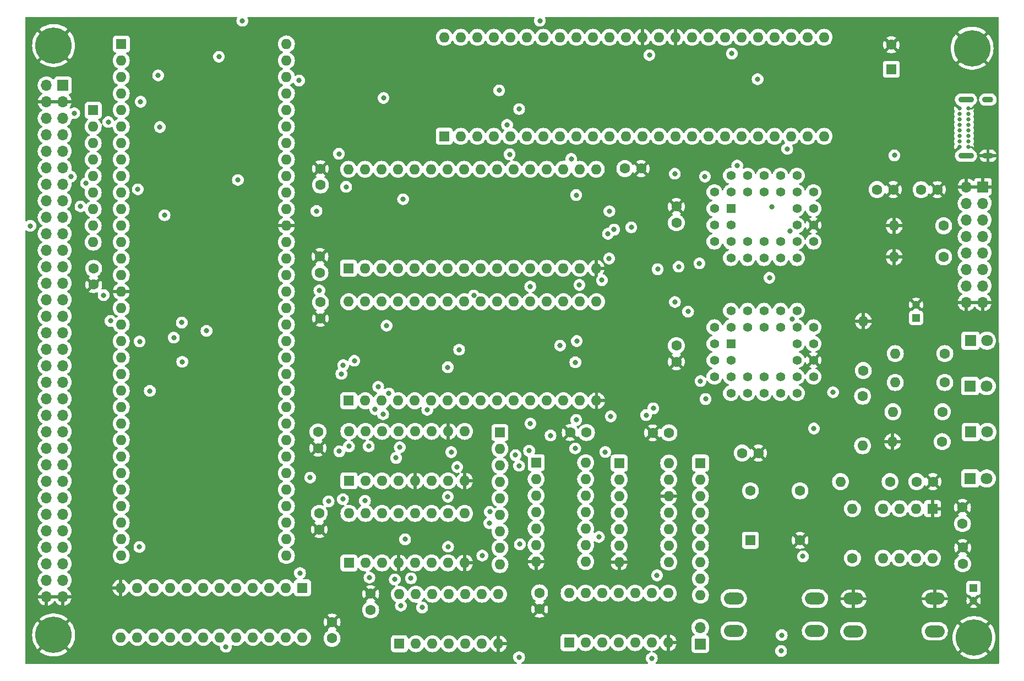
<source format=gbr>
%TF.GenerationSoftware,KiCad,Pcbnew,7.0.10*%
%TF.CreationDate,2024-02-07T22:08:28+01:00*%
%TF.ProjectId,Sixty-n8k,53697874-792d-46e3-986b-2e6b69636164,rev?*%
%TF.SameCoordinates,Original*%
%TF.FileFunction,Copper,L2,Inr*%
%TF.FilePolarity,Positive*%
%FSLAX46Y46*%
G04 Gerber Fmt 4.6, Leading zero omitted, Abs format (unit mm)*
G04 Created by KiCad (PCBNEW 7.0.10) date 2024-02-07 22:08:28*
%MOMM*%
%LPD*%
G01*
G04 APERTURE LIST*
%TA.AperFunction,ComponentPad*%
%ADD10C,1.600000*%
%TD*%
%TA.AperFunction,ComponentPad*%
%ADD11O,1.600000X1.600000*%
%TD*%
%TA.AperFunction,ComponentPad*%
%ADD12R,1.600000X1.600000*%
%TD*%
%TA.AperFunction,ComponentPad*%
%ADD13R,1.200000X1.200000*%
%TD*%
%TA.AperFunction,ComponentPad*%
%ADD14C,1.200000*%
%TD*%
%TA.AperFunction,ComponentPad*%
%ADD15C,0.650000*%
%TD*%
%TA.AperFunction,ComponentPad*%
%ADD16O,1.700000X0.900000*%
%TD*%
%TA.AperFunction,ComponentPad*%
%ADD17O,2.400000X0.900000*%
%TD*%
%TA.AperFunction,ComponentPad*%
%ADD18C,5.600000*%
%TD*%
%TA.AperFunction,ComponentPad*%
%ADD19R,1.700000X1.700000*%
%TD*%
%TA.AperFunction,ComponentPad*%
%ADD20O,1.700000X1.700000*%
%TD*%
%TA.AperFunction,ComponentPad*%
%ADD21O,3.048000X1.850000*%
%TD*%
%TA.AperFunction,ComponentPad*%
%ADD22R,1.800000X1.800000*%
%TD*%
%TA.AperFunction,ComponentPad*%
%ADD23C,1.800000*%
%TD*%
%TA.AperFunction,ComponentPad*%
%ADD24R,1.422400X1.422400*%
%TD*%
%TA.AperFunction,ComponentPad*%
%ADD25C,1.422400*%
%TD*%
%TA.AperFunction,ViaPad*%
%ADD26C,0.800000*%
%TD*%
%TA.AperFunction,Conductor*%
%ADD27C,0.250000*%
%TD*%
G04 APERTURE END LIST*
D10*
%TO.N,Net-(U2-TR)*%
%TO.C,R1*%
X200990000Y-121930000D03*
D11*
%TO.N,+5V*%
X193370000Y-121930000D03*
%TD*%
D10*
%TO.N,+5V*%
%TO.C,C11*%
X113382000Y-94314000D03*
%TO.N,GND*%
X113382000Y-96814000D03*
%TD*%
D12*
%TO.N,/A19*%
%TO.C,U4*%
X117700000Y-89085000D03*
D11*
%TO.N,/A17*%
X120240000Y-89085000D03*
%TO.N,/A15*%
X122780000Y-89085000D03*
%TO.N,/A13*%
X125320000Y-89085000D03*
%TO.N,/A8*%
X127860000Y-89085000D03*
%TO.N,/A7*%
X130400000Y-89085000D03*
%TO.N,/A6*%
X132940000Y-89085000D03*
%TO.N,/A5*%
X135480000Y-89085000D03*
%TO.N,/A4*%
X138020000Y-89085000D03*
%TO.N,/A3*%
X140560000Y-89085000D03*
%TO.N,/A2*%
X143100000Y-89085000D03*
%TO.N,/A1*%
X145640000Y-89085000D03*
%TO.N,/D0*%
X148180000Y-89085000D03*
%TO.N,/D1*%
X150720000Y-89085000D03*
%TO.N,/D2*%
X153260000Y-89085000D03*
%TO.N,GND*%
X155800000Y-89085000D03*
%TO.N,/D3*%
X155800000Y-73845000D03*
%TO.N,/D4*%
X153260000Y-73845000D03*
%TO.N,/D5*%
X150720000Y-73845000D03*
%TO.N,/D6*%
X148180000Y-73845000D03*
%TO.N,/D7*%
X145640000Y-73845000D03*
%TO.N,~{CS_RAM}_{ODD}*%
X143100000Y-73845000D03*
%TO.N,/A11*%
X140560000Y-73845000D03*
%TO.N,~{CS_RAM}_{ODD}*%
X138020000Y-73845000D03*
%TO.N,/A12*%
X135480000Y-73845000D03*
%TO.N,/A10*%
X132940000Y-73845000D03*
%TO.N,/A9*%
X130400000Y-73845000D03*
%TO.N,/A14*%
X127860000Y-73845000D03*
%TO.N,R~{W}*%
X125320000Y-73845000D03*
%TO.N,/A18*%
X122780000Y-73845000D03*
%TO.N,/A16*%
X120240000Y-73845000D03*
%TO.N,+5V*%
X117700000Y-73845000D03*
%TD*%
D13*
%TO.N,Net-(C19-Pad1)*%
%TO.C,C19*%
X205000000Y-96710000D03*
D14*
%TO.N,GND*%
X205000000Y-94710000D03*
%TD*%
D12*
%TO.N,+5V*%
%TO.C,RN3*%
X78440000Y-64750000D03*
D11*
%TO.N,~{AS}*%
X78440000Y-67290000D03*
%TO.N,~{UDS}*%
X78440000Y-69830000D03*
%TO.N,~{LDS}*%
X78440000Y-72370000D03*
%TO.N,unconnected-(RN3-R4-Pad5)*%
X78440000Y-74910000D03*
%TO.N,~{BERR}*%
X78440000Y-77450000D03*
%TO.N,~{VPA}*%
X78440000Y-79990000D03*
%TO.N,~{BGACK}*%
X78440000Y-82530000D03*
%TO.N,~{BR}*%
X78440000Y-85070000D03*
%TD*%
D12*
%TO.N,GND*%
%TO.C,U2*%
X207530000Y-126090000D03*
D11*
%TO.N,Net-(U2-TR)*%
X204990000Y-126090000D03*
%TO.N,/RES*%
X202450000Y-126090000D03*
%TO.N,+5V*%
X199910000Y-126090000D03*
%TO.N,Net-(U2-CV)*%
X199910000Y-133710000D03*
%TO.N,Net-(U2-DIS)*%
X202450000Y-133710000D03*
X204990000Y-133710000D03*
%TO.N,+5V*%
X207530000Y-133710000D03*
%TD*%
D15*
%TO.N,GND*%
%TO.C,J1*%
X211677500Y-70425000D03*
%TO.N,+5V*%
X211677500Y-69575000D03*
%TO.N,Net-(J1-CC1)*%
X211677500Y-68725000D03*
%TO.N,USB_D+*%
X211677500Y-67875000D03*
%TO.N,USB_D-*%
X211677500Y-67025000D03*
%TO.N,unconnected-(J1-SBU1-PadA8)*%
X211677500Y-66175000D03*
%TO.N,+5V*%
X211677500Y-65325000D03*
%TO.N,GND*%
X211677500Y-64475000D03*
X213027500Y-64475000D03*
%TO.N,+5V*%
X213027500Y-65325000D03*
%TO.N,Net-(J1-CC2)*%
X213027500Y-66175000D03*
%TO.N,USB_D+*%
X213027500Y-67025000D03*
%TO.N,USB_D-*%
X213027500Y-67875000D03*
%TO.N,unconnected-(J1-SBU2-PadB8)*%
X213027500Y-68725000D03*
%TO.N,+5V*%
X213027500Y-69575000D03*
%TO.N,GND*%
X213027500Y-70425000D03*
D16*
X216037500Y-71775000D03*
%TO.N,unconnected-(J1-SHELL__1-PadS2)*%
X216037500Y-63125000D03*
D17*
%TO.N,unconnected-(J1-SHELL__2-PadS3)*%
X212657500Y-71775000D03*
%TO.N,unconnected-(J1-SHELL__3-PadS4)*%
X212657500Y-63125000D03*
%TD*%
D18*
%TO.N,GND*%
%TO.C,H3*%
X213595000Y-55205000D03*
%TD*%
D10*
%TO.N,Net-(U17-V3)*%
%TO.C,C5*%
X205760000Y-76980000D03*
%TO.N,GND*%
X208260000Y-76980000D03*
%TD*%
%TO.N,+5V*%
%TO.C,C15*%
X178250000Y-117520000D03*
%TO.N,GND*%
X180750000Y-117520000D03*
%TD*%
D19*
%TO.N,+5V*%
%TO.C,J3*%
X73790000Y-60900000D03*
D20*
X71250000Y-60900000D03*
%TO.N,GND*%
X73790000Y-63440000D03*
X71250000Y-63440000D03*
%TO.N,~{AS}*%
X73790000Y-65980000D03*
%TO.N,/D0*%
X71250000Y-65980000D03*
%TO.N,~{UDS}*%
X73790000Y-68520000D03*
%TO.N,/D1*%
X71250000Y-68520000D03*
%TO.N,~{LDS}*%
X73790000Y-71060000D03*
%TO.N,/D2*%
X71250000Y-71060000D03*
%TO.N,R~{W}*%
X73790000Y-73600000D03*
%TO.N,/D3*%
X71250000Y-73600000D03*
%TO.N,~{DTACK_XPN}*%
X73790000Y-76140000D03*
%TO.N,/D4*%
X71250000Y-76140000D03*
%TO.N,~{CS_XPN}*%
X73790000Y-78680000D03*
%TO.N,/D5*%
X71250000Y-78680000D03*
%TO.N,unconnected-(J3-Pin_17-Pad17)*%
X73790000Y-81220000D03*
%TO.N,/D6*%
X71250000Y-81220000D03*
%TO.N,~{VMA}*%
X73790000Y-83760000D03*
%TO.N,/D7*%
X71250000Y-83760000D03*
%TO.N,E*%
X73790000Y-86300000D03*
%TO.N,/D8*%
X71250000Y-86300000D03*
%TO.N,~{VPA}*%
X73790000Y-88840000D03*
%TO.N,/D9*%
X71250000Y-88840000D03*
%TO.N,unconnected-(J3-Pin_25-Pad25)*%
X73790000Y-91380000D03*
%TO.N,/D10*%
X71250000Y-91380000D03*
%TO.N,~{RES}*%
X73790000Y-93920000D03*
%TO.N,/D11*%
X71250000Y-93920000D03*
%TO.N,CLK_{CPU}*%
X73790000Y-96460000D03*
%TO.N,/D12*%
X71250000Y-96460000D03*
%TO.N,/A15*%
X73790000Y-99000000D03*
%TO.N,/D13*%
X71250000Y-99000000D03*
%TO.N,/A14*%
X73790000Y-101540000D03*
%TO.N,/D14*%
X71250000Y-101540000D03*
%TO.N,/A13*%
X73790000Y-104080000D03*
%TO.N,/D15*%
X71250000Y-104080000D03*
%TO.N,/A12*%
X73790000Y-106620000D03*
%TO.N,unconnected-(J3-Pin_38-Pad38)*%
X71250000Y-106620000D03*
%TO.N,/A11*%
X73790000Y-109160000D03*
%TO.N,~{BERR}*%
X71250000Y-109160000D03*
%TO.N,/A10*%
X73790000Y-111700000D03*
%TO.N,~{BG}*%
X71250000Y-111700000D03*
%TO.N,/A9*%
X73790000Y-114240000D03*
%TO.N,~{BR}*%
X71250000Y-114240000D03*
%TO.N,/A8*%
X73790000Y-116780000D03*
%TO.N,~{BGACK}*%
X71250000Y-116780000D03*
%TO.N,/A7*%
X73790000Y-119320000D03*
%TO.N,unconnected-(J3-Pin_48-Pad48)*%
X71250000Y-119320000D03*
%TO.N,/A6*%
X73790000Y-121860000D03*
%TO.N,CLK_{HALF}*%
X71250000Y-121860000D03*
%TO.N,/A5*%
X73790000Y-124400000D03*
%TO.N,~{IRQ_LOW}*%
X71250000Y-124400000D03*
%TO.N,/A4*%
X73790000Y-126940000D03*
%TO.N,~{IRQ_HI}*%
X71250000Y-126940000D03*
%TO.N,/A3*%
X73790000Y-129480000D03*
%TO.N,~{IACK_LOW}*%
X71250000Y-129480000D03*
%TO.N,/A2*%
X73790000Y-132020000D03*
%TO.N,~{IACK_HI}*%
X71250000Y-132020000D03*
%TO.N,/A1*%
X73790000Y-134560000D03*
%TO.N,unconnected-(J3-Pin_60-Pad60)*%
X71250000Y-134560000D03*
%TO.N,+5V*%
X73790000Y-137100000D03*
X71250000Y-137100000D03*
%TO.N,GND*%
X73790000Y-139640000D03*
X71250000Y-139640000D03*
%TD*%
D10*
%TO.N,+5V*%
%TO.C,C22*%
X147080000Y-139040000D03*
%TO.N,GND*%
X147080000Y-141540000D03*
%TD*%
%TO.N,Net-(D4-K)*%
%TO.C,R7*%
X209410000Y-102210000D03*
D11*
%TO.N,RxD*%
X201790000Y-102210000D03*
%TD*%
D21*
%TO.N,GND*%
%TO.C,SW1*%
X195360000Y-139950000D03*
X207860000Y-139950000D03*
%TO.N,Net-(U2-TR)*%
X195360000Y-144950000D03*
X207860000Y-144950000D03*
%TD*%
D22*
%TO.N,Net-(D3-K)*%
%TO.C,D3*%
X213310000Y-107220000D03*
D23*
%TO.N,+5V*%
X215850000Y-107220000D03*
%TD*%
D10*
%TO.N,Net-(J1-CC2)*%
%TO.C,R6*%
X209230000Y-82540000D03*
D11*
%TO.N,GND*%
X201610000Y-82540000D03*
%TD*%
D10*
%TO.N,Net-(C19-Pad1)*%
%TO.C,R10*%
X196770000Y-108770000D03*
D11*
%TO.N,Net-(R10-Pad2)*%
X196770000Y-116390000D03*
%TD*%
D24*
%TO.N,/A19*%
%TO.C,U3*%
X176512000Y-79904000D03*
D25*
%TO.N,/A17*%
X173972000Y-82444000D03*
%TO.N,/A16*%
X176512000Y-82444000D03*
%TO.N,/A13*%
X173972000Y-84984000D03*
%TO.N,/A8*%
X176512000Y-87524000D03*
%TO.N,/A7*%
X176512000Y-84984000D03*
%TO.N,/A6*%
X179052000Y-87524000D03*
%TO.N,/A5*%
X179052000Y-84984000D03*
%TO.N,/A4*%
X181592000Y-87524000D03*
%TO.N,/A3*%
X181592000Y-84984000D03*
%TO.N,/A2*%
X184132000Y-87524000D03*
%TO.N,/A1*%
X184132000Y-84984000D03*
%TO.N,/D0*%
X186672000Y-87524000D03*
%TO.N,/D1*%
X189212000Y-84984000D03*
%TO.N,/D2*%
X186672000Y-84984000D03*
%TO.N,GND*%
X189212000Y-82444000D03*
%TO.N,/D3*%
X186672000Y-82444000D03*
%TO.N,/D4*%
X189212000Y-79904000D03*
%TO.N,/D5*%
X186672000Y-79904000D03*
%TO.N,/D6*%
X189212000Y-77364000D03*
%TO.N,/D7*%
X186672000Y-74824000D03*
%TO.N,~{CS_ROM}_{ODD}*%
X186672000Y-77364000D03*
%TO.N,/A11*%
X184132000Y-74824000D03*
%TO.N,~{CS_ROM}_{ODD}*%
X184132000Y-77364000D03*
%TO.N,/A12*%
X181592000Y-74824000D03*
%TO.N,/A10*%
X181592000Y-77364000D03*
%TO.N,/A9*%
X179052000Y-74824000D03*
%TO.N,/A14*%
X179052000Y-77364000D03*
%TO.N,/A15*%
X176512000Y-74824000D03*
%TO.N,/A18*%
X173972000Y-77364000D03*
%TO.N,+5V*%
X176512000Y-77364000D03*
X173972000Y-79904000D03*
%TD*%
D12*
%TO.N,R~{W}*%
%TO.C,U14*%
X132430000Y-68770000D03*
D11*
%TO.N,/A1*%
X134970000Y-68770000D03*
%TO.N,/A2*%
X137510000Y-68770000D03*
%TO.N,/A3*%
X140050000Y-68770000D03*
%TO.N,/A4*%
X142590000Y-68770000D03*
%TO.N,/A5*%
X145130000Y-68770000D03*
%TO.N,Net-(U14A-RC)*%
X147670000Y-68770000D03*
%TO.N,TxD*%
X150210000Y-68770000D03*
%TO.N,RxD*%
X152750000Y-68770000D03*
%TO.N,Net-(U14A-RC)*%
X155290000Y-68770000D03*
%TO.N,+5V*%
X157830000Y-68770000D03*
%TO.N,unconnected-(U14A-NC-Pad12)*%
X160370000Y-68770000D03*
%TO.N,unconnected-(U14A-TAO-Pad13)*%
X162910000Y-68770000D03*
%TO.N,unconnected-(U14A-TBO-Pad14)*%
X165450000Y-68770000D03*
%TO.N,unconnected-(U14A-TCO-Pad15)*%
X167990000Y-68770000D03*
%TO.N,Net-(U14A-RC)*%
X170530000Y-68770000D03*
%TO.N,CLK_{HALF}*%
X173070000Y-68770000D03*
%TO.N,unconnected-(U14A-XTAL2-Pad18)*%
X175610000Y-68770000D03*
%TO.N,unconnected-(U14A-TAI-Pad19)*%
X178150000Y-68770000D03*
%TO.N,unconnected-(U14A-TBI-Pad20)*%
X180690000Y-68770000D03*
%TO.N,~{RES}*%
X183230000Y-68770000D03*
%TO.N,~{CTS}*%
X185770000Y-68770000D03*
%TO.N,~{RTS}*%
X188310000Y-68770000D03*
%TO.N,unconnected-(U14A-I2-Pad24)*%
X190850000Y-68770000D03*
%TO.N,unconnected-(U14A-I3-Pad25)*%
X190850000Y-53530000D03*
%TO.N,SD_MOSI*%
X188310000Y-53530000D03*
%TO.N,~{SD_CS}*%
X185770000Y-53530000D03*
%TO.N,~{SD_CLK}*%
X183230000Y-53530000D03*
%TO.N,SD_MISO*%
X180690000Y-53530000D03*
%TO.N,unconnected-(U14A-TR-Pad30)*%
X178150000Y-53530000D03*
%TO.N,unconnected-(U14A-RR-Pad31)*%
X175610000Y-53530000D03*
%TO.N,~{IRQ_MFP}*%
X173070000Y-53530000D03*
%TO.N,unconnected-(U14A-IEO-Pad33)*%
X170530000Y-53530000D03*
%TO.N,GND*%
X167990000Y-53530000D03*
%TO.N,CLK_{HALF}*%
X165450000Y-53530000D03*
%TO.N,GND*%
X162910000Y-53530000D03*
%TO.N,/D0*%
X160370000Y-53530000D03*
%TO.N,/D1*%
X157830000Y-53530000D03*
%TO.N,/D2*%
X155290000Y-53530000D03*
%TO.N,/D3*%
X152750000Y-53530000D03*
%TO.N,/D4*%
X150210000Y-53530000D03*
%TO.N,/D5*%
X147670000Y-53530000D03*
%TO.N,/D6*%
X145130000Y-53530000D03*
%TO.N,/D7*%
X142590000Y-53530000D03*
%TO.N,~{IACK_MFP}*%
X140050000Y-53530000D03*
%TO.N,~{DTACK_MFP}*%
X137510000Y-53530000D03*
%TO.N,~{LDS}*%
X134970000Y-53530000D03*
%TO.N,~{CS_MFP}*%
X132430000Y-53530000D03*
%TD*%
D19*
%TO.N,~{AS}*%
%TO.C,J4*%
X171810000Y-146910000D03*
D20*
%TO.N,BERR_WATCHDOG*%
X171810000Y-144370000D03*
%TD*%
D13*
%TO.N,Net-(U2-DIS)*%
%TO.C,C3*%
X213830000Y-138280000D03*
D14*
%TO.N,GND*%
X213830000Y-140280000D03*
%TD*%
D10*
%TO.N,Net-(D1-K)*%
%TO.C,R3*%
X209000000Y-115770000D03*
D11*
%TO.N,GND*%
X201380000Y-115770000D03*
%TD*%
D22*
%TO.N,Net-(D2-K)*%
%TO.C,D2*%
X213410000Y-114285000D03*
D23*
%TO.N,+5V*%
X215950000Y-114285000D03*
%TD*%
D18*
%TO.N,GND*%
%TO.C,H4*%
X72350000Y-145530000D03*
%TD*%
D24*
%TO.N,/A19*%
%TO.C,U8*%
X176512000Y-100692000D03*
D25*
%TO.N,/A17*%
X173972000Y-103232000D03*
%TO.N,/A16*%
X176512000Y-103232000D03*
%TO.N,/A13*%
X173972000Y-105772000D03*
%TO.N,/A8*%
X176512000Y-108312000D03*
%TO.N,/A7*%
X176512000Y-105772000D03*
%TO.N,/A6*%
X179052000Y-108312000D03*
%TO.N,/A5*%
X179052000Y-105772000D03*
%TO.N,/A4*%
X181592000Y-108312000D03*
%TO.N,/A3*%
X181592000Y-105772000D03*
%TO.N,/A2*%
X184132000Y-108312000D03*
%TO.N,/A1*%
X184132000Y-105772000D03*
%TO.N,/D8*%
X186672000Y-108312000D03*
%TO.N,/D9*%
X189212000Y-105772000D03*
%TO.N,/D10*%
X186672000Y-105772000D03*
%TO.N,GND*%
X189212000Y-103232000D03*
%TO.N,/D11*%
X186672000Y-103232000D03*
%TO.N,/D12*%
X189212000Y-100692000D03*
%TO.N,/D13*%
X186672000Y-100692000D03*
%TO.N,/D14*%
X189212000Y-98152000D03*
%TO.N,/D15*%
X186672000Y-95612000D03*
%TO.N,~{CS_ROM}_{EVEN}*%
X186672000Y-98152000D03*
%TO.N,/A11*%
X184132000Y-95612000D03*
%TO.N,~{CS_ROM}_{EVEN}*%
X184132000Y-98152000D03*
%TO.N,/A12*%
X181592000Y-95612000D03*
%TO.N,/A10*%
X181592000Y-98152000D03*
%TO.N,/A9*%
X179052000Y-95612000D03*
%TO.N,/A14*%
X179052000Y-98152000D03*
%TO.N,/A15*%
X176512000Y-95612000D03*
%TO.N,/A18*%
X173972000Y-98152000D03*
%TO.N,+5V*%
X176512000Y-98152000D03*
X173972000Y-100692000D03*
%TD*%
D21*
%TO.N,+5V*%
%TO.C,SW2*%
X176950000Y-139900000D03*
X189450000Y-139900000D03*
%TO.N,Net-(R10-Pad2)*%
X176950000Y-144900000D03*
X189450000Y-144900000D03*
%TD*%
D10*
%TO.N,Net-(U2-TR)*%
%TO.C,C1*%
X205080000Y-121920000D03*
%TO.N,GND*%
X207580000Y-121920000D03*
%TD*%
%TO.N,+5V*%
%TO.C,C21*%
X113210000Y-126800000D03*
%TO.N,GND*%
X113210000Y-129300000D03*
%TD*%
D12*
%TO.N,+5V*%
%TO.C,C16*%
X201180000Y-58470000D03*
D10*
%TO.N,GND*%
X201180000Y-54670000D03*
%TD*%
D12*
%TO.N,~{IRQ_MFP}*%
%TO.C,U13*%
X117770000Y-121800000D03*
D11*
%TO.N,Net-(RN1-R6)*%
X120310000Y-121800000D03*
%TO.N,~{IRQ_HI}*%
X122850000Y-121800000D03*
%TO.N,Net-(RN1-R8)*%
X125390000Y-121800000D03*
%TO.N,GND*%
X127930000Y-121800000D03*
%TO.N,/IPL2*%
X130470000Y-121800000D03*
%TO.N,/IPL1*%
X133010000Y-121800000D03*
%TO.N,GND*%
X135550000Y-121800000D03*
%TO.N,/IPL0*%
X135550000Y-114180000D03*
%TO.N,GND*%
X133010000Y-114180000D03*
%TO.N,~{IRQ_LOW}*%
X130470000Y-114180000D03*
%TO.N,Net-(RN1-R3)*%
X127930000Y-114180000D03*
%TO.N,Net-(RN1-R4)*%
X125390000Y-114180000D03*
%TO.N,unconnected-(U13-GS-Pad14)*%
X122850000Y-114180000D03*
%TO.N,unconnected-(U13-EO-Pad15)*%
X120310000Y-114180000D03*
%TO.N,+5V*%
X117770000Y-114180000D03*
%TD*%
D12*
%TO.N,unconnected-(X1-EN-Pad1)*%
%TO.C,X1*%
X179510000Y-130950000D03*
D10*
%TO.N,GND*%
X187130000Y-130950000D03*
%TO.N,CLK_{CPU}*%
X187130000Y-123330000D03*
%TO.N,+5V*%
X179510000Y-123330000D03*
%TD*%
%TO.N,+5V*%
%TO.C,C20*%
X113010000Y-114260000D03*
%TO.N,GND*%
X113010000Y-116760000D03*
%TD*%
%TO.N,Net-(J1-CC1)*%
%TO.C,R5*%
X209230000Y-87340000D03*
D11*
%TO.N,GND*%
X201610000Y-87340000D03*
%TD*%
D10*
%TO.N,+5V*%
%TO.C,C10*%
X113382000Y-76260000D03*
%TO.N,GND*%
X113382000Y-73760000D03*
%TD*%
%TO.N,+5V*%
%TO.C,C8*%
X212160000Y-134570000D03*
%TO.N,GND*%
X212160000Y-132070000D03*
%TD*%
%TO.N,+5V*%
%TO.C,C9*%
X160200000Y-73730000D03*
%TO.N,GND*%
X162700000Y-73730000D03*
%TD*%
%TO.N,+5V*%
%TO.C,C12*%
X115170000Y-146040000D03*
%TO.N,GND*%
X115170000Y-143540000D03*
%TD*%
%TO.N,Net-(U2-DIS)*%
%TO.C,R2*%
X195200000Y-133710000D03*
D11*
%TO.N,+5V*%
X195200000Y-126090000D03*
%TD*%
D12*
%TO.N,/A19*%
%TO.C,U7*%
X117740000Y-109460000D03*
D11*
%TO.N,/A17*%
X120280000Y-109460000D03*
%TO.N,/A15*%
X122820000Y-109460000D03*
%TO.N,/A13*%
X125360000Y-109460000D03*
%TO.N,/A8*%
X127900000Y-109460000D03*
%TO.N,/A7*%
X130440000Y-109460000D03*
%TO.N,/A6*%
X132980000Y-109460000D03*
%TO.N,/A5*%
X135520000Y-109460000D03*
%TO.N,/A4*%
X138060000Y-109460000D03*
%TO.N,/A3*%
X140600000Y-109460000D03*
%TO.N,/A2*%
X143140000Y-109460000D03*
%TO.N,/A1*%
X145680000Y-109460000D03*
%TO.N,/D8*%
X148220000Y-109460000D03*
%TO.N,/D9*%
X150760000Y-109460000D03*
%TO.N,/D10*%
X153300000Y-109460000D03*
%TO.N,GND*%
X155840000Y-109460000D03*
%TO.N,/D11*%
X155840000Y-94220000D03*
%TO.N,/D12*%
X153300000Y-94220000D03*
%TO.N,/D13*%
X150760000Y-94220000D03*
%TO.N,/D14*%
X148220000Y-94220000D03*
%TO.N,/D15*%
X145680000Y-94220000D03*
%TO.N,~{CS_RAM}_{EVEN}*%
X143140000Y-94220000D03*
%TO.N,/A11*%
X140600000Y-94220000D03*
%TO.N,~{CS_RAM}_{EVEN}*%
X138060000Y-94220000D03*
%TO.N,/A12*%
X135520000Y-94220000D03*
%TO.N,/A10*%
X132980000Y-94220000D03*
%TO.N,/A9*%
X130440000Y-94220000D03*
%TO.N,/A14*%
X127900000Y-94220000D03*
%TO.N,R~{W}*%
X125360000Y-94220000D03*
%TO.N,/A18*%
X122820000Y-94220000D03*
%TO.N,/A16*%
X120280000Y-94220000D03*
%TO.N,+5V*%
X117740000Y-94220000D03*
%TD*%
D10*
%TO.N,+5V*%
%TO.C,C13*%
X198990000Y-76966000D03*
%TO.N,GND*%
X201490000Y-76966000D03*
%TD*%
%TO.N,+5V*%
%TO.C,C18*%
X168130000Y-100986000D03*
%TO.N,GND*%
X168130000Y-103486000D03*
%TD*%
D22*
%TO.N,Net-(D4-K)*%
%TO.C,D4*%
X213350000Y-100230000D03*
D23*
%TO.N,+5V*%
X215890000Y-100230000D03*
%TD*%
D18*
%TO.N,GND*%
%TO.C,H1*%
X213895000Y-145930000D03*
%TD*%
D10*
%TO.N,+5V*%
%TO.C,C4*%
X154300000Y-114360000D03*
%TO.N,GND*%
X151800000Y-114360000D03*
%TD*%
D12*
%TO.N,/RES*%
%TO.C,U1*%
X146560000Y-119005000D03*
D11*
%TO.N,~{RES}*%
X146560000Y-121545000D03*
%TO.N,/RES*%
X146560000Y-124085000D03*
%TO.N,~{HALT}*%
X146560000Y-126625000D03*
%TO.N,Net-(C19-Pad1)*%
X146560000Y-129165000D03*
%TO.N,Net-(RN1-R8)*%
X146560000Y-131705000D03*
%TO.N,GND*%
X146560000Y-134245000D03*
%TO.N,Net-(R4-Pad2)*%
X154180000Y-134245000D03*
%TO.N,HALT*%
X154180000Y-131705000D03*
X154180000Y-129165000D03*
%TO.N,~{HALT}*%
X154180000Y-126625000D03*
%TO.N,~{BERR}*%
X154180000Y-124085000D03*
%TO.N,Net-(U11A-Q3)*%
X154180000Y-121545000D03*
%TO.N,+5V*%
X154180000Y-119005000D03*
%TD*%
D12*
%TO.N,E*%
%TO.C,U11*%
X159340000Y-119070000D03*
D11*
%TO.N,BERR_WATCHDOG*%
X159340000Y-121610000D03*
%TO.N,unconnected-(U11A-Q0-Pad3)*%
X159340000Y-124150000D03*
%TO.N,unconnected-(U11A-Q1-Pad4)*%
X159340000Y-126690000D03*
%TO.N,unconnected-(U11A-Q2-Pad5)*%
X159340000Y-129230000D03*
%TO.N,Net-(U11A-Q3)*%
X159340000Y-131770000D03*
%TO.N,GND*%
X159340000Y-134310000D03*
%TO.N,unconnected-(U11B-Q3-Pad8)*%
X166960000Y-134310000D03*
%TO.N,unconnected-(U11B-Q2-Pad9)*%
X166960000Y-131770000D03*
%TO.N,unconnected-(U11B-Q1-Pad10)*%
X166960000Y-129230000D03*
%TO.N,CLK_{HALF}*%
X166960000Y-126690000D03*
%TO.N,GND*%
X166960000Y-124150000D03*
%TO.N,CLK_{CPU}*%
X166960000Y-121610000D03*
%TO.N,+5V*%
X166960000Y-119070000D03*
%TD*%
D12*
%TO.N,+5V*%
%TO.C,RN2*%
X171820000Y-119070000D03*
D11*
%TO.N,BERR_WATCHDOG*%
X171820000Y-121610000D03*
%TO.N,~{IRQ_LOW}*%
X171820000Y-124150000D03*
%TO.N,~{HALT}*%
X171820000Y-126690000D03*
%TO.N,HALT*%
X171820000Y-129230000D03*
%TO.N,~{RES}*%
X171820000Y-131770000D03*
%TO.N,~{IRQ_HI}*%
X171820000Y-134310000D03*
%TO.N,~{DTACK_MFP}*%
X171820000Y-136850000D03*
%TO.N,~{DTACK_XPN}*%
X171820000Y-139390000D03*
%TD*%
D22*
%TO.N,Net-(D1-K)*%
%TO.C,D1*%
X213320000Y-121435000D03*
D23*
%TO.N,+5V*%
X215860000Y-121435000D03*
%TD*%
D12*
%TO.N,~{CS_RAM}*%
%TO.C,U19*%
X125525000Y-146870000D03*
D11*
%TO.N,~{CS_ROM}*%
X128065000Y-146870000D03*
%TO.N,N/C*%
X130605000Y-146870000D03*
%TO.N,~{DTACK_MFP}*%
X133145000Y-146870000D03*
%TO.N,~{DTACK_XPN}*%
X135685000Y-146870000D03*
%TO.N,~{DTACK}*%
X138225000Y-146870000D03*
%TO.N,GND*%
X140765000Y-146870000D03*
%TO.N,IACK*%
X140765000Y-139250000D03*
%TO.N,+5V*%
X138225000Y-139250000D03*
%TO.N,/FC2*%
X135685000Y-139250000D03*
%TO.N,N/C*%
X133145000Y-139250000D03*
%TO.N,/FC1*%
X130605000Y-139250000D03*
%TO.N,/FC0*%
X128065000Y-139250000D03*
%TO.N,+5V*%
X125525000Y-139250000D03*
%TD*%
D12*
%TO.N,/A1*%
%TO.C,U16*%
X117770000Y-134430000D03*
D11*
%TO.N,/A2*%
X120310000Y-134430000D03*
%TO.N,/A3*%
X122850000Y-134430000D03*
%TO.N,GND*%
X125390000Y-134430000D03*
%TO.N,~{AS}*%
X127930000Y-134430000D03*
%TO.N,IACK*%
X130470000Y-134430000D03*
%TO.N,unconnected-(U16-O7-Pad7)*%
X133010000Y-134430000D03*
%TO.N,GND*%
X135550000Y-134430000D03*
%TO.N,~{IACK_HI}*%
X135550000Y-126810000D03*
%TO.N,unconnected-(U16-O5-Pad10)*%
X133010000Y-126810000D03*
%TO.N,~{IACK_MFP}*%
X130470000Y-126810000D03*
%TO.N,unconnected-(U16-O3-Pad12)*%
X127930000Y-126810000D03*
%TO.N,unconnected-(U16-O2-Pad13)*%
X125390000Y-126810000D03*
%TO.N,~{IACK_LOW}*%
X122850000Y-126810000D03*
%TO.N,unconnected-(U16-O0-Pad15)*%
X120310000Y-126810000D03*
%TO.N,+5V*%
X117770000Y-126810000D03*
%TD*%
D12*
%TO.N,/D4*%
%TO.C,U6*%
X82750000Y-54560000D03*
D11*
%TO.N,/D3*%
X82750000Y-57100000D03*
%TO.N,/D2*%
X82750000Y-59640000D03*
%TO.N,/D1*%
X82750000Y-62180000D03*
%TO.N,/D0*%
X82750000Y-64720000D03*
%TO.N,~{AS}*%
X82750000Y-67260000D03*
%TO.N,~{UDS}*%
X82750000Y-69800000D03*
%TO.N,~{LDS}*%
X82750000Y-72340000D03*
%TO.N,R~{W}*%
X82750000Y-74880000D03*
%TO.N,~{DTACK}*%
X82750000Y-77420000D03*
%TO.N,~{BG}*%
X82750000Y-79960000D03*
%TO.N,~{BGACK}*%
X82750000Y-82500000D03*
%TO.N,~{BR}*%
X82750000Y-85040000D03*
%TO.N,+5V*%
X82750000Y-87580000D03*
%TO.N,CLK_{CPU}*%
X82750000Y-90120000D03*
%TO.N,GND*%
X82750000Y-92660000D03*
%TO.N,~{HALT}*%
X82750000Y-95200000D03*
%TO.N,~{RES}*%
X82750000Y-97740000D03*
%TO.N,~{VMA}*%
X82750000Y-100280000D03*
%TO.N,E*%
X82750000Y-102820000D03*
%TO.N,~{VPA}*%
X82750000Y-105360000D03*
%TO.N,~{BERR}*%
X82750000Y-107900000D03*
%TO.N,/IPL2*%
X82750000Y-110440000D03*
%TO.N,/IPL1*%
X82750000Y-112980000D03*
%TO.N,/IPL0*%
X82750000Y-115520000D03*
%TO.N,/FC2*%
X82750000Y-118060000D03*
%TO.N,/FC1*%
X82750000Y-120600000D03*
%TO.N,/FC0*%
X82750000Y-123140000D03*
%TO.N,/A1*%
X82750000Y-125680000D03*
%TO.N,/A2*%
X82750000Y-128220000D03*
%TO.N,/A3*%
X82750000Y-130760000D03*
%TO.N,/A4*%
X82750000Y-133300000D03*
%TO.N,/A5*%
X108150000Y-133300000D03*
%TO.N,/A6*%
X108150000Y-130760000D03*
%TO.N,/A7*%
X108150000Y-128220000D03*
%TO.N,/A8*%
X108150000Y-125680000D03*
%TO.N,/A9*%
X108150000Y-123140000D03*
%TO.N,/A10*%
X108150000Y-120600000D03*
%TO.N,/A11*%
X108150000Y-118060000D03*
%TO.N,/A12*%
X108150000Y-115520000D03*
%TO.N,/A13*%
X108150000Y-112980000D03*
%TO.N,/A14*%
X108150000Y-110440000D03*
%TO.N,/A15*%
X108150000Y-107900000D03*
%TO.N,/A16*%
X108150000Y-105360000D03*
%TO.N,/A17*%
X108150000Y-102820000D03*
%TO.N,/A18*%
X108150000Y-100280000D03*
%TO.N,/A19*%
X108150000Y-97740000D03*
%TO.N,/A20*%
X108150000Y-95200000D03*
%TO.N,+5V*%
X108150000Y-92660000D03*
%TO.N,/A21*%
X108150000Y-90120000D03*
%TO.N,/A22*%
X108150000Y-87580000D03*
%TO.N,/A23*%
X108150000Y-85040000D03*
%TO.N,GND*%
X108150000Y-82500000D03*
%TO.N,/D15*%
X108150000Y-79960000D03*
%TO.N,/D14*%
X108150000Y-77420000D03*
%TO.N,/D13*%
X108150000Y-74880000D03*
%TO.N,/D12*%
X108150000Y-72340000D03*
%TO.N,/D11*%
X108150000Y-69800000D03*
%TO.N,/D10*%
X108150000Y-67260000D03*
%TO.N,/D9*%
X108150000Y-64720000D03*
%TO.N,/D8*%
X108150000Y-62180000D03*
%TO.N,/D7*%
X108150000Y-59640000D03*
%TO.N,/D6*%
X108150000Y-57100000D03*
%TO.N,/D5*%
X108150000Y-54560000D03*
%TD*%
D10*
%TO.N,Net-(D3-K)*%
%TO.C,R8*%
X209400000Y-106660000D03*
D11*
%TO.N,TxD*%
X201780000Y-106660000D03*
%TD*%
D10*
%TO.N,Net-(U2-CV)*%
%TO.C,C2*%
X212120000Y-128390000D03*
%TO.N,GND*%
X212120000Y-125890000D03*
%TD*%
%TO.N,Net-(D2-K)*%
%TO.C,R4*%
X209050000Y-111180000D03*
D11*
%TO.N,Net-(R4-Pad2)*%
X201430000Y-111180000D03*
%TD*%
D19*
%TO.N,GND*%
%TO.C,J2*%
X215270000Y-76545000D03*
D20*
X212730000Y-76545000D03*
%TO.N,SD_MISO*%
X215270000Y-79085000D03*
X212730000Y-79085000D03*
%TO.N,~{SD_CLK}*%
X215270000Y-81625000D03*
X212730000Y-81625000D03*
%TO.N,SD_MOSI*%
X215270000Y-84165000D03*
X212730000Y-84165000D03*
%TO.N,~{SD_CS}*%
X215270000Y-86705000D03*
X212730000Y-86705000D03*
%TO.N,+5V*%
X215270000Y-89245000D03*
X212730000Y-89245000D03*
%TO.N,unconnected-(J2-Pin_13-Pad13)*%
X215270000Y-91785000D03*
%TO.N,unconnected-(J2-Pin_14-Pad14)*%
X212730000Y-91785000D03*
%TO.N,GND*%
X215270000Y-94325000D03*
X212730000Y-94325000D03*
%TD*%
D12*
%TO.N,+5V*%
%TO.C,U10*%
X151630000Y-146700000D03*
D11*
X154170000Y-146700000D03*
%TO.N,unconnected-(U10-Q0-Pad3)*%
X156710000Y-146700000D03*
%TO.N,unconnected-(U10-Q1-Pad4)*%
X159250000Y-146700000D03*
%TO.N,unconnected-(U10-Q2-Pad5)*%
X161790000Y-146700000D03*
%TO.N,~{ROM_OVERLAY}*%
X164330000Y-146700000D03*
%TO.N,GND*%
X166870000Y-146700000D03*
%TO.N,~{AS}*%
X166870000Y-139080000D03*
%TO.N,~{RES}*%
X164330000Y-139080000D03*
%TO.N,unconnected-(U10-Q4-Pad10)*%
X161790000Y-139080000D03*
%TO.N,unconnected-(U10-Q5-Pad11)*%
X159250000Y-139080000D03*
%TO.N,unconnected-(U10-Q6-Pad12)*%
X156710000Y-139080000D03*
%TO.N,unconnected-(U10-Q7-Pad13)*%
X154170000Y-139080000D03*
%TO.N,+5V*%
X151630000Y-139080000D03*
%TD*%
D12*
%TO.N,/A16*%
%TO.C,U12*%
X110615000Y-138270000D03*
D11*
%TO.N,/A17*%
X108075000Y-138270000D03*
%TO.N,/A18*%
X105535000Y-138270000D03*
%TO.N,/A19*%
X102995000Y-138270000D03*
%TO.N,/A20*%
X100455000Y-138270000D03*
%TO.N,/A21*%
X97915000Y-138270000D03*
%TO.N,/A22*%
X95375000Y-138270000D03*
%TO.N,/A23*%
X92835000Y-138270000D03*
%TO.N,~{AS}*%
X90295000Y-138270000D03*
%TO.N,~{UDS}*%
X87755000Y-138270000D03*
%TO.N,~{LDS}*%
X85215000Y-138270000D03*
%TO.N,GND*%
X82675000Y-138270000D03*
%TO.N,IACK*%
X82675000Y-145890000D03*
%TO.N,~{ROM_OVERLAY}*%
X85215000Y-145890000D03*
%TO.N,R~{W}*%
X87755000Y-145890000D03*
%TO.N,~{CS_ROM}*%
X90295000Y-145890000D03*
%TO.N,~{CS_RAM}*%
X92835000Y-145890000D03*
%TO.N,~{CS_XPN}*%
X95375000Y-145890000D03*
%TO.N,~{CS_RAM}_{ODD}*%
X97915000Y-145890000D03*
%TO.N,~{CS_RAM}_{EVEN}*%
X100455000Y-145890000D03*
%TO.N,~{CS_ROM}_{ODD}*%
X102995000Y-145890000D03*
%TO.N,~{CS_ROM}_{EVEN}*%
X105535000Y-145890000D03*
%TO.N,~{CS_MFP}*%
X108075000Y-145890000D03*
%TO.N,+5V*%
X110615000Y-145890000D03*
%TD*%
D10*
%TO.N,+5V*%
%TO.C,C6*%
X166980000Y-114420000D03*
%TO.N,GND*%
X164480000Y-114420000D03*
%TD*%
%TO.N,+5V*%
%TO.C,C17*%
X168130000Y-82080000D03*
%TO.N,GND*%
X168130000Y-79580000D03*
%TD*%
%TO.N,Net-(R10-Pad2)*%
%TO.C,R9*%
X196870000Y-104830000D03*
D11*
%TO.N,GND*%
X196870000Y-97210000D03*
%TD*%
D12*
%TO.N,+5V*%
%TO.C,RN1*%
X140990000Y-114360000D03*
D11*
%TO.N,unconnected-(RN1-R1-Pad2)*%
X140990000Y-116900000D03*
%TO.N,~{IRQ_LOW}*%
X140990000Y-119440000D03*
%TO.N,Net-(RN1-R3)*%
X140990000Y-121980000D03*
%TO.N,Net-(RN1-R4)*%
X140990000Y-124520000D03*
%TO.N,~{IRQ_MFP}*%
X140990000Y-127060000D03*
%TO.N,Net-(RN1-R6)*%
X140990000Y-129600000D03*
%TO.N,~{IRQ_HI}*%
X140990000Y-132140000D03*
%TO.N,Net-(RN1-R8)*%
X140990000Y-134680000D03*
%TD*%
D10*
%TO.N,+5V*%
%TO.C,C23*%
X121100000Y-141670000D03*
%TO.N,GND*%
X121100000Y-139170000D03*
%TD*%
D18*
%TO.N,GND*%
%TO.C,H2*%
X72345000Y-54805000D03*
%TD*%
D10*
%TO.N,+5V*%
%TO.C,C7*%
X113310000Y-89760000D03*
%TO.N,GND*%
X113310000Y-87260000D03*
%TD*%
%TO.N,+5V*%
%TO.C,C14*%
X78500000Y-89090000D03*
%TO.N,GND*%
X78500000Y-91590000D03*
%TD*%
D26*
%TO.N,~{IRQ_MFP}*%
X163984100Y-56274400D03*
X156206300Y-130435000D03*
%TO.N,RxD*%
X201649500Y-71709500D03*
%TO.N,~{BERR}*%
X87144100Y-107963700D03*
X85292800Y-76931300D03*
%TO.N,/D3*%
X97773000Y-56526600D03*
X110098900Y-60192600D03*
%TO.N,/D2*%
X157826200Y-80314500D03*
%TO.N,/D0*%
X147123600Y-50987000D03*
X101373300Y-50988500D03*
%TO.N,~{HALT}*%
X98834400Y-147339100D03*
X143935800Y-148949000D03*
X95864400Y-98717200D03*
X81103200Y-97194400D03*
%TO.N,~{RES}*%
X92062700Y-97443500D03*
X123093600Y-62869800D03*
%TO.N,/A1*%
X143391600Y-117854300D03*
X142472200Y-71550900D03*
X116844200Y-124625100D03*
X145677600Y-112993800D03*
X139350500Y-128312900D03*
%TO.N,/A2*%
X120229700Y-124862800D03*
X139417200Y-126574800D03*
%TO.N,/A3*%
X133496900Y-117395300D03*
X125018400Y-118265400D03*
%TO.N,/A4*%
X136965700Y-93287400D03*
X85547200Y-131978400D03*
X163470600Y-111679900D03*
X85576800Y-100353100D03*
X165240000Y-89230000D03*
%TO.N,/A5*%
X142086900Y-66996200D03*
%TO.N,/A6*%
X164570100Y-110649300D03*
X168470000Y-88840000D03*
%TO.N,/A7*%
X120812900Y-116482100D03*
%TO.N,/A8*%
X157784800Y-87579200D03*
X171672800Y-88335900D03*
X172618000Y-109213100D03*
X157597300Y-83769700D03*
%TO.N,/A9*%
X158025200Y-111884500D03*
X117770100Y-116499500D03*
X177483700Y-73279400D03*
X167889100Y-74537400D03*
X129809900Y-110869600D03*
X167900000Y-94280000D03*
%TO.N,/A10*%
X123027000Y-111567300D03*
X132957300Y-104315800D03*
%TO.N,/A11*%
X123555800Y-97910200D03*
%TO.N,/A12*%
X182785800Y-79621400D03*
X116608200Y-105330900D03*
X182445500Y-90554600D03*
X134715800Y-101616700D03*
%TO.N,/A15*%
X169924200Y-95756500D03*
X172512800Y-74973700D03*
X122268200Y-107325200D03*
%TO.N,/A19*%
X185575300Y-83386800D03*
X185949300Y-96882000D03*
X116880200Y-103997100D03*
%TO.N,/D15*%
X92135900Y-103479600D03*
X145653600Y-91886300D03*
%TO.N,/D14*%
X113219600Y-92485700D03*
X153213600Y-91653200D03*
%TO.N,/D13*%
X152806400Y-100279200D03*
X112776000Y-80264000D03*
%TO.N,/D11*%
X156670500Y-90920800D03*
X158546800Y-83132000D03*
%TO.N,/D10*%
X152725100Y-112423500D03*
X151957600Y-72264900D03*
%TO.N,/D9*%
X116222900Y-71464900D03*
X152566600Y-116813500D03*
X189269500Y-113742900D03*
X150238100Y-100978400D03*
X118605000Y-103323800D03*
%TO.N,/D8*%
X180611200Y-59979700D03*
X192218700Y-108172000D03*
X171827300Y-106450300D03*
%TO.N,/D7*%
X143948000Y-64580400D03*
X68769600Y-82550000D03*
X88421700Y-59399400D03*
X185174200Y-70702800D03*
%TO.N,/D5*%
X152719100Y-77821500D03*
%TO.N,~{IACK_MFP}*%
X144048000Y-131569600D03*
X133019000Y-131937300D03*
X143939300Y-119493300D03*
X145481000Y-117171200D03*
%TO.N,~{IACK_HI}*%
X120916200Y-136686400D03*
X126401400Y-130795600D03*
%TO.N,CLK_{CPU}*%
X117339500Y-76550500D03*
X80041200Y-93218300D03*
X157187000Y-117367300D03*
X161192800Y-82785700D03*
X126096000Y-78455800D03*
%TO.N,~{VMA}*%
X75518300Y-65221000D03*
X88680900Y-67345900D03*
X80757400Y-66577400D03*
X75013600Y-74965200D03*
X90839400Y-99757300D03*
X76487700Y-79564100D03*
X77331300Y-76004300D03*
X85736500Y-63450000D03*
%TO.N,E*%
X152592000Y-103558400D03*
X121788600Y-110784700D03*
X123914300Y-108361500D03*
%TO.N,Net-(C19-Pad1)*%
X148769300Y-114819500D03*
%TO.N,~{DTACK_MFP}*%
X140871300Y-61703700D03*
X187581900Y-133432800D03*
X176655700Y-56039800D03*
%TO.N,~{IACK_LOW}*%
X124826900Y-136981000D03*
%TO.N,~{ROM_OVERLAY}*%
X164338000Y-149098000D03*
%TO.N,~{CS_ROM}_{ODD}*%
X184225200Y-147985900D03*
%TO.N,~{CS_RAM}_{ODD}*%
X100687000Y-75494600D03*
%TO.N,~{CS_ROM}_{EVEN}*%
X184319100Y-145555500D03*
%TO.N,CLK_{HALF}*%
X127304800Y-136804400D03*
X138277600Y-133299200D03*
X165150800Y-136347200D03*
%TO.N,~{CS_XPN}*%
X89408000Y-80924400D03*
%TO.N,/IPL0*%
X116291200Y-117262000D03*
X111796700Y-121298100D03*
%TO.N,~{IRQ_LOW}*%
X134401000Y-119678500D03*
X110236000Y-135991600D03*
X114634300Y-124962600D03*
X132971700Y-124251600D03*
%TO.N,~{IRQ_HI}*%
X125753200Y-141013700D03*
%TO.N,IACK*%
X129021900Y-141296800D03*
%TO.N,Net-(RN1-R4)*%
X125586500Y-116623800D03*
%TD*%
D27*
%TO.N,GND*%
X213027500Y-70425000D02*
X213554000Y-70425000D01*
X213553400Y-64475000D02*
X213893400Y-64135000D01*
X213027500Y-64475000D02*
X213553400Y-64475000D01*
X213554000Y-70425000D02*
X213969600Y-70840600D01*
%TD*%
%TA.AperFunction,Conductor*%
%TO.N,GND*%
G36*
X73330507Y-139430156D02*
G01*
X73290000Y-139568111D01*
X73290000Y-139711889D01*
X73330507Y-139849844D01*
X73356314Y-139890000D01*
X71683686Y-139890000D01*
X71709493Y-139849844D01*
X71750000Y-139711889D01*
X71750000Y-139568111D01*
X71709493Y-139430156D01*
X71683686Y-139390000D01*
X73356314Y-139390000D01*
X73330507Y-139430156D01*
G37*
%TD.AperFunction*%
%TA.AperFunction,Conductor*%
G36*
X73330507Y-63230156D02*
G01*
X73290000Y-63368111D01*
X73290000Y-63511889D01*
X73330507Y-63649844D01*
X73356314Y-63690000D01*
X71683686Y-63690000D01*
X71709493Y-63649844D01*
X71750000Y-63511889D01*
X71750000Y-63368111D01*
X71709493Y-63230156D01*
X71683686Y-63190000D01*
X73356314Y-63190000D01*
X73330507Y-63230156D01*
G37*
%TD.AperFunction*%
%TA.AperFunction,Conductor*%
G36*
X188826835Y-103357148D02*
G01*
X188884359Y-103470045D01*
X188973955Y-103559641D01*
X189086852Y-103617165D01*
X189167599Y-103629953D01*
X188550285Y-104247265D01*
X188604087Y-104284937D01*
X188796161Y-104374502D01*
X188796166Y-104374505D01*
X188824011Y-104381965D01*
X188883673Y-104418328D01*
X188914204Y-104481175D01*
X188905911Y-104550550D01*
X188861427Y-104604429D01*
X188824018Y-104621515D01*
X188795999Y-104629023D01*
X188795989Y-104629027D01*
X188603835Y-104718629D01*
X188603831Y-104718631D01*
X188430163Y-104840235D01*
X188430157Y-104840240D01*
X188280240Y-104990157D01*
X188280235Y-104990163D01*
X188158631Y-105163831D01*
X188158629Y-105163835D01*
X188069027Y-105355989D01*
X188069024Y-105355996D01*
X188061775Y-105383051D01*
X188025409Y-105442711D01*
X187962562Y-105473240D01*
X187893187Y-105464945D01*
X187839309Y-105420459D01*
X187822225Y-105383051D01*
X187816048Y-105360000D01*
X187814974Y-105355991D01*
X187725371Y-105163836D01*
X187725369Y-105163833D01*
X187725368Y-105163831D01*
X187603764Y-104990163D01*
X187603759Y-104990157D01*
X187453842Y-104840240D01*
X187453836Y-104840235D01*
X187280168Y-104718631D01*
X187280164Y-104718629D01*
X187255794Y-104707265D01*
X187088009Y-104629026D01*
X187088005Y-104629025D01*
X187088001Y-104629023D01*
X187060949Y-104621775D01*
X187001288Y-104585410D01*
X186970759Y-104522563D01*
X186979054Y-104453188D01*
X187023539Y-104399310D01*
X187060949Y-104382225D01*
X187078930Y-104377406D01*
X187088009Y-104374974D01*
X187280164Y-104285371D01*
X187453841Y-104163761D01*
X187603761Y-104013841D01*
X187725371Y-103840164D01*
X187814974Y-103648009D01*
X187815023Y-103647829D01*
X187822483Y-103619986D01*
X187858847Y-103560325D01*
X187921694Y-103529795D01*
X187991069Y-103538089D01*
X188044948Y-103582574D01*
X188062033Y-103619985D01*
X188069493Y-103647829D01*
X188069497Y-103647838D01*
X188159062Y-103839912D01*
X188159063Y-103839914D01*
X188196733Y-103893712D01*
X188196734Y-103893713D01*
X188814046Y-103276400D01*
X188826835Y-103357148D01*
G37*
%TD.AperFunction*%
%TA.AperFunction,Conductor*%
G36*
X187990812Y-100999054D02*
G01*
X188044690Y-101043539D01*
X188061775Y-101080949D01*
X188069023Y-101108001D01*
X188069025Y-101108005D01*
X188069026Y-101108009D01*
X188141725Y-101263913D01*
X188158629Y-101300164D01*
X188158631Y-101300168D01*
X188280235Y-101473836D01*
X188280240Y-101473842D01*
X188430157Y-101623759D01*
X188430163Y-101623764D01*
X188603831Y-101745368D01*
X188603833Y-101745369D01*
X188603836Y-101745371D01*
X188795991Y-101834974D01*
X188795997Y-101834975D01*
X188795998Y-101834976D01*
X188824014Y-101842483D01*
X188883675Y-101878848D01*
X188914204Y-101941695D01*
X188905909Y-102011070D01*
X188861424Y-102064948D01*
X188824014Y-102082033D01*
X188796170Y-102089493D01*
X188796161Y-102089497D01*
X188604088Y-102179062D01*
X188550286Y-102216733D01*
X189167599Y-102834046D01*
X189086852Y-102846835D01*
X188973955Y-102904359D01*
X188884359Y-102993955D01*
X188826835Y-103106852D01*
X188814046Y-103187599D01*
X188196733Y-102570286D01*
X188159062Y-102624088D01*
X188069497Y-102816161D01*
X188069493Y-102816170D01*
X188062033Y-102844014D01*
X188025668Y-102903675D01*
X187962821Y-102934204D01*
X187893445Y-102925909D01*
X187839568Y-102881424D01*
X187822483Y-102844014D01*
X187814976Y-102815998D01*
X187814975Y-102815996D01*
X187814974Y-102815991D01*
X187725371Y-102623836D01*
X187725369Y-102623833D01*
X187725368Y-102623831D01*
X187603764Y-102450163D01*
X187603759Y-102450157D01*
X187453842Y-102300240D01*
X187453836Y-102300235D01*
X187280168Y-102178631D01*
X187280164Y-102178629D01*
X187216444Y-102148916D01*
X187088009Y-102089026D01*
X187088005Y-102089025D01*
X187088001Y-102089023D01*
X187060949Y-102081775D01*
X187001288Y-102045410D01*
X186970759Y-101982563D01*
X186979054Y-101913188D01*
X187023539Y-101859310D01*
X187060949Y-101842225D01*
X187078930Y-101837406D01*
X187088009Y-101834974D01*
X187280164Y-101745371D01*
X187453841Y-101623761D01*
X187603761Y-101473841D01*
X187725371Y-101300164D01*
X187814974Y-101108009D01*
X187822225Y-101080949D01*
X187858590Y-101021288D01*
X187921437Y-100990759D01*
X187990812Y-100999054D01*
G37*
%TD.AperFunction*%
%TA.AperFunction,Conductor*%
G36*
X214810507Y-94115156D02*
G01*
X214770000Y-94253111D01*
X214770000Y-94396889D01*
X214810507Y-94534844D01*
X214836314Y-94575000D01*
X213163686Y-94575000D01*
X213189493Y-94534844D01*
X213230000Y-94396889D01*
X213230000Y-94253111D01*
X213189493Y-94115156D01*
X213163686Y-94075000D01*
X214836314Y-94075000D01*
X214810507Y-94115156D01*
G37*
%TD.AperFunction*%
%TA.AperFunction,Conductor*%
G36*
X214810507Y-76335156D02*
G01*
X214770000Y-76473111D01*
X214770000Y-76616889D01*
X214810507Y-76754844D01*
X214836314Y-76795000D01*
X213163686Y-76795000D01*
X213189493Y-76754844D01*
X213230000Y-76616889D01*
X213230000Y-76473111D01*
X213189493Y-76335156D01*
X213163686Y-76295000D01*
X214836314Y-76295000D01*
X214810507Y-76335156D01*
G37*
%TD.AperFunction*%
%TA.AperFunction,Conductor*%
G36*
X188826835Y-82569148D02*
G01*
X188884359Y-82682045D01*
X188973955Y-82771641D01*
X189086852Y-82829165D01*
X189167599Y-82841953D01*
X188550285Y-83459265D01*
X188604087Y-83496937D01*
X188796161Y-83586502D01*
X188796166Y-83586505D01*
X188824011Y-83593965D01*
X188883673Y-83630328D01*
X188914204Y-83693175D01*
X188905911Y-83762550D01*
X188861427Y-83816429D01*
X188824018Y-83833515D01*
X188795999Y-83841023D01*
X188795989Y-83841027D01*
X188603835Y-83930629D01*
X188603831Y-83930631D01*
X188430163Y-84052235D01*
X188430157Y-84052240D01*
X188280240Y-84202157D01*
X188280235Y-84202163D01*
X188158631Y-84375831D01*
X188158629Y-84375835D01*
X188069027Y-84567989D01*
X188069024Y-84567996D01*
X188061775Y-84595051D01*
X188025409Y-84654711D01*
X187962562Y-84685240D01*
X187893187Y-84676945D01*
X187839309Y-84632459D01*
X187822225Y-84595051D01*
X187814975Y-84567996D01*
X187814974Y-84567991D01*
X187725371Y-84375836D01*
X187725369Y-84375833D01*
X187725368Y-84375831D01*
X187603764Y-84202163D01*
X187603759Y-84202157D01*
X187453842Y-84052240D01*
X187453836Y-84052235D01*
X187280168Y-83930631D01*
X187280164Y-83930629D01*
X187234709Y-83909433D01*
X187088009Y-83841026D01*
X187088005Y-83841025D01*
X187088001Y-83841023D01*
X187060949Y-83833775D01*
X187001288Y-83797410D01*
X186970759Y-83734563D01*
X186979054Y-83665188D01*
X187023539Y-83611310D01*
X187060949Y-83594225D01*
X187078930Y-83589406D01*
X187088009Y-83586974D01*
X187280164Y-83497371D01*
X187453841Y-83375761D01*
X187603761Y-83225841D01*
X187725371Y-83052164D01*
X187814974Y-82860009D01*
X187815023Y-82859829D01*
X187822483Y-82831986D01*
X187858847Y-82772325D01*
X187921694Y-82741795D01*
X187991069Y-82750089D01*
X188044948Y-82794574D01*
X188062033Y-82831985D01*
X188069493Y-82859829D01*
X188069497Y-82859838D01*
X188159062Y-83051912D01*
X188159063Y-83051914D01*
X188196733Y-83105712D01*
X188196734Y-83105713D01*
X188814046Y-82488400D01*
X188826835Y-82569148D01*
G37*
%TD.AperFunction*%
%TA.AperFunction,Conductor*%
G36*
X187990812Y-80211054D02*
G01*
X188044690Y-80255539D01*
X188061775Y-80292949D01*
X188069023Y-80320001D01*
X188069025Y-80320005D01*
X188069026Y-80320009D01*
X188120914Y-80431284D01*
X188158629Y-80512164D01*
X188158631Y-80512168D01*
X188280235Y-80685836D01*
X188280240Y-80685842D01*
X188430157Y-80835759D01*
X188430163Y-80835764D01*
X188603831Y-80957368D01*
X188603833Y-80957369D01*
X188603836Y-80957371D01*
X188795991Y-81046974D01*
X188795997Y-81046975D01*
X188795998Y-81046976D01*
X188824014Y-81054483D01*
X188883675Y-81090848D01*
X188914204Y-81153695D01*
X188905909Y-81223070D01*
X188861424Y-81276948D01*
X188824014Y-81294033D01*
X188796170Y-81301493D01*
X188796161Y-81301497D01*
X188604088Y-81391062D01*
X188550286Y-81428733D01*
X189167599Y-82046046D01*
X189086852Y-82058835D01*
X188973955Y-82116359D01*
X188884359Y-82205955D01*
X188826835Y-82318852D01*
X188814046Y-82399599D01*
X188196733Y-81782286D01*
X188159062Y-81836088D01*
X188069497Y-82028161D01*
X188069493Y-82028170D01*
X188062033Y-82056014D01*
X188025668Y-82115675D01*
X187962821Y-82146204D01*
X187893445Y-82137909D01*
X187839568Y-82093424D01*
X187822483Y-82056014D01*
X187814976Y-82027998D01*
X187814975Y-82027996D01*
X187814974Y-82027991D01*
X187725371Y-81835836D01*
X187725369Y-81835833D01*
X187725368Y-81835831D01*
X187603764Y-81662163D01*
X187603759Y-81662157D01*
X187453842Y-81512240D01*
X187453836Y-81512235D01*
X187280168Y-81390631D01*
X187280164Y-81390629D01*
X187241033Y-81372382D01*
X187088009Y-81301026D01*
X187088005Y-81301025D01*
X187088001Y-81301023D01*
X187060949Y-81293775D01*
X187001288Y-81257410D01*
X186970759Y-81194563D01*
X186979054Y-81125188D01*
X187023539Y-81071310D01*
X187060949Y-81054225D01*
X187083616Y-81048151D01*
X187088009Y-81046974D01*
X187280164Y-80957371D01*
X187453841Y-80835761D01*
X187603761Y-80685841D01*
X187725371Y-80512164D01*
X187814974Y-80320009D01*
X187818869Y-80305472D01*
X187822225Y-80292949D01*
X187858590Y-80233288D01*
X187921437Y-80202759D01*
X187990812Y-80211054D01*
G37*
%TD.AperFunction*%
%TA.AperFunction,Conductor*%
G36*
X217672549Y-50400191D02*
G01*
X217718308Y-50452992D01*
X217729517Y-50504499D01*
X217739481Y-149855499D01*
X217719803Y-149922540D01*
X217667004Y-149968300D01*
X217615489Y-149979511D01*
X165031313Y-149983019D01*
X164964272Y-149963339D01*
X164918514Y-149910538D01*
X164908566Y-149841380D01*
X164937587Y-149777823D01*
X164939593Y-149775782D01*
X164939522Y-149775718D01*
X164943871Y-149770888D01*
X165070533Y-149630216D01*
X165165179Y-149466284D01*
X165223674Y-149286256D01*
X165243460Y-149098000D01*
X165223674Y-148909744D01*
X165165179Y-148729716D01*
X165070533Y-148565784D01*
X164943871Y-148425112D01*
X164932410Y-148416785D01*
X164790734Y-148313851D01*
X164790729Y-148313848D01*
X164617807Y-148236857D01*
X164617800Y-148236855D01*
X164566109Y-148225868D01*
X164504627Y-148192676D01*
X164470850Y-148131513D01*
X164475502Y-148061799D01*
X164517106Y-148005666D01*
X164559794Y-147984803D01*
X164776496Y-147926739D01*
X164982734Y-147830568D01*
X165169139Y-147700047D01*
X165330047Y-147539139D01*
X165460568Y-147352734D01*
X165487895Y-147294129D01*
X165534064Y-147241695D01*
X165601257Y-147222542D01*
X165668139Y-147242757D01*
X165712657Y-147294133D01*
X165739865Y-147352482D01*
X165870342Y-147538820D01*
X166031179Y-147699657D01*
X166217517Y-147830134D01*
X166423673Y-147926265D01*
X166423682Y-147926269D01*
X166619999Y-147978872D01*
X166620000Y-147978871D01*
X166620000Y-147015686D01*
X166631955Y-147027641D01*
X166744852Y-147085165D01*
X166838519Y-147100000D01*
X166901481Y-147100000D01*
X166995148Y-147085165D01*
X167108045Y-147027641D01*
X167120000Y-147015686D01*
X167120000Y-147978872D01*
X167316317Y-147926269D01*
X167316326Y-147926265D01*
X167522482Y-147830134D01*
X167708820Y-147699657D01*
X167869657Y-147538820D01*
X168000134Y-147352482D01*
X168096265Y-147146326D01*
X168096269Y-147146317D01*
X168148872Y-146950000D01*
X167185686Y-146950000D01*
X167197641Y-146938045D01*
X167255165Y-146825148D01*
X167274986Y-146700000D01*
X167255165Y-146574852D01*
X167197641Y-146461955D01*
X167185686Y-146450000D01*
X168148872Y-146450000D01*
X168148872Y-146449999D01*
X168096269Y-146253682D01*
X168096265Y-146253673D01*
X168000134Y-146047517D01*
X167869657Y-145861179D01*
X167708820Y-145700342D01*
X167522482Y-145569865D01*
X167316328Y-145473734D01*
X167120000Y-145421127D01*
X167120000Y-146384314D01*
X167108045Y-146372359D01*
X166995148Y-146314835D01*
X166901481Y-146300000D01*
X166838519Y-146300000D01*
X166744852Y-146314835D01*
X166631955Y-146372359D01*
X166620000Y-146384314D01*
X166620000Y-145421127D01*
X166423671Y-145473734D01*
X166217517Y-145569865D01*
X166031179Y-145700342D01*
X165870342Y-145861179D01*
X165739867Y-146047515D01*
X165712657Y-146105867D01*
X165666484Y-146158306D01*
X165599290Y-146177457D01*
X165532409Y-146157241D01*
X165487893Y-146105865D01*
X165478308Y-146085311D01*
X165460568Y-146047266D01*
X165330047Y-145860861D01*
X165330045Y-145860858D01*
X165169141Y-145699954D01*
X164982734Y-145569432D01*
X164982732Y-145569431D01*
X164776497Y-145473261D01*
X164776488Y-145473258D01*
X164556697Y-145414366D01*
X164556693Y-145414365D01*
X164556692Y-145414365D01*
X164556691Y-145414364D01*
X164556686Y-145414364D01*
X164330002Y-145394532D01*
X164329998Y-145394532D01*
X164103313Y-145414364D01*
X164103302Y-145414366D01*
X163883511Y-145473258D01*
X163883502Y-145473261D01*
X163677267Y-145569431D01*
X163677265Y-145569432D01*
X163490858Y-145699954D01*
X163329954Y-145860858D01*
X163199432Y-146047265D01*
X163199431Y-146047267D01*
X163172382Y-146105275D01*
X163126209Y-146157714D01*
X163059016Y-146176866D01*
X162992135Y-146156650D01*
X162947618Y-146105275D01*
X162939429Y-146087714D01*
X162920568Y-146047266D01*
X162790047Y-145860861D01*
X162790045Y-145860858D01*
X162629141Y-145699954D01*
X162442734Y-145569432D01*
X162442732Y-145569431D01*
X162236497Y-145473261D01*
X162236488Y-145473258D01*
X162016697Y-145414366D01*
X162016693Y-145414365D01*
X162016692Y-145414365D01*
X162016691Y-145414364D01*
X162016686Y-145414364D01*
X161790002Y-145394532D01*
X161789998Y-145394532D01*
X161563313Y-145414364D01*
X161563302Y-145414366D01*
X161343511Y-145473258D01*
X161343502Y-145473261D01*
X161137267Y-145569431D01*
X161137265Y-145569432D01*
X160950858Y-145699954D01*
X160789954Y-145860858D01*
X160659432Y-146047265D01*
X160659431Y-146047267D01*
X160632382Y-146105275D01*
X160586209Y-146157714D01*
X160519016Y-146176866D01*
X160452135Y-146156650D01*
X160407618Y-146105275D01*
X160399429Y-146087714D01*
X160380568Y-146047266D01*
X160250047Y-145860861D01*
X160250045Y-145860858D01*
X160089141Y-145699954D01*
X159902734Y-145569432D01*
X159902732Y-145569431D01*
X159696497Y-145473261D01*
X159696488Y-145473258D01*
X159476697Y-145414366D01*
X159476693Y-145414365D01*
X159476692Y-145414365D01*
X159476691Y-145414364D01*
X159476686Y-145414364D01*
X159250002Y-145394532D01*
X159249998Y-145394532D01*
X159023313Y-145414364D01*
X159023302Y-145414366D01*
X158803511Y-145473258D01*
X158803502Y-145473261D01*
X158597267Y-145569431D01*
X158597265Y-145569432D01*
X158410858Y-145699954D01*
X158249954Y-145860858D01*
X158119432Y-146047265D01*
X158119431Y-146047267D01*
X158092382Y-146105275D01*
X158046209Y-146157714D01*
X157979016Y-146176866D01*
X157912135Y-146156650D01*
X157867618Y-146105275D01*
X157859429Y-146087714D01*
X157840568Y-146047266D01*
X157710047Y-145860861D01*
X157710045Y-145860858D01*
X157549141Y-145699954D01*
X157362734Y-145569432D01*
X157362732Y-145569431D01*
X157156497Y-145473261D01*
X157156488Y-145473258D01*
X156936697Y-145414366D01*
X156936693Y-145414365D01*
X156936692Y-145414365D01*
X156936691Y-145414364D01*
X156936686Y-145414364D01*
X156710002Y-145394532D01*
X156709998Y-145394532D01*
X156483313Y-145414364D01*
X156483302Y-145414366D01*
X156263511Y-145473258D01*
X156263502Y-145473261D01*
X156057267Y-145569431D01*
X156057265Y-145569432D01*
X155870858Y-145699954D01*
X155709954Y-145860858D01*
X155579432Y-146047265D01*
X155579431Y-146047267D01*
X155552382Y-146105275D01*
X155506209Y-146157714D01*
X155439016Y-146176866D01*
X155372135Y-146156650D01*
X155327618Y-146105275D01*
X155319429Y-146087714D01*
X155300568Y-146047266D01*
X155170047Y-145860861D01*
X155170045Y-145860858D01*
X155009141Y-145699954D01*
X154822734Y-145569432D01*
X154822732Y-145569431D01*
X154616497Y-145473261D01*
X154616488Y-145473258D01*
X154396697Y-145414366D01*
X154396693Y-145414365D01*
X154396692Y-145414365D01*
X154396691Y-145414364D01*
X154396686Y-145414364D01*
X154170002Y-145394532D01*
X154169998Y-145394532D01*
X153943313Y-145414364D01*
X153943302Y-145414366D01*
X153723511Y-145473258D01*
X153723502Y-145473261D01*
X153517267Y-145569431D01*
X153517265Y-145569432D01*
X153330858Y-145699954D01*
X153169954Y-145860858D01*
X153152725Y-145885464D01*
X153098147Y-145929088D01*
X153028648Y-145936280D01*
X152966294Y-145904757D01*
X152930882Y-145844526D01*
X152927861Y-145827591D01*
X152926326Y-145813313D01*
X152924091Y-145792517D01*
X152919821Y-145781069D01*
X152873797Y-145657671D01*
X152873793Y-145657664D01*
X152787547Y-145542455D01*
X152787544Y-145542452D01*
X152672335Y-145456206D01*
X152672328Y-145456202D01*
X152537482Y-145405908D01*
X152537483Y-145405908D01*
X152477883Y-145399501D01*
X152477881Y-145399500D01*
X152477873Y-145399500D01*
X152477864Y-145399500D01*
X150782129Y-145399500D01*
X150782123Y-145399501D01*
X150722516Y-145405908D01*
X150587671Y-145456202D01*
X150587664Y-145456206D01*
X150472455Y-145542452D01*
X150472452Y-145542455D01*
X150386206Y-145657664D01*
X150386202Y-145657671D01*
X150335908Y-145792517D01*
X150329501Y-145852116D01*
X150329500Y-145852135D01*
X150329500Y-147547870D01*
X150329501Y-147547876D01*
X150335908Y-147607483D01*
X150386202Y-147742328D01*
X150386206Y-147742335D01*
X150472452Y-147857544D01*
X150472455Y-147857547D01*
X150587664Y-147943793D01*
X150587671Y-147943797D01*
X150722517Y-147994091D01*
X150722516Y-147994091D01*
X150729444Y-147994835D01*
X150782127Y-148000500D01*
X152477872Y-148000499D01*
X152537483Y-147994091D01*
X152672331Y-147943796D01*
X152787546Y-147857546D01*
X152873796Y-147742331D01*
X152924091Y-147607483D01*
X152927862Y-147572401D01*
X152954599Y-147507855D01*
X153011990Y-147468006D01*
X153081816Y-147465511D01*
X153141905Y-147501163D01*
X153152725Y-147514535D01*
X153163559Y-147530008D01*
X153169956Y-147539143D01*
X153330858Y-147700045D01*
X153356315Y-147717870D01*
X153517266Y-147830568D01*
X153723504Y-147926739D01*
X153723509Y-147926740D01*
X153723511Y-147926741D01*
X153735704Y-147930008D01*
X153943308Y-147985635D01*
X154105230Y-147999801D01*
X154169998Y-148005468D01*
X154170000Y-148005468D01*
X154170002Y-148005468D01*
X154230968Y-148000134D01*
X154396692Y-147985635D01*
X154616496Y-147926739D01*
X154822734Y-147830568D01*
X155009139Y-147700047D01*
X155170047Y-147539139D01*
X155300568Y-147352734D01*
X155327618Y-147294724D01*
X155373790Y-147242285D01*
X155440983Y-147223133D01*
X155507865Y-147243348D01*
X155552382Y-147294725D01*
X155579429Y-147352728D01*
X155579432Y-147352734D01*
X155709954Y-147539141D01*
X155870858Y-147700045D01*
X155896315Y-147717870D01*
X156057266Y-147830568D01*
X156263504Y-147926739D01*
X156263509Y-147926740D01*
X156263511Y-147926741D01*
X156275704Y-147930008D01*
X156483308Y-147985635D01*
X156645230Y-147999801D01*
X156709998Y-148005468D01*
X156710000Y-148005468D01*
X156710002Y-148005468D01*
X156770968Y-148000134D01*
X156936692Y-147985635D01*
X157156496Y-147926739D01*
X157362734Y-147830568D01*
X157549139Y-147700047D01*
X157710047Y-147539139D01*
X157840568Y-147352734D01*
X157867618Y-147294724D01*
X157913790Y-147242285D01*
X157980983Y-147223133D01*
X158047865Y-147243348D01*
X158092382Y-147294725D01*
X158119429Y-147352728D01*
X158119432Y-147352734D01*
X158249954Y-147539141D01*
X158410858Y-147700045D01*
X158436315Y-147717870D01*
X158597266Y-147830568D01*
X158803504Y-147926739D01*
X158803509Y-147926740D01*
X158803511Y-147926741D01*
X158815704Y-147930008D01*
X159023308Y-147985635D01*
X159185230Y-147999801D01*
X159249998Y-148005468D01*
X159250000Y-148005468D01*
X159250002Y-148005468D01*
X159310968Y-148000134D01*
X159476692Y-147985635D01*
X159696496Y-147926739D01*
X159902734Y-147830568D01*
X160089139Y-147700047D01*
X160250047Y-147539139D01*
X160380568Y-147352734D01*
X160407618Y-147294724D01*
X160453790Y-147242285D01*
X160520983Y-147223133D01*
X160587865Y-147243348D01*
X160632382Y-147294725D01*
X160659429Y-147352728D01*
X160659432Y-147352734D01*
X160789954Y-147539141D01*
X160950858Y-147700045D01*
X160976315Y-147717870D01*
X161137266Y-147830568D01*
X161343504Y-147926739D01*
X161343509Y-147926740D01*
X161343511Y-147926741D01*
X161355704Y-147930008D01*
X161563308Y-147985635D01*
X161725230Y-147999801D01*
X161789998Y-148005468D01*
X161790000Y-148005468D01*
X161790002Y-148005468D01*
X161850968Y-148000134D01*
X162016692Y-147985635D01*
X162236496Y-147926739D01*
X162442734Y-147830568D01*
X162629139Y-147700047D01*
X162790047Y-147539139D01*
X162920568Y-147352734D01*
X162947618Y-147294724D01*
X162993790Y-147242285D01*
X163060983Y-147223133D01*
X163127865Y-147243348D01*
X163172382Y-147294725D01*
X163199429Y-147352728D01*
X163199432Y-147352734D01*
X163329954Y-147539141D01*
X163490858Y-147700045D01*
X163516315Y-147717870D01*
X163677266Y-147830568D01*
X163883504Y-147926739D01*
X163883509Y-147926740D01*
X163883511Y-147926741D01*
X163895704Y-147930008D01*
X164103308Y-147985635D01*
X164103311Y-147985635D01*
X164107281Y-147986699D01*
X164166942Y-148023064D01*
X164197471Y-148085910D01*
X164189177Y-148155286D01*
X164144691Y-148209164D01*
X164100970Y-148227764D01*
X164058196Y-148236856D01*
X164058192Y-148236857D01*
X163885270Y-148313848D01*
X163885265Y-148313851D01*
X163732129Y-148425111D01*
X163605466Y-148565785D01*
X163510821Y-148729715D01*
X163510818Y-148729722D01*
X163471778Y-148849876D01*
X163452326Y-148909744D01*
X163432540Y-149098000D01*
X163452326Y-149286256D01*
X163452327Y-149286259D01*
X163510818Y-149466277D01*
X163510821Y-149466284D01*
X163605467Y-149630216D01*
X163732129Y-149770888D01*
X163736478Y-149775718D01*
X163734357Y-149777626D01*
X163764440Y-149826535D01*
X163763060Y-149896391D01*
X163724131Y-149954411D01*
X163660014Y-149982175D01*
X163644804Y-149983112D01*
X144407606Y-149984395D01*
X144340565Y-149964715D01*
X144294807Y-149911914D01*
X144284859Y-149842756D01*
X144313880Y-149779199D01*
X144357159Y-149747118D01*
X144388530Y-149733151D01*
X144541671Y-149621888D01*
X144668333Y-149481216D01*
X144762979Y-149317284D01*
X144821474Y-149137256D01*
X144841260Y-148949000D01*
X144821474Y-148760744D01*
X144762979Y-148580716D01*
X144668333Y-148416784D01*
X144541671Y-148276112D01*
X144541670Y-148276111D01*
X144388534Y-148164851D01*
X144388529Y-148164848D01*
X144215607Y-148087857D01*
X144215602Y-148087855D01*
X144069801Y-148056865D01*
X144030446Y-148048500D01*
X143841154Y-148048500D01*
X143808697Y-148055398D01*
X143655997Y-148087855D01*
X143655992Y-148087857D01*
X143483070Y-148164848D01*
X143483065Y-148164851D01*
X143329929Y-148276111D01*
X143203266Y-148416785D01*
X143108621Y-148580715D01*
X143108618Y-148580722D01*
X143050127Y-148760740D01*
X143050126Y-148760744D01*
X143030340Y-148949000D01*
X143050126Y-149137256D01*
X143050127Y-149137259D01*
X143108618Y-149317277D01*
X143108621Y-149317284D01*
X143203267Y-149481216D01*
X143329929Y-149621888D01*
X143483065Y-149733148D01*
X143483067Y-149733149D01*
X143483070Y-149733151D01*
X143514579Y-149747180D01*
X143567814Y-149792428D01*
X143588136Y-149859277D01*
X143569091Y-149926501D01*
X143516725Y-149972757D01*
X143464150Y-149984458D01*
X68104542Y-149989487D01*
X68037502Y-149969807D01*
X67991743Y-149917006D01*
X67980534Y-149865466D01*
X67981404Y-145530002D01*
X69045153Y-145530002D01*
X69064526Y-145887314D01*
X69064527Y-145887331D01*
X69122415Y-146240431D01*
X69122421Y-146240457D01*
X69218147Y-146585232D01*
X69218149Y-146585239D01*
X69350597Y-146917659D01*
X69350606Y-146917677D01*
X69518218Y-147233827D01*
X69719024Y-147529994D01*
X69719035Y-147530008D01*
X69846441Y-147680002D01*
X69846442Y-147680002D01*
X71052265Y-146474179D01*
X71215130Y-146664870D01*
X71405819Y-146827733D01*
X70197257Y-148036294D01*
X70210495Y-148048836D01*
X70495367Y-148265388D01*
X70495370Y-148265390D01*
X70801990Y-148449876D01*
X71126739Y-148600122D01*
X71126744Y-148600123D01*
X71465855Y-148714383D01*
X71815339Y-148791311D01*
X72171075Y-148829999D01*
X72171085Y-148830000D01*
X72528915Y-148830000D01*
X72528924Y-148829999D01*
X72884660Y-148791311D01*
X73234144Y-148714383D01*
X73573255Y-148600123D01*
X73573260Y-148600122D01*
X73898009Y-148449876D01*
X74204629Y-148265390D01*
X74204632Y-148265388D01*
X74489509Y-148048831D01*
X74502742Y-148036295D01*
X74502742Y-148036294D01*
X73294181Y-146827733D01*
X73484870Y-146664870D01*
X73647733Y-146474180D01*
X74853556Y-147680002D01*
X74980972Y-147529998D01*
X74980975Y-147529994D01*
X75181781Y-147233827D01*
X75349393Y-146917677D01*
X75349402Y-146917659D01*
X75481850Y-146585239D01*
X75481852Y-146585232D01*
X75577578Y-146240457D01*
X75577584Y-146240431D01*
X75635034Y-145890001D01*
X81369532Y-145890001D01*
X81389364Y-146116686D01*
X81389366Y-146116697D01*
X81448258Y-146336488D01*
X81448261Y-146336497D01*
X81544431Y-146542732D01*
X81544432Y-146542734D01*
X81674954Y-146729141D01*
X81835858Y-146890045D01*
X81835861Y-146890047D01*
X82022266Y-147020568D01*
X82228504Y-147116739D01*
X82228509Y-147116740D01*
X82228511Y-147116741D01*
X82258420Y-147124755D01*
X82448308Y-147175635D01*
X82610230Y-147189801D01*
X82674998Y-147195468D01*
X82675000Y-147195468D01*
X82675002Y-147195468D01*
X82731673Y-147190509D01*
X82901692Y-147175635D01*
X83121496Y-147116739D01*
X83327734Y-147020568D01*
X83514139Y-146890047D01*
X83675047Y-146729139D01*
X83805568Y-146542734D01*
X83832618Y-146484724D01*
X83878790Y-146432285D01*
X83945983Y-146413133D01*
X84012865Y-146433348D01*
X84057382Y-146484725D01*
X84084429Y-146542728D01*
X84084432Y-146542734D01*
X84214954Y-146729141D01*
X84375858Y-146890045D01*
X84375861Y-146890047D01*
X84562266Y-147020568D01*
X84768504Y-147116739D01*
X84768509Y-147116740D01*
X84768511Y-147116741D01*
X84798420Y-147124755D01*
X84988308Y-147175635D01*
X85150230Y-147189801D01*
X85214998Y-147195468D01*
X85215000Y-147195468D01*
X85215002Y-147195468D01*
X85271673Y-147190509D01*
X85441692Y-147175635D01*
X85661496Y-147116739D01*
X85867734Y-147020568D01*
X86054139Y-146890047D01*
X86215047Y-146729139D01*
X86345568Y-146542734D01*
X86372618Y-146484724D01*
X86418790Y-146432285D01*
X86485983Y-146413133D01*
X86552865Y-146433348D01*
X86597382Y-146484725D01*
X86624429Y-146542728D01*
X86624432Y-146542734D01*
X86754954Y-146729141D01*
X86915858Y-146890045D01*
X86915861Y-146890047D01*
X87102266Y-147020568D01*
X87308504Y-147116739D01*
X87308509Y-147116740D01*
X87308511Y-147116741D01*
X87338420Y-147124755D01*
X87528308Y-147175635D01*
X87690230Y-147189801D01*
X87754998Y-147195468D01*
X87755000Y-147195468D01*
X87755002Y-147195468D01*
X87811673Y-147190509D01*
X87981692Y-147175635D01*
X88201496Y-147116739D01*
X88407734Y-147020568D01*
X88594139Y-146890047D01*
X88755047Y-146729139D01*
X88885568Y-146542734D01*
X88912618Y-146484724D01*
X88958790Y-146432285D01*
X89025983Y-146413133D01*
X89092865Y-146433348D01*
X89137382Y-146484725D01*
X89164429Y-146542728D01*
X89164432Y-146542734D01*
X89294954Y-146729141D01*
X89455858Y-146890045D01*
X89455861Y-146890047D01*
X89642266Y-147020568D01*
X89848504Y-147116739D01*
X89848509Y-147116740D01*
X89848511Y-147116741D01*
X89878420Y-147124755D01*
X90068308Y-147175635D01*
X90230230Y-147189801D01*
X90294998Y-147195468D01*
X90295000Y-147195468D01*
X90295002Y-147195468D01*
X90351673Y-147190509D01*
X90521692Y-147175635D01*
X90741496Y-147116739D01*
X90947734Y-147020568D01*
X91134139Y-146890047D01*
X91295047Y-146729139D01*
X91425568Y-146542734D01*
X91452618Y-146484724D01*
X91498790Y-146432285D01*
X91565983Y-146413133D01*
X91632865Y-146433348D01*
X91677382Y-146484725D01*
X91704429Y-146542728D01*
X91704432Y-146542734D01*
X91834954Y-146729141D01*
X91995858Y-146890045D01*
X91995861Y-146890047D01*
X92182266Y-147020568D01*
X92388504Y-147116739D01*
X92388509Y-147116740D01*
X92388511Y-147116741D01*
X92418420Y-147124755D01*
X92608308Y-147175635D01*
X92770230Y-147189801D01*
X92834998Y-147195468D01*
X92835000Y-147195468D01*
X92835002Y-147195468D01*
X92891673Y-147190509D01*
X93061692Y-147175635D01*
X93281496Y-147116739D01*
X93487734Y-147020568D01*
X93674139Y-146890047D01*
X93835047Y-146729139D01*
X93965568Y-146542734D01*
X93992618Y-146484724D01*
X94038790Y-146432285D01*
X94105983Y-146413133D01*
X94172865Y-146433348D01*
X94217382Y-146484725D01*
X94244429Y-146542728D01*
X94244432Y-146542734D01*
X94374954Y-146729141D01*
X94535858Y-146890045D01*
X94535861Y-146890047D01*
X94722266Y-147020568D01*
X94928504Y-147116739D01*
X94928509Y-147116740D01*
X94928511Y-147116741D01*
X94958420Y-147124755D01*
X95148308Y-147175635D01*
X95310230Y-147189801D01*
X95374998Y-147195468D01*
X95375000Y-147195468D01*
X95375002Y-147195468D01*
X95431673Y-147190509D01*
X95601692Y-147175635D01*
X95821496Y-147116739D01*
X96027734Y-147020568D01*
X96214139Y-146890047D01*
X96375047Y-146729139D01*
X96505568Y-146542734D01*
X96532618Y-146484724D01*
X96578790Y-146432285D01*
X96645983Y-146413133D01*
X96712865Y-146433348D01*
X96757382Y-146484725D01*
X96784429Y-146542728D01*
X96784432Y-146542734D01*
X96914954Y-146729141D01*
X97075858Y-146890045D01*
X97075861Y-146890047D01*
X97262266Y-147020568D01*
X97468504Y-147116739D01*
X97468509Y-147116740D01*
X97468511Y-147116741D01*
X97498420Y-147124755D01*
X97688308Y-147175635D01*
X97818069Y-147186987D01*
X97883137Y-147212439D01*
X97924116Y-147269030D01*
X97930582Y-147323474D01*
X97928940Y-147339100D01*
X97948726Y-147527356D01*
X97948727Y-147527359D01*
X98007218Y-147707377D01*
X98007221Y-147707384D01*
X98101867Y-147871316D01*
X98218246Y-148000568D01*
X98228529Y-148011988D01*
X98381665Y-148123248D01*
X98381670Y-148123251D01*
X98554592Y-148200242D01*
X98554597Y-148200244D01*
X98739754Y-148239600D01*
X98739755Y-148239600D01*
X98929044Y-148239600D01*
X98929046Y-148239600D01*
X99114203Y-148200244D01*
X99287130Y-148123251D01*
X99440271Y-148011988D01*
X99566933Y-147871316D01*
X99655525Y-147717870D01*
X124224500Y-147717870D01*
X124224501Y-147717876D01*
X124230908Y-147777483D01*
X124281202Y-147912328D01*
X124281206Y-147912335D01*
X124367452Y-148027544D01*
X124367455Y-148027547D01*
X124482664Y-148113793D01*
X124482671Y-148113797D01*
X124617517Y-148164091D01*
X124617516Y-148164091D01*
X124624444Y-148164835D01*
X124677127Y-148170500D01*
X126372872Y-148170499D01*
X126432483Y-148164091D01*
X126567331Y-148113796D01*
X126682546Y-148027546D01*
X126768796Y-147912331D01*
X126819091Y-147777483D01*
X126822862Y-147742401D01*
X126849599Y-147677855D01*
X126906990Y-147638006D01*
X126976816Y-147635511D01*
X127036905Y-147671163D01*
X127047725Y-147684535D01*
X127058585Y-147700045D01*
X127064956Y-147709143D01*
X127225858Y-147870045D01*
X127225861Y-147870047D01*
X127412266Y-148000568D01*
X127618504Y-148096739D01*
X127838308Y-148155635D01*
X128000230Y-148169801D01*
X128064998Y-148175468D01*
X128065000Y-148175468D01*
X128065002Y-148175468D01*
X128121807Y-148170498D01*
X128291692Y-148155635D01*
X128511496Y-148096739D01*
X128717734Y-148000568D01*
X128904139Y-147870047D01*
X129065047Y-147709139D01*
X129195568Y-147522734D01*
X129222618Y-147464724D01*
X129268790Y-147412285D01*
X129335983Y-147393133D01*
X129402865Y-147413348D01*
X129447381Y-147464724D01*
X129448912Y-147468006D01*
X129474429Y-147522728D01*
X129474432Y-147522734D01*
X129604954Y-147709141D01*
X129765858Y-147870045D01*
X129765861Y-147870047D01*
X129952266Y-148000568D01*
X130158504Y-148096739D01*
X130378308Y-148155635D01*
X130540230Y-148169801D01*
X130604998Y-148175468D01*
X130605000Y-148175468D01*
X130605002Y-148175468D01*
X130661807Y-148170498D01*
X130831692Y-148155635D01*
X131051496Y-148096739D01*
X131257734Y-148000568D01*
X131444139Y-147870047D01*
X131605047Y-147709139D01*
X131735568Y-147522734D01*
X131762618Y-147464724D01*
X131808790Y-147412285D01*
X131875983Y-147393133D01*
X131942865Y-147413348D01*
X131987381Y-147464724D01*
X131988912Y-147468006D01*
X132014429Y-147522728D01*
X132014432Y-147522734D01*
X132144954Y-147709141D01*
X132305858Y-147870045D01*
X132305861Y-147870047D01*
X132492266Y-148000568D01*
X132698504Y-148096739D01*
X132918308Y-148155635D01*
X133080230Y-148169801D01*
X133144998Y-148175468D01*
X133145000Y-148175468D01*
X133145002Y-148175468D01*
X133201807Y-148170498D01*
X133371692Y-148155635D01*
X133591496Y-148096739D01*
X133797734Y-148000568D01*
X133984139Y-147870047D01*
X134145047Y-147709139D01*
X134275568Y-147522734D01*
X134302618Y-147464724D01*
X134348790Y-147412285D01*
X134415983Y-147393133D01*
X134482865Y-147413348D01*
X134527381Y-147464724D01*
X134528912Y-147468006D01*
X134554429Y-147522728D01*
X134554432Y-147522734D01*
X134684954Y-147709141D01*
X134845858Y-147870045D01*
X134845861Y-147870047D01*
X135032266Y-148000568D01*
X135238504Y-148096739D01*
X135458308Y-148155635D01*
X135620230Y-148169801D01*
X135684998Y-148175468D01*
X135685000Y-148175468D01*
X135685002Y-148175468D01*
X135741807Y-148170498D01*
X135911692Y-148155635D01*
X136131496Y-148096739D01*
X136337734Y-148000568D01*
X136524139Y-147870047D01*
X136685047Y-147709139D01*
X136815568Y-147522734D01*
X136842618Y-147464724D01*
X136888790Y-147412285D01*
X136955983Y-147393133D01*
X137022865Y-147413348D01*
X137067381Y-147464724D01*
X137068912Y-147468006D01*
X137094429Y-147522728D01*
X137094432Y-147522734D01*
X137224954Y-147709141D01*
X137385858Y-147870045D01*
X137385861Y-147870047D01*
X137572266Y-148000568D01*
X137778504Y-148096739D01*
X137998308Y-148155635D01*
X138160230Y-148169801D01*
X138224998Y-148175468D01*
X138225000Y-148175468D01*
X138225002Y-148175468D01*
X138281807Y-148170498D01*
X138451692Y-148155635D01*
X138671496Y-148096739D01*
X138877734Y-148000568D01*
X139064139Y-147870047D01*
X139225047Y-147709139D01*
X139355568Y-147522734D01*
X139382895Y-147464129D01*
X139429064Y-147411695D01*
X139496257Y-147392542D01*
X139563139Y-147412757D01*
X139607657Y-147464133D01*
X139634865Y-147522482D01*
X139765342Y-147708820D01*
X139926179Y-147869657D01*
X140112517Y-148000134D01*
X140318673Y-148096265D01*
X140318682Y-148096269D01*
X140514999Y-148148872D01*
X140515000Y-148148871D01*
X140515000Y-147185686D01*
X140526955Y-147197641D01*
X140639852Y-147255165D01*
X140733519Y-147270000D01*
X140796481Y-147270000D01*
X140890148Y-147255165D01*
X141003045Y-147197641D01*
X141015000Y-147185686D01*
X141015000Y-148148872D01*
X141211317Y-148096269D01*
X141211326Y-148096265D01*
X141417482Y-148000134D01*
X141603820Y-147869657D01*
X141764657Y-147708820D01*
X141895134Y-147522482D01*
X141991265Y-147316326D01*
X141991269Y-147316317D01*
X142043872Y-147120000D01*
X141080686Y-147120000D01*
X141092641Y-147108045D01*
X141150165Y-146995148D01*
X141169986Y-146870000D01*
X141150165Y-146744852D01*
X141092641Y-146631955D01*
X141080686Y-146620000D01*
X142043872Y-146620000D01*
X142043872Y-146619999D01*
X141991269Y-146423682D01*
X141991265Y-146423673D01*
X141895134Y-146217517D01*
X141764657Y-146031179D01*
X141603820Y-145870342D01*
X141417482Y-145739865D01*
X141211328Y-145643734D01*
X141015000Y-145591127D01*
X141015000Y-146554314D01*
X141003045Y-146542359D01*
X140890148Y-146484835D01*
X140796481Y-146470000D01*
X140733519Y-146470000D01*
X140639852Y-146484835D01*
X140526955Y-146542359D01*
X140515000Y-146554314D01*
X140515000Y-145591127D01*
X140318671Y-145643734D01*
X140112517Y-145739865D01*
X139926179Y-145870342D01*
X139765342Y-146031179D01*
X139634867Y-146217515D01*
X139607657Y-146275867D01*
X139561484Y-146328306D01*
X139494290Y-146347457D01*
X139427409Y-146327241D01*
X139382893Y-146275865D01*
X139372535Y-146253653D01*
X139355568Y-146217266D01*
X139225047Y-146030861D01*
X139225045Y-146030858D01*
X139064141Y-145869954D01*
X138877734Y-145739432D01*
X138877732Y-145739431D01*
X138671497Y-145643261D01*
X138671488Y-145643258D01*
X138451697Y-145584366D01*
X138451693Y-145584365D01*
X138451692Y-145584365D01*
X138451691Y-145584364D01*
X138451686Y-145584364D01*
X138225002Y-145564532D01*
X138224998Y-145564532D01*
X137998313Y-145584364D01*
X137998302Y-145584366D01*
X137778511Y-145643258D01*
X137778502Y-145643261D01*
X137572267Y-145739431D01*
X137572265Y-145739432D01*
X137385858Y-145869954D01*
X137224954Y-146030858D01*
X137094432Y-146217265D01*
X137094431Y-146217267D01*
X137067382Y-146275275D01*
X137021209Y-146327714D01*
X136954016Y-146346866D01*
X136887135Y-146326650D01*
X136842618Y-146275275D01*
X136832545Y-146253673D01*
X136815568Y-146217266D01*
X136685047Y-146030861D01*
X136685045Y-146030858D01*
X136524141Y-145869954D01*
X136337734Y-145739432D01*
X136337732Y-145739431D01*
X136131497Y-145643261D01*
X136131488Y-145643258D01*
X135911697Y-145584366D01*
X135911693Y-145584365D01*
X135911692Y-145584365D01*
X135911691Y-145584364D01*
X135911686Y-145584364D01*
X135685002Y-145564532D01*
X135684998Y-145564532D01*
X135458313Y-145584364D01*
X135458302Y-145584366D01*
X135238511Y-145643258D01*
X135238502Y-145643261D01*
X135032267Y-145739431D01*
X135032265Y-145739432D01*
X134845858Y-145869954D01*
X134684954Y-146030858D01*
X134554432Y-146217265D01*
X134554431Y-146217267D01*
X134527382Y-146275275D01*
X134481209Y-146327714D01*
X134414016Y-146346866D01*
X134347135Y-146326650D01*
X134302618Y-146275275D01*
X134292545Y-146253673D01*
X134275568Y-146217266D01*
X134145047Y-146030861D01*
X134145045Y-146030858D01*
X133984141Y-145869954D01*
X133797734Y-145739432D01*
X133797732Y-145739431D01*
X133591497Y-145643261D01*
X133591488Y-145643258D01*
X133371697Y-145584366D01*
X133371693Y-145584365D01*
X133371692Y-145584365D01*
X133371691Y-145584364D01*
X133371686Y-145584364D01*
X133145002Y-145564532D01*
X133144998Y-145564532D01*
X132918313Y-145584364D01*
X132918302Y-145584366D01*
X132698511Y-145643258D01*
X132698502Y-145643261D01*
X132492267Y-145739431D01*
X132492265Y-145739432D01*
X132305858Y-145869954D01*
X132144954Y-146030858D01*
X132014432Y-146217265D01*
X132014431Y-146217267D01*
X131987382Y-146275275D01*
X131941209Y-146327714D01*
X131874016Y-146346866D01*
X131807135Y-146326650D01*
X131762618Y-146275275D01*
X131752545Y-146253673D01*
X131735568Y-146217266D01*
X131605047Y-146030861D01*
X131605045Y-146030858D01*
X131444141Y-145869954D01*
X131257734Y-145739432D01*
X131257732Y-145739431D01*
X131051497Y-145643261D01*
X131051488Y-145643258D01*
X130831697Y-145584366D01*
X130831693Y-145584365D01*
X130831692Y-145584365D01*
X130831691Y-145584364D01*
X130831686Y-145584364D01*
X130605002Y-145564532D01*
X130604998Y-145564532D01*
X130378313Y-145584364D01*
X130378302Y-145584366D01*
X130158511Y-145643258D01*
X130158502Y-145643261D01*
X129952267Y-145739431D01*
X129952265Y-145739432D01*
X129765858Y-145869954D01*
X129604954Y-146030858D01*
X129474432Y-146217265D01*
X129474431Y-146217267D01*
X129447382Y-146275275D01*
X129401209Y-146327714D01*
X129334016Y-146346866D01*
X129267135Y-146326650D01*
X129222618Y-146275275D01*
X129212545Y-146253673D01*
X129195568Y-146217266D01*
X129065047Y-146030861D01*
X129065045Y-146030858D01*
X128904141Y-145869954D01*
X128717734Y-145739432D01*
X128717732Y-145739431D01*
X128511497Y-145643261D01*
X128511488Y-145643258D01*
X128291697Y-145584366D01*
X128291693Y-145584365D01*
X128291692Y-145584365D01*
X128291691Y-145584364D01*
X128291686Y-145584364D01*
X128065002Y-145564532D01*
X128064998Y-145564532D01*
X127838313Y-145584364D01*
X127838302Y-145584366D01*
X127618511Y-145643258D01*
X127618502Y-145643261D01*
X127412267Y-145739431D01*
X127412265Y-145739432D01*
X127225858Y-145869954D01*
X127064954Y-146030858D01*
X127047725Y-146055464D01*
X126993147Y-146099088D01*
X126923648Y-146106280D01*
X126861294Y-146074757D01*
X126825882Y-146014526D01*
X126822861Y-145997591D01*
X126819091Y-145962516D01*
X126768797Y-145827671D01*
X126768793Y-145827664D01*
X126682547Y-145712455D01*
X126682544Y-145712452D01*
X126567335Y-145626206D01*
X126567328Y-145626202D01*
X126432482Y-145575908D01*
X126432483Y-145575908D01*
X126372883Y-145569501D01*
X126372881Y-145569500D01*
X126372873Y-145569500D01*
X126372864Y-145569500D01*
X124677129Y-145569500D01*
X124677123Y-145569501D01*
X124617516Y-145575908D01*
X124482671Y-145626202D01*
X124482664Y-145626206D01*
X124367455Y-145712452D01*
X124367452Y-145712455D01*
X124281206Y-145827664D01*
X124281202Y-145827671D01*
X124230908Y-145962517D01*
X124224501Y-146022116D01*
X124224500Y-146022135D01*
X124224500Y-147717870D01*
X99655525Y-147717870D01*
X99661579Y-147707384D01*
X99720074Y-147527356D01*
X99739860Y-147339100D01*
X99724348Y-147191516D01*
X99736917Y-147122790D01*
X99784649Y-147071766D01*
X99852390Y-147054648D01*
X99900068Y-147066174D01*
X100008504Y-147116739D01*
X100008510Y-147116740D01*
X100008511Y-147116741D01*
X100038420Y-147124755D01*
X100228308Y-147175635D01*
X100390230Y-147189801D01*
X100454998Y-147195468D01*
X100455000Y-147195468D01*
X100455002Y-147195468D01*
X100511673Y-147190509D01*
X100681692Y-147175635D01*
X100901496Y-147116739D01*
X101107734Y-147020568D01*
X101294139Y-146890047D01*
X101455047Y-146729139D01*
X101585568Y-146542734D01*
X101612618Y-146484724D01*
X101658790Y-146432285D01*
X101725983Y-146413133D01*
X101792865Y-146433348D01*
X101837382Y-146484725D01*
X101864429Y-146542728D01*
X101864432Y-146542734D01*
X101994954Y-146729141D01*
X102155858Y-146890045D01*
X102155861Y-146890047D01*
X102342266Y-147020568D01*
X102548504Y-147116739D01*
X102548509Y-147116740D01*
X102548511Y-147116741D01*
X102578420Y-147124755D01*
X102768308Y-147175635D01*
X102930230Y-147189801D01*
X102994998Y-147195468D01*
X102995000Y-147195468D01*
X102995002Y-147195468D01*
X103051673Y-147190509D01*
X103221692Y-147175635D01*
X103441496Y-147116739D01*
X103647734Y-147020568D01*
X103834139Y-146890047D01*
X103995047Y-146729139D01*
X104125568Y-146542734D01*
X104152618Y-146484724D01*
X104198790Y-146432285D01*
X104265983Y-146413133D01*
X104332865Y-146433348D01*
X104377382Y-146484725D01*
X104404429Y-146542728D01*
X104404432Y-146542734D01*
X104534954Y-146729141D01*
X104695858Y-146890045D01*
X104695861Y-146890047D01*
X104882266Y-147020568D01*
X105088504Y-147116739D01*
X105088509Y-147116740D01*
X105088511Y-147116741D01*
X105118420Y-147124755D01*
X105308308Y-147175635D01*
X105470230Y-147189801D01*
X105534998Y-147195468D01*
X105535000Y-147195468D01*
X105535002Y-147195468D01*
X105591673Y-147190509D01*
X105761692Y-147175635D01*
X105981496Y-147116739D01*
X106187734Y-147020568D01*
X106374139Y-146890047D01*
X106535047Y-146729139D01*
X106665568Y-146542734D01*
X106692618Y-146484724D01*
X106738790Y-146432285D01*
X106805983Y-146413133D01*
X106872865Y-146433348D01*
X106917382Y-146484725D01*
X106944429Y-146542728D01*
X106944432Y-146542734D01*
X107074954Y-146729141D01*
X107235858Y-146890045D01*
X107235861Y-146890047D01*
X107422266Y-147020568D01*
X107628504Y-147116739D01*
X107628509Y-147116740D01*
X107628511Y-147116741D01*
X107658420Y-147124755D01*
X107848308Y-147175635D01*
X108010230Y-147189801D01*
X108074998Y-147195468D01*
X108075000Y-147195468D01*
X108075002Y-147195468D01*
X108131673Y-147190509D01*
X108301692Y-147175635D01*
X108521496Y-147116739D01*
X108727734Y-147020568D01*
X108914139Y-146890047D01*
X109075047Y-146729139D01*
X109205568Y-146542734D01*
X109232618Y-146484724D01*
X109278790Y-146432285D01*
X109345983Y-146413133D01*
X109412865Y-146433348D01*
X109457382Y-146484725D01*
X109484429Y-146542728D01*
X109484432Y-146542734D01*
X109614954Y-146729141D01*
X109775858Y-146890045D01*
X109775861Y-146890047D01*
X109962266Y-147020568D01*
X110168504Y-147116739D01*
X110168509Y-147116740D01*
X110168511Y-147116741D01*
X110198420Y-147124755D01*
X110388308Y-147175635D01*
X110550230Y-147189801D01*
X110614998Y-147195468D01*
X110615000Y-147195468D01*
X110615002Y-147195468D01*
X110671673Y-147190509D01*
X110841692Y-147175635D01*
X111061496Y-147116739D01*
X111267734Y-147020568D01*
X111454139Y-146890047D01*
X111615047Y-146729139D01*
X111745568Y-146542734D01*
X111841739Y-146336496D01*
X111900635Y-146116692D01*
X111907344Y-146040001D01*
X113864532Y-146040001D01*
X113884364Y-146266686D01*
X113884366Y-146266697D01*
X113943258Y-146486488D01*
X113943261Y-146486497D01*
X114039431Y-146692732D01*
X114039432Y-146692734D01*
X114169954Y-146879141D01*
X114330858Y-147040045D01*
X114354210Y-147056396D01*
X114517266Y-147170568D01*
X114723504Y-147266739D01*
X114943308Y-147325635D01*
X115105230Y-147339801D01*
X115169998Y-147345468D01*
X115170000Y-147345468D01*
X115170002Y-147345468D01*
X115226673Y-147340509D01*
X115396692Y-147325635D01*
X115616496Y-147266739D01*
X115822734Y-147170568D01*
X116009139Y-147040047D01*
X116170047Y-146879139D01*
X116300568Y-146692734D01*
X116396739Y-146486496D01*
X116455635Y-146266692D01*
X116475468Y-146040000D01*
X116474668Y-146030861D01*
X116466394Y-145936280D01*
X116455635Y-145813308D01*
X116396739Y-145593504D01*
X116300568Y-145387266D01*
X116183146Y-145219568D01*
X116170045Y-145200858D01*
X116009141Y-145039954D01*
X115822734Y-144909432D01*
X115822730Y-144909430D01*
X115807022Y-144902105D01*
X115754583Y-144855931D01*
X115735433Y-144788737D01*
X115755650Y-144721857D01*
X115807028Y-144677340D01*
X115822481Y-144670134D01*
X115895471Y-144619024D01*
X115646447Y-144370000D01*
X170454341Y-144370000D01*
X170474936Y-144605403D01*
X170474938Y-144605413D01*
X170536094Y-144833655D01*
X170536096Y-144833659D01*
X170536097Y-144833663D01*
X170629536Y-145034044D01*
X170635965Y-145047830D01*
X170635967Y-145047834D01*
X170733564Y-145187216D01*
X170771501Y-145241396D01*
X170771506Y-145241402D01*
X170893430Y-145363326D01*
X170926915Y-145424649D01*
X170921931Y-145494341D01*
X170880059Y-145550274D01*
X170849083Y-145567189D01*
X170717669Y-145616203D01*
X170717664Y-145616206D01*
X170602455Y-145702452D01*
X170602452Y-145702455D01*
X170516206Y-145817664D01*
X170516202Y-145817671D01*
X170465908Y-145952517D01*
X170459501Y-146012116D01*
X170459501Y-146012123D01*
X170459500Y-146012135D01*
X170459500Y-147807870D01*
X170459501Y-147807876D01*
X170465908Y-147867483D01*
X170516202Y-148002328D01*
X170516206Y-148002335D01*
X170602452Y-148117544D01*
X170602455Y-148117547D01*
X170717664Y-148203793D01*
X170717671Y-148203797D01*
X170852517Y-148254091D01*
X170852516Y-148254091D01*
X170859444Y-148254835D01*
X170912127Y-148260500D01*
X172707872Y-148260499D01*
X172767483Y-148254091D01*
X172902331Y-148203796D01*
X173017546Y-148117546D01*
X173103796Y-148002331D01*
X173109924Y-147985900D01*
X183319740Y-147985900D01*
X183339526Y-148174156D01*
X183339527Y-148174159D01*
X183398018Y-148354177D01*
X183398021Y-148354184D01*
X183492667Y-148518116D01*
X183549038Y-148580722D01*
X183619329Y-148658788D01*
X183772465Y-148770048D01*
X183772470Y-148770051D01*
X183945392Y-148847042D01*
X183945397Y-148847044D01*
X184130554Y-148886400D01*
X184130555Y-148886400D01*
X184319844Y-148886400D01*
X184319846Y-148886400D01*
X184505003Y-148847044D01*
X184677930Y-148770051D01*
X184831071Y-148658788D01*
X184957733Y-148518116D01*
X185052379Y-148354184D01*
X185110874Y-148174156D01*
X185130660Y-147985900D01*
X185110874Y-147797644D01*
X185052379Y-147617616D01*
X184957733Y-147453684D01*
X184831071Y-147313012D01*
X184831070Y-147313011D01*
X184677934Y-147201751D01*
X184677929Y-147201748D01*
X184505007Y-147124757D01*
X184505002Y-147124755D01*
X184359201Y-147093765D01*
X184319846Y-147085400D01*
X184130554Y-147085400D01*
X184098097Y-147092298D01*
X183945397Y-147124755D01*
X183945392Y-147124757D01*
X183772470Y-147201748D01*
X183772465Y-147201751D01*
X183619329Y-147313011D01*
X183492666Y-147453685D01*
X183398021Y-147617615D01*
X183398018Y-147617622D01*
X183339527Y-147797640D01*
X183339526Y-147797644D01*
X183319740Y-147985900D01*
X173109924Y-147985900D01*
X173154091Y-147867483D01*
X173160500Y-147807873D01*
X173160499Y-146012128D01*
X173154091Y-145952517D01*
X173146764Y-145932873D01*
X173103797Y-145817671D01*
X173103793Y-145817664D01*
X173017547Y-145702455D01*
X173017544Y-145702452D01*
X172902335Y-145616206D01*
X172902328Y-145616202D01*
X172770917Y-145567189D01*
X172714983Y-145525318D01*
X172690566Y-145459853D01*
X172705418Y-145391580D01*
X172726563Y-145363332D01*
X172848495Y-145241401D01*
X172984035Y-145047830D01*
X173081283Y-144839281D01*
X174921635Y-144839281D01*
X174931933Y-145081715D01*
X174931933Y-145081719D01*
X174983056Y-145318929D01*
X174983057Y-145318932D01*
X175073530Y-145544082D01*
X175073532Y-145544086D01*
X175111012Y-145604957D01*
X175200757Y-145750713D01*
X175361075Y-145932869D01*
X175361079Y-145932873D01*
X175549870Y-146085311D01*
X175761709Y-146203652D01*
X175761712Y-146203653D01*
X175990507Y-146284491D01*
X175990513Y-146284492D01*
X176229662Y-146325499D01*
X176229670Y-146325499D01*
X176229672Y-146325500D01*
X176229673Y-146325500D01*
X177609553Y-146325500D01*
X177609554Y-146325500D01*
X177609555Y-146325499D01*
X177609572Y-146325499D01*
X177790775Y-146310076D01*
X177790775Y-146310075D01*
X177790782Y-146310075D01*
X178025608Y-146248931D01*
X178025611Y-146248930D01*
X178246713Y-146148986D01*
X178246716Y-146148983D01*
X178246723Y-146148981D01*
X178447765Y-146013100D01*
X178622952Y-145845197D01*
X178767244Y-145650102D01*
X178814941Y-145555500D01*
X183413640Y-145555500D01*
X183433426Y-145743756D01*
X183433427Y-145743759D01*
X183491918Y-145923777D01*
X183491921Y-145923784D01*
X183586567Y-146087716D01*
X183703214Y-146217265D01*
X183713229Y-146228388D01*
X183866365Y-146339648D01*
X183866370Y-146339651D01*
X184039292Y-146416642D01*
X184039297Y-146416644D01*
X184224454Y-146456000D01*
X184224455Y-146456000D01*
X184413744Y-146456000D01*
X184413746Y-146456000D01*
X184598903Y-146416644D01*
X184771830Y-146339651D01*
X184924971Y-146228388D01*
X185051633Y-146087716D01*
X185146279Y-145923784D01*
X185204774Y-145743756D01*
X185224560Y-145555500D01*
X185204774Y-145367244D01*
X185146279Y-145187216D01*
X185051633Y-145023284D01*
X184924971Y-144882612D01*
X184924970Y-144882611D01*
X184865331Y-144839281D01*
X187421635Y-144839281D01*
X187431933Y-145081715D01*
X187431933Y-145081719D01*
X187483056Y-145318929D01*
X187483057Y-145318932D01*
X187573530Y-145544082D01*
X187573532Y-145544086D01*
X187611012Y-145604957D01*
X187700757Y-145750713D01*
X187861075Y-145932869D01*
X187861079Y-145932873D01*
X188049870Y-146085311D01*
X188261709Y-146203652D01*
X188261712Y-146203653D01*
X188490507Y-146284491D01*
X188490513Y-146284492D01*
X188729662Y-146325499D01*
X188729670Y-146325499D01*
X188729672Y-146325500D01*
X188729673Y-146325500D01*
X190109553Y-146325500D01*
X190109554Y-146325500D01*
X190109555Y-146325499D01*
X190109572Y-146325499D01*
X190290775Y-146310076D01*
X190290775Y-146310075D01*
X190290782Y-146310075D01*
X190525608Y-146248931D01*
X190525611Y-146248930D01*
X190746713Y-146148986D01*
X190746716Y-146148983D01*
X190746723Y-146148981D01*
X190947765Y-146013100D01*
X191122952Y-145845197D01*
X191267244Y-145650102D01*
X191376488Y-145433429D01*
X191447543Y-145201409D01*
X191478365Y-144960719D01*
X191475330Y-144889281D01*
X193331635Y-144889281D01*
X193341933Y-145131715D01*
X193341933Y-145131719D01*
X193393056Y-145368929D01*
X193393057Y-145368932D01*
X193479626Y-145584366D01*
X193483532Y-145594086D01*
X193553047Y-145706985D01*
X193610757Y-145800713D01*
X193771075Y-145982869D01*
X193771079Y-145982873D01*
X193959870Y-146135311D01*
X194171709Y-146253652D01*
X194171794Y-146253682D01*
X194400507Y-146334491D01*
X194400513Y-146334492D01*
X194639662Y-146375499D01*
X194639670Y-146375499D01*
X194639672Y-146375500D01*
X194639673Y-146375500D01*
X196019553Y-146375500D01*
X196019554Y-146375500D01*
X196019555Y-146375499D01*
X196019572Y-146375499D01*
X196200775Y-146360076D01*
X196200775Y-146360075D01*
X196200782Y-146360075D01*
X196435608Y-146298931D01*
X196435611Y-146298930D01*
X196656713Y-146198986D01*
X196656716Y-146198983D01*
X196656723Y-146198981D01*
X196857765Y-146063100D01*
X197032952Y-145895197D01*
X197177244Y-145700102D01*
X197286488Y-145483429D01*
X197357543Y-145251409D01*
X197388365Y-145010719D01*
X197383206Y-144889281D01*
X205831635Y-144889281D01*
X205841933Y-145131715D01*
X205841933Y-145131719D01*
X205893056Y-145368929D01*
X205893057Y-145368932D01*
X205979626Y-145584366D01*
X205983532Y-145594086D01*
X206053047Y-145706985D01*
X206110757Y-145800713D01*
X206271075Y-145982869D01*
X206271079Y-145982873D01*
X206459870Y-146135311D01*
X206671709Y-146253652D01*
X206671794Y-146253682D01*
X206900507Y-146334491D01*
X206900513Y-146334492D01*
X207139662Y-146375499D01*
X207139670Y-146375499D01*
X207139672Y-146375500D01*
X207139673Y-146375500D01*
X208519553Y-146375500D01*
X208519554Y-146375500D01*
X208519555Y-146375499D01*
X208519572Y-146375499D01*
X208700775Y-146360076D01*
X208700775Y-146360075D01*
X208700782Y-146360075D01*
X208935608Y-146298931D01*
X208935611Y-146298930D01*
X209156713Y-146198986D01*
X209156716Y-146198983D01*
X209156723Y-146198981D01*
X209357765Y-146063100D01*
X209496637Y-145930002D01*
X210590153Y-145930002D01*
X210609526Y-146287314D01*
X210609527Y-146287331D01*
X210667415Y-146640431D01*
X210667421Y-146640457D01*
X210763147Y-146985232D01*
X210763149Y-146985239D01*
X210895597Y-147317659D01*
X210895606Y-147317677D01*
X211063218Y-147633827D01*
X211264024Y-147929994D01*
X211264035Y-147930008D01*
X211391441Y-148080002D01*
X211391442Y-148080002D01*
X212597265Y-146874179D01*
X212760130Y-147064870D01*
X212950819Y-147227733D01*
X211742257Y-148436294D01*
X211755495Y-148448836D01*
X212040367Y-148665388D01*
X212040370Y-148665390D01*
X212346990Y-148849876D01*
X212671739Y-149000122D01*
X212671744Y-149000123D01*
X213010855Y-149114383D01*
X213360339Y-149191311D01*
X213716075Y-149229999D01*
X213716085Y-149230000D01*
X214073915Y-149230000D01*
X214073924Y-149229999D01*
X214429660Y-149191311D01*
X214779144Y-149114383D01*
X215118255Y-149000123D01*
X215118260Y-149000122D01*
X215443009Y-148849876D01*
X215749629Y-148665390D01*
X215749632Y-148665388D01*
X216034509Y-148448831D01*
X216047742Y-148436295D01*
X216047742Y-148436294D01*
X214839181Y-147227733D01*
X215029870Y-147064870D01*
X215192733Y-146874180D01*
X216398556Y-148080002D01*
X216525972Y-147929998D01*
X216525975Y-147929994D01*
X216726781Y-147633827D01*
X216894393Y-147317677D01*
X216894402Y-147317659D01*
X217026850Y-146985239D01*
X217026852Y-146985232D01*
X217122578Y-146640457D01*
X217122584Y-146640431D01*
X217180472Y-146287331D01*
X217180473Y-146287314D01*
X217199847Y-145930002D01*
X217199847Y-145929997D01*
X217180473Y-145572685D01*
X217180472Y-145572668D01*
X217122584Y-145219568D01*
X217122578Y-145219542D01*
X217026852Y-144874767D01*
X217026850Y-144874760D01*
X216894402Y-144542340D01*
X216894393Y-144542322D01*
X216726781Y-144226172D01*
X216525975Y-143930005D01*
X216525964Y-143929991D01*
X216398556Y-143779996D01*
X215192733Y-144985819D01*
X215029870Y-144795130D01*
X214839180Y-144632266D01*
X216047742Y-143423704D01*
X216034504Y-143411163D01*
X215749632Y-143194611D01*
X215749629Y-143194609D01*
X215443009Y-143010123D01*
X215118260Y-142859877D01*
X215118255Y-142859876D01*
X214779144Y-142745616D01*
X214429660Y-142668688D01*
X214073924Y-142630000D01*
X213716075Y-142630000D01*
X213360339Y-142668688D01*
X213010855Y-142745616D01*
X212671744Y-142859876D01*
X212671739Y-142859877D01*
X212346990Y-143010123D01*
X212040370Y-143194609D01*
X212040367Y-143194611D01*
X211755486Y-143411170D01*
X211755485Y-143411171D01*
X211742257Y-143423702D01*
X211742256Y-143423703D01*
X212950819Y-144632266D01*
X212760130Y-144795130D01*
X212597266Y-144985819D01*
X211391442Y-143779995D01*
X211391441Y-143779996D01*
X211264033Y-143929992D01*
X211063218Y-144226172D01*
X210895606Y-144542322D01*
X210895597Y-144542340D01*
X210763149Y-144874760D01*
X210763147Y-144874767D01*
X210667421Y-145219542D01*
X210667415Y-145219568D01*
X210609527Y-145572668D01*
X210609526Y-145572685D01*
X210590153Y-145929997D01*
X210590153Y-145930002D01*
X209496637Y-145930002D01*
X209532952Y-145895197D01*
X209677244Y-145700102D01*
X209786488Y-145483429D01*
X209857543Y-145251409D01*
X209888365Y-145010719D01*
X209878066Y-144768281D01*
X209826944Y-144531072D01*
X209736468Y-144305914D01*
X209609242Y-144099286D01*
X209448925Y-143917131D01*
X209448924Y-143917130D01*
X209448920Y-143917126D01*
X209260129Y-143764688D01*
X209048290Y-143646347D01*
X208819500Y-143565511D01*
X208819486Y-143565507D01*
X208580337Y-143524500D01*
X208580328Y-143524500D01*
X207200446Y-143524500D01*
X207200427Y-143524500D01*
X207019224Y-143539923D01*
X207019222Y-143539924D01*
X207019218Y-143539924D01*
X207019218Y-143539925D01*
X207018934Y-143539999D01*
X206784391Y-143601068D01*
X206784388Y-143601069D01*
X206563286Y-143701013D01*
X206563274Y-143701020D01*
X206362234Y-143836900D01*
X206362232Y-143836902D01*
X206187047Y-144004803D01*
X206187046Y-144004804D01*
X206042758Y-144199893D01*
X205933515Y-144416565D01*
X205933512Y-144416571D01*
X205862456Y-144648594D01*
X205831635Y-144889281D01*
X197383206Y-144889281D01*
X197378066Y-144768281D01*
X197326944Y-144531072D01*
X197236468Y-144305914D01*
X197109242Y-144099286D01*
X196948925Y-143917131D01*
X196948924Y-143917130D01*
X196948920Y-143917126D01*
X196760129Y-143764688D01*
X196548290Y-143646347D01*
X196319500Y-143565511D01*
X196319486Y-143565507D01*
X196080337Y-143524500D01*
X196080328Y-143524500D01*
X194700446Y-143524500D01*
X194700427Y-143524500D01*
X194519224Y-143539923D01*
X194519222Y-143539924D01*
X194519218Y-143539924D01*
X194519218Y-143539925D01*
X194518934Y-143539999D01*
X194284391Y-143601068D01*
X194284388Y-143601069D01*
X194063286Y-143701013D01*
X194063274Y-143701020D01*
X193862234Y-143836900D01*
X193862232Y-143836902D01*
X193687047Y-144004803D01*
X193687046Y-144004804D01*
X193542758Y-144199893D01*
X193433515Y-144416565D01*
X193433512Y-144416571D01*
X193362456Y-144648594D01*
X193331635Y-144889281D01*
X191475330Y-144889281D01*
X191468066Y-144718281D01*
X191416944Y-144481072D01*
X191326468Y-144255914D01*
X191199242Y-144049286D01*
X191038925Y-143867131D01*
X191038924Y-143867130D01*
X191038920Y-143867126D01*
X190850129Y-143714688D01*
X190638290Y-143596347D01*
X190409500Y-143515511D01*
X190409486Y-143515507D01*
X190170337Y-143474500D01*
X190170328Y-143474500D01*
X188790446Y-143474500D01*
X188790427Y-143474500D01*
X188609224Y-143489923D01*
X188609222Y-143489924D01*
X188374391Y-143551068D01*
X188374388Y-143551069D01*
X188153286Y-143651013D01*
X188153274Y-143651020D01*
X187952234Y-143786900D01*
X187952232Y-143786902D01*
X187777047Y-143954803D01*
X187777046Y-143954804D01*
X187632758Y-144149893D01*
X187523515Y-144366565D01*
X187523512Y-144366571D01*
X187452456Y-144598594D01*
X187421635Y-144839281D01*
X184865331Y-144839281D01*
X184771834Y-144771351D01*
X184771829Y-144771348D01*
X184598907Y-144694357D01*
X184598902Y-144694355D01*
X184452597Y-144663258D01*
X184413746Y-144655000D01*
X184224454Y-144655000D01*
X184191997Y-144661898D01*
X184039297Y-144694355D01*
X184039292Y-144694357D01*
X183866370Y-144771348D01*
X183866365Y-144771351D01*
X183713229Y-144882611D01*
X183586566Y-145023285D01*
X183491921Y-145187215D01*
X183491918Y-145187222D01*
X183434699Y-145363325D01*
X183433426Y-145367244D01*
X183413640Y-145555500D01*
X178814941Y-145555500D01*
X178876488Y-145433429D01*
X178947543Y-145201409D01*
X178978365Y-144960719D01*
X178968066Y-144718281D01*
X178916944Y-144481072D01*
X178826468Y-144255914D01*
X178699242Y-144049286D01*
X178538925Y-143867131D01*
X178538924Y-143867130D01*
X178538920Y-143867126D01*
X178350129Y-143714688D01*
X178138290Y-143596347D01*
X177909500Y-143515511D01*
X177909486Y-143515507D01*
X177670337Y-143474500D01*
X177670328Y-143474500D01*
X176290446Y-143474500D01*
X176290427Y-143474500D01*
X176109224Y-143489923D01*
X176109222Y-143489924D01*
X175874391Y-143551068D01*
X175874388Y-143551069D01*
X175653286Y-143651013D01*
X175653274Y-143651020D01*
X175452234Y-143786900D01*
X175452232Y-143786902D01*
X175277047Y-143954803D01*
X175277046Y-143954804D01*
X175132758Y-144149893D01*
X175023515Y-144366565D01*
X175023512Y-144366571D01*
X174952456Y-144598594D01*
X174921635Y-144839281D01*
X173081283Y-144839281D01*
X173083903Y-144833663D01*
X173145063Y-144605408D01*
X173165659Y-144370000D01*
X173165358Y-144366565D01*
X173155678Y-144255917D01*
X173145063Y-144134592D01*
X173083903Y-143906337D01*
X172984035Y-143692171D01*
X172965114Y-143665148D01*
X172848494Y-143498597D01*
X172681402Y-143331506D01*
X172681395Y-143331501D01*
X172487834Y-143195967D01*
X172487830Y-143195965D01*
X172467419Y-143186447D01*
X172273663Y-143096097D01*
X172273659Y-143096096D01*
X172273655Y-143096094D01*
X172045413Y-143034938D01*
X172045403Y-143034936D01*
X171810001Y-143014341D01*
X171809999Y-143014341D01*
X171574596Y-143034936D01*
X171574586Y-143034938D01*
X171346344Y-143096094D01*
X171346335Y-143096098D01*
X171132171Y-143195964D01*
X171132169Y-143195965D01*
X170938597Y-143331505D01*
X170771505Y-143498597D01*
X170635965Y-143692169D01*
X170635964Y-143692171D01*
X170536098Y-143906335D01*
X170536094Y-143906344D01*
X170474938Y-144134586D01*
X170474936Y-144134596D01*
X170454341Y-144369999D01*
X170454341Y-144370000D01*
X115646447Y-144370000D01*
X115214400Y-143937953D01*
X115295148Y-143925165D01*
X115408045Y-143867641D01*
X115497641Y-143778045D01*
X115555165Y-143665148D01*
X115567953Y-143584400D01*
X116249024Y-144265471D01*
X116300136Y-144192478D01*
X116396264Y-143986331D01*
X116396269Y-143986317D01*
X116455139Y-143766610D01*
X116455141Y-143766599D01*
X116474966Y-143540002D01*
X116474966Y-143539997D01*
X116455141Y-143313400D01*
X116455139Y-143313389D01*
X116396269Y-143093682D01*
X116396264Y-143093668D01*
X116300136Y-142887521D01*
X116300132Y-142887513D01*
X116249025Y-142814526D01*
X115567953Y-143495598D01*
X115555165Y-143414852D01*
X115497641Y-143301955D01*
X115408045Y-143212359D01*
X115295148Y-143154835D01*
X115214401Y-143142046D01*
X115895472Y-142460974D01*
X115822478Y-142409863D01*
X115616331Y-142313735D01*
X115616317Y-142313730D01*
X115396610Y-142254860D01*
X115396599Y-142254858D01*
X115170002Y-142235034D01*
X115169998Y-142235034D01*
X114943400Y-142254858D01*
X114943389Y-142254860D01*
X114723682Y-142313730D01*
X114723673Y-142313734D01*
X114517516Y-142409866D01*
X114517512Y-142409868D01*
X114444526Y-142460973D01*
X114444526Y-142460974D01*
X115125599Y-143142046D01*
X115044852Y-143154835D01*
X114931955Y-143212359D01*
X114842359Y-143301955D01*
X114784835Y-143414852D01*
X114772046Y-143495598D01*
X114090974Y-142814526D01*
X114090973Y-142814526D01*
X114039868Y-142887512D01*
X114039866Y-142887516D01*
X113943734Y-143093673D01*
X113943730Y-143093682D01*
X113884860Y-143313389D01*
X113884858Y-143313400D01*
X113865034Y-143539997D01*
X113865034Y-143540002D01*
X113884858Y-143766599D01*
X113884860Y-143766610D01*
X113943730Y-143986317D01*
X113943735Y-143986331D01*
X114039863Y-144192478D01*
X114090974Y-144265472D01*
X114772046Y-143584400D01*
X114784835Y-143665148D01*
X114842359Y-143778045D01*
X114931955Y-143867641D01*
X115044852Y-143925165D01*
X115125599Y-143937953D01*
X114444526Y-144619025D01*
X114517513Y-144670132D01*
X114517515Y-144670133D01*
X114532973Y-144677341D01*
X114585413Y-144723513D01*
X114604566Y-144790706D01*
X114584351Y-144857587D01*
X114532979Y-144902104D01*
X114517270Y-144909429D01*
X114517265Y-144909432D01*
X114330858Y-145039954D01*
X114169954Y-145200858D01*
X114039432Y-145387265D01*
X114039431Y-145387267D01*
X113943261Y-145593502D01*
X113943258Y-145593511D01*
X113884366Y-145813302D01*
X113884364Y-145813313D01*
X113864532Y-146039998D01*
X113864532Y-146040001D01*
X111907344Y-146040001D01*
X111920013Y-145895196D01*
X111920468Y-145890001D01*
X111920468Y-145889998D01*
X111908282Y-145750713D01*
X111900635Y-145663308D01*
X111846120Y-145459853D01*
X111841741Y-145443511D01*
X111841738Y-145443502D01*
X111824208Y-145405909D01*
X111745568Y-145237266D01*
X111615047Y-145050861D01*
X111615045Y-145050858D01*
X111454141Y-144889954D01*
X111267734Y-144759432D01*
X111267732Y-144759431D01*
X111061497Y-144663261D01*
X111061488Y-144663258D01*
X110841697Y-144604366D01*
X110841693Y-144604365D01*
X110841692Y-144604365D01*
X110841691Y-144604364D01*
X110841686Y-144604364D01*
X110615002Y-144584532D01*
X110614998Y-144584532D01*
X110388313Y-144604364D01*
X110388302Y-144604366D01*
X110168511Y-144663258D01*
X110168502Y-144663261D01*
X109962267Y-144759431D01*
X109962265Y-144759432D01*
X109775858Y-144889954D01*
X109614954Y-145050858D01*
X109484432Y-145237265D01*
X109484431Y-145237267D01*
X109457382Y-145295275D01*
X109411209Y-145347714D01*
X109344016Y-145366866D01*
X109277135Y-145346650D01*
X109232618Y-145295275D01*
X109212161Y-145251405D01*
X109205568Y-145237266D01*
X109075047Y-145050861D01*
X109075045Y-145050858D01*
X108914141Y-144889954D01*
X108727734Y-144759432D01*
X108727732Y-144759431D01*
X108521497Y-144663261D01*
X108521488Y-144663258D01*
X108301697Y-144604366D01*
X108301693Y-144604365D01*
X108301692Y-144604365D01*
X108301691Y-144604364D01*
X108301686Y-144604364D01*
X108075002Y-144584532D01*
X108074998Y-144584532D01*
X107848313Y-144604364D01*
X107848302Y-144604366D01*
X107628511Y-144663258D01*
X107628502Y-144663261D01*
X107422267Y-144759431D01*
X107422265Y-144759432D01*
X107235858Y-144889954D01*
X107074954Y-145050858D01*
X106944432Y-145237265D01*
X106944431Y-145237267D01*
X106917382Y-145295275D01*
X106871209Y-145347714D01*
X106804016Y-145366866D01*
X106737135Y-145346650D01*
X106692618Y-145295275D01*
X106672161Y-145251405D01*
X106665568Y-145237266D01*
X106535047Y-145050861D01*
X106535045Y-145050858D01*
X106374141Y-144889954D01*
X106187734Y-144759432D01*
X106187732Y-144759431D01*
X105981497Y-144663261D01*
X105981488Y-144663258D01*
X105761697Y-144604366D01*
X105761693Y-144604365D01*
X105761692Y-144604365D01*
X105761691Y-144604364D01*
X105761686Y-144604364D01*
X105535002Y-144584532D01*
X105534998Y-144584532D01*
X105308313Y-144604364D01*
X105308302Y-144604366D01*
X105088511Y-144663258D01*
X105088502Y-144663261D01*
X104882267Y-144759431D01*
X104882265Y-144759432D01*
X104695858Y-144889954D01*
X104534954Y-145050858D01*
X104404432Y-145237265D01*
X104404431Y-145237267D01*
X104377382Y-145295275D01*
X104331209Y-145347714D01*
X104264016Y-145366866D01*
X104197135Y-145346650D01*
X104152618Y-145295275D01*
X104132161Y-145251405D01*
X104125568Y-145237266D01*
X103995047Y-145050861D01*
X103995045Y-145050858D01*
X103834141Y-144889954D01*
X103647734Y-144759432D01*
X103647732Y-144759431D01*
X103441497Y-144663261D01*
X103441488Y-144663258D01*
X103221697Y-144604366D01*
X103221693Y-144604365D01*
X103221692Y-144604365D01*
X103221691Y-144604364D01*
X103221686Y-144604364D01*
X102995002Y-144584532D01*
X102994998Y-144584532D01*
X102768313Y-144604364D01*
X102768302Y-144604366D01*
X102548511Y-144663258D01*
X102548502Y-144663261D01*
X102342267Y-144759431D01*
X102342265Y-144759432D01*
X102155858Y-144889954D01*
X101994954Y-145050858D01*
X101864432Y-145237265D01*
X101864431Y-145237267D01*
X101837382Y-145295275D01*
X101791209Y-145347714D01*
X101724016Y-145366866D01*
X101657135Y-145346650D01*
X101612618Y-145295275D01*
X101592161Y-145251405D01*
X101585568Y-145237266D01*
X101455047Y-145050861D01*
X101455045Y-145050858D01*
X101294141Y-144889954D01*
X101107734Y-144759432D01*
X101107732Y-144759431D01*
X100901497Y-144663261D01*
X100901488Y-144663258D01*
X100681697Y-144604366D01*
X100681693Y-144604365D01*
X100681692Y-144604365D01*
X100681691Y-144604364D01*
X100681686Y-144604364D01*
X100455002Y-144584532D01*
X100454998Y-144584532D01*
X100228313Y-144604364D01*
X100228302Y-144604366D01*
X100008511Y-144663258D01*
X100008502Y-144663261D01*
X99802267Y-144759431D01*
X99802265Y-144759432D01*
X99615858Y-144889954D01*
X99454954Y-145050858D01*
X99324432Y-145237265D01*
X99324431Y-145237267D01*
X99297382Y-145295275D01*
X99251209Y-145347714D01*
X99184016Y-145366866D01*
X99117135Y-145346650D01*
X99072618Y-145295275D01*
X99052161Y-145251405D01*
X99045568Y-145237266D01*
X98915047Y-145050861D01*
X98915045Y-145050858D01*
X98754141Y-144889954D01*
X98567734Y-144759432D01*
X98567732Y-144759431D01*
X98361497Y-144663261D01*
X98361488Y-144663258D01*
X98141697Y-144604366D01*
X98141693Y-144604365D01*
X98141692Y-144604365D01*
X98141691Y-144604364D01*
X98141686Y-144604364D01*
X97915002Y-144584532D01*
X97914998Y-144584532D01*
X97688313Y-144604364D01*
X97688302Y-144604366D01*
X97468511Y-144663258D01*
X97468502Y-144663261D01*
X97262267Y-144759431D01*
X97262265Y-144759432D01*
X97075858Y-144889954D01*
X96914954Y-145050858D01*
X96784432Y-145237265D01*
X96784431Y-145237267D01*
X96757382Y-145295275D01*
X96711209Y-145347714D01*
X96644016Y-145366866D01*
X96577135Y-145346650D01*
X96532618Y-145295275D01*
X96512161Y-145251405D01*
X96505568Y-145237266D01*
X96375047Y-145050861D01*
X96375045Y-145050858D01*
X96214141Y-144889954D01*
X96027734Y-144759432D01*
X96027732Y-144759431D01*
X95821497Y-144663261D01*
X95821488Y-144663258D01*
X95601697Y-144604366D01*
X95601693Y-144604365D01*
X95601692Y-144604365D01*
X95601691Y-144604364D01*
X95601686Y-144604364D01*
X95375002Y-144584532D01*
X95374998Y-144584532D01*
X95148313Y-144604364D01*
X95148302Y-144604366D01*
X94928511Y-144663258D01*
X94928502Y-144663261D01*
X94722267Y-144759431D01*
X94722265Y-144759432D01*
X94535858Y-144889954D01*
X94374954Y-145050858D01*
X94244432Y-145237265D01*
X94244431Y-145237267D01*
X94217382Y-145295275D01*
X94171209Y-145347714D01*
X94104016Y-145366866D01*
X94037135Y-145346650D01*
X93992618Y-145295275D01*
X93972161Y-145251405D01*
X93965568Y-145237266D01*
X93835047Y-145050861D01*
X93835045Y-145050858D01*
X93674141Y-144889954D01*
X93487734Y-144759432D01*
X93487732Y-144759431D01*
X93281497Y-144663261D01*
X93281488Y-144663258D01*
X93061697Y-144604366D01*
X93061693Y-144604365D01*
X93061692Y-144604365D01*
X93061691Y-144604364D01*
X93061686Y-144604364D01*
X92835002Y-144584532D01*
X92834998Y-144584532D01*
X92608313Y-144604364D01*
X92608302Y-144604366D01*
X92388511Y-144663258D01*
X92388502Y-144663261D01*
X92182267Y-144759431D01*
X92182265Y-144759432D01*
X91995858Y-144889954D01*
X91834954Y-145050858D01*
X91704432Y-145237265D01*
X91704431Y-145237267D01*
X91677382Y-145295275D01*
X91631209Y-145347714D01*
X91564016Y-145366866D01*
X91497135Y-145346650D01*
X91452618Y-145295275D01*
X91432161Y-145251405D01*
X91425568Y-145237266D01*
X91295047Y-145050861D01*
X91295045Y-145050858D01*
X91134141Y-144889954D01*
X90947734Y-144759432D01*
X90947732Y-144759431D01*
X90741497Y-144663261D01*
X90741488Y-144663258D01*
X90521697Y-144604366D01*
X90521693Y-144604365D01*
X90521692Y-144604365D01*
X90521691Y-144604364D01*
X90521686Y-144604364D01*
X90295002Y-144584532D01*
X90294998Y-144584532D01*
X90068313Y-144604364D01*
X90068302Y-144604366D01*
X89848511Y-144663258D01*
X89848502Y-144663261D01*
X89642267Y-144759431D01*
X89642265Y-144759432D01*
X89455858Y-144889954D01*
X89294954Y-145050858D01*
X89164432Y-145237265D01*
X89164431Y-145237267D01*
X89137382Y-145295275D01*
X89091209Y-145347714D01*
X89024016Y-145366866D01*
X88957135Y-145346650D01*
X88912618Y-145295275D01*
X88892161Y-145251405D01*
X88885568Y-145237266D01*
X88755047Y-145050861D01*
X88755045Y-145050858D01*
X88594141Y-144889954D01*
X88407734Y-144759432D01*
X88407732Y-144759431D01*
X88201497Y-144663261D01*
X88201488Y-144663258D01*
X87981697Y-144604366D01*
X87981693Y-144604365D01*
X87981692Y-144604365D01*
X87981691Y-144604364D01*
X87981686Y-144604364D01*
X87755002Y-144584532D01*
X87754998Y-144584532D01*
X87528313Y-144604364D01*
X87528302Y-144604366D01*
X87308511Y-144663258D01*
X87308502Y-144663261D01*
X87102267Y-144759431D01*
X87102265Y-144759432D01*
X86915858Y-144889954D01*
X86754954Y-145050858D01*
X86624432Y-145237265D01*
X86624431Y-145237267D01*
X86597382Y-145295275D01*
X86551209Y-145347714D01*
X86484016Y-145366866D01*
X86417135Y-145346650D01*
X86372618Y-145295275D01*
X86352161Y-145251405D01*
X86345568Y-145237266D01*
X86215047Y-145050861D01*
X86215045Y-145050858D01*
X86054141Y-144889954D01*
X85867734Y-144759432D01*
X85867732Y-144759431D01*
X85661497Y-144663261D01*
X85661488Y-144663258D01*
X85441697Y-144604366D01*
X85441693Y-144604365D01*
X85441692Y-144604365D01*
X85441691Y-144604364D01*
X85441686Y-144604364D01*
X85215002Y-144584532D01*
X85214998Y-144584532D01*
X84988313Y-144604364D01*
X84988302Y-144604366D01*
X84768511Y-144663258D01*
X84768502Y-144663261D01*
X84562267Y-144759431D01*
X84562265Y-144759432D01*
X84375858Y-144889954D01*
X84214954Y-145050858D01*
X84084432Y-145237265D01*
X84084431Y-145237267D01*
X84057382Y-145295275D01*
X84011209Y-145347714D01*
X83944016Y-145366866D01*
X83877135Y-145346650D01*
X83832618Y-145295275D01*
X83812161Y-145251405D01*
X83805568Y-145237266D01*
X83675047Y-145050861D01*
X83675045Y-145050858D01*
X83514141Y-144889954D01*
X83327734Y-144759432D01*
X83327732Y-144759431D01*
X83121497Y-144663261D01*
X83121488Y-144663258D01*
X82901697Y-144604366D01*
X82901693Y-144604365D01*
X82901692Y-144604365D01*
X82901691Y-144604364D01*
X82901686Y-144604364D01*
X82675002Y-144584532D01*
X82674998Y-144584532D01*
X82448313Y-144604364D01*
X82448302Y-144604366D01*
X82228511Y-144663258D01*
X82228502Y-144663261D01*
X82022267Y-144759431D01*
X82022265Y-144759432D01*
X81835858Y-144889954D01*
X81674954Y-145050858D01*
X81544432Y-145237265D01*
X81544431Y-145237267D01*
X81448261Y-145443502D01*
X81448258Y-145443511D01*
X81389366Y-145663302D01*
X81389364Y-145663313D01*
X81369532Y-145889998D01*
X81369532Y-145890001D01*
X75635034Y-145890001D01*
X75635472Y-145887331D01*
X75635473Y-145887314D01*
X75654847Y-145530002D01*
X75654847Y-145529997D01*
X75635473Y-145172685D01*
X75635472Y-145172668D01*
X75577584Y-144819568D01*
X75577578Y-144819542D01*
X75481852Y-144474767D01*
X75481850Y-144474760D01*
X75349402Y-144142340D01*
X75349393Y-144142322D01*
X75181781Y-143826172D01*
X74980975Y-143530005D01*
X74980964Y-143529991D01*
X74853556Y-143379996D01*
X73647733Y-144585819D01*
X73484870Y-144395130D01*
X73294180Y-144232266D01*
X74502742Y-143023704D01*
X74489504Y-143011163D01*
X74204632Y-142794611D01*
X74204629Y-142794609D01*
X73898009Y-142610123D01*
X73573260Y-142459877D01*
X73573255Y-142459876D01*
X73234144Y-142345616D01*
X72884660Y-142268688D01*
X72528924Y-142230000D01*
X72171075Y-142230000D01*
X71815339Y-142268688D01*
X71465855Y-142345616D01*
X71126744Y-142459876D01*
X71126739Y-142459877D01*
X70801990Y-142610123D01*
X70495370Y-142794609D01*
X70495367Y-142794611D01*
X70210486Y-143011170D01*
X70210485Y-143011171D01*
X70197257Y-143023702D01*
X70197256Y-143023703D01*
X71405819Y-144232266D01*
X71215130Y-144395130D01*
X71052266Y-144585819D01*
X69846442Y-143379995D01*
X69846441Y-143379996D01*
X69719033Y-143529992D01*
X69518218Y-143826172D01*
X69350606Y-144142322D01*
X69350597Y-144142340D01*
X69218149Y-144474760D01*
X69218147Y-144474767D01*
X69122421Y-144819542D01*
X69122415Y-144819568D01*
X69064527Y-145172668D01*
X69064526Y-145172685D01*
X69045153Y-145529997D01*
X69045153Y-145530002D01*
X67981404Y-145530002D01*
X67982178Y-141670001D01*
X119794532Y-141670001D01*
X119814364Y-141896686D01*
X119814366Y-141896697D01*
X119873258Y-142116488D01*
X119873261Y-142116497D01*
X119969431Y-142322732D01*
X119969432Y-142322734D01*
X120099954Y-142509141D01*
X120260858Y-142670045D01*
X120260861Y-142670047D01*
X120447266Y-142800568D01*
X120653504Y-142896739D01*
X120873308Y-142955635D01*
X121035230Y-142969801D01*
X121099998Y-142975468D01*
X121100000Y-142975468D01*
X121100002Y-142975468D01*
X121156673Y-142970509D01*
X121326692Y-142955635D01*
X121546496Y-142896739D01*
X121752734Y-142800568D01*
X121939139Y-142670047D01*
X122100047Y-142509139D01*
X122230568Y-142322734D01*
X122326739Y-142116496D01*
X122385635Y-141896692D01*
X122405468Y-141670000D01*
X122385635Y-141443308D01*
X122340916Y-141276415D01*
X122326741Y-141223511D01*
X122326738Y-141223502D01*
X122230568Y-141017266D01*
X122100047Y-140830861D01*
X122100045Y-140830858D01*
X121939141Y-140669954D01*
X121752734Y-140539432D01*
X121752730Y-140539430D01*
X121737022Y-140532105D01*
X121684583Y-140485931D01*
X121665433Y-140418737D01*
X121685650Y-140351857D01*
X121737028Y-140307340D01*
X121752481Y-140300134D01*
X121825471Y-140249024D01*
X121144400Y-139567953D01*
X121225148Y-139555165D01*
X121338045Y-139497641D01*
X121427641Y-139408045D01*
X121485165Y-139295148D01*
X121497953Y-139214400D01*
X122179024Y-139895471D01*
X122230136Y-139822478D01*
X122326264Y-139616331D01*
X122326269Y-139616317D01*
X122385139Y-139396610D01*
X122385141Y-139396599D01*
X122404966Y-139170002D01*
X122404966Y-139169997D01*
X122385141Y-138943400D01*
X122385139Y-138943389D01*
X122326269Y-138723682D01*
X122326264Y-138723668D01*
X122230136Y-138517521D01*
X122230132Y-138517513D01*
X122179025Y-138444526D01*
X121497953Y-139125598D01*
X121485165Y-139044852D01*
X121427641Y-138931955D01*
X121338045Y-138842359D01*
X121225148Y-138784835D01*
X121144401Y-138772046D01*
X121825472Y-138090974D01*
X121752478Y-138039863D01*
X121546331Y-137943735D01*
X121546317Y-137943730D01*
X121326610Y-137884860D01*
X121326599Y-137884858D01*
X121100002Y-137865034D01*
X121099998Y-137865034D01*
X120873400Y-137884858D01*
X120873389Y-137884860D01*
X120653682Y-137943730D01*
X120653673Y-137943734D01*
X120447516Y-138039866D01*
X120447512Y-138039868D01*
X120374526Y-138090973D01*
X120374526Y-138090974D01*
X121055599Y-138772046D01*
X120974852Y-138784835D01*
X120861955Y-138842359D01*
X120772359Y-138931955D01*
X120714835Y-139044852D01*
X120702046Y-139125598D01*
X120020974Y-138444526D01*
X120020973Y-138444526D01*
X119969868Y-138517512D01*
X119969866Y-138517516D01*
X119873734Y-138723673D01*
X119873730Y-138723682D01*
X119814860Y-138943389D01*
X119814858Y-138943400D01*
X119795034Y-139169997D01*
X119795034Y-139170002D01*
X119814858Y-139396599D01*
X119814860Y-139396610D01*
X119873730Y-139616317D01*
X119873735Y-139616331D01*
X119969863Y-139822478D01*
X120020974Y-139895472D01*
X120702046Y-139214400D01*
X120714835Y-139295148D01*
X120772359Y-139408045D01*
X120861955Y-139497641D01*
X120974852Y-139555165D01*
X121055599Y-139567953D01*
X120374526Y-140249025D01*
X120447513Y-140300132D01*
X120447515Y-140300133D01*
X120462973Y-140307341D01*
X120515413Y-140353513D01*
X120534566Y-140420706D01*
X120514351Y-140487587D01*
X120462979Y-140532104D01*
X120447270Y-140539429D01*
X120447265Y-140539432D01*
X120260858Y-140669954D01*
X120099954Y-140830858D01*
X119969432Y-141017265D01*
X119969431Y-141017267D01*
X119873261Y-141223502D01*
X119873258Y-141223511D01*
X119814366Y-141443302D01*
X119814364Y-141443313D01*
X119794532Y-141669998D01*
X119794532Y-141670001D01*
X67982178Y-141670001D01*
X67983095Y-137100000D01*
X69894341Y-137100000D01*
X69914936Y-137335403D01*
X69914938Y-137335413D01*
X69976094Y-137563655D01*
X69976096Y-137563659D01*
X69976097Y-137563663D01*
X70052872Y-137728306D01*
X70075965Y-137777830D01*
X70075967Y-137777834D01*
X70150891Y-137884835D01*
X70211501Y-137971396D01*
X70211506Y-137971402D01*
X70378597Y-138138493D01*
X70378603Y-138138498D01*
X70413968Y-138163261D01*
X70551313Y-138259431D01*
X70564594Y-138268730D01*
X70608219Y-138323307D01*
X70615413Y-138392805D01*
X70583890Y-138455160D01*
X70564595Y-138471880D01*
X70378922Y-138601890D01*
X70378920Y-138601891D01*
X70211891Y-138768920D01*
X70211886Y-138768926D01*
X70076400Y-138962420D01*
X70076399Y-138962422D01*
X69976570Y-139176507D01*
X69976567Y-139176513D01*
X69919364Y-139389999D01*
X69919364Y-139390000D01*
X70816314Y-139390000D01*
X70790507Y-139430156D01*
X70750000Y-139568111D01*
X70750000Y-139711889D01*
X70790507Y-139849844D01*
X70816314Y-139890000D01*
X69919364Y-139890000D01*
X69976567Y-140103486D01*
X69976570Y-140103492D01*
X70076399Y-140317578D01*
X70211894Y-140511082D01*
X70378917Y-140678105D01*
X70572421Y-140813600D01*
X70786507Y-140913429D01*
X70786516Y-140913433D01*
X71000000Y-140970634D01*
X71000000Y-140075501D01*
X71107685Y-140124680D01*
X71214237Y-140140000D01*
X71285763Y-140140000D01*
X71392315Y-140124680D01*
X71500000Y-140075501D01*
X71500000Y-140970633D01*
X71713483Y-140913433D01*
X71713492Y-140913429D01*
X71927578Y-140813600D01*
X72121082Y-140678105D01*
X72288105Y-140511082D01*
X72418425Y-140324968D01*
X72473002Y-140281344D01*
X72542501Y-140274151D01*
X72604855Y-140305673D01*
X72621575Y-140324968D01*
X72751894Y-140511082D01*
X72918917Y-140678105D01*
X73112421Y-140813600D01*
X73326507Y-140913429D01*
X73326516Y-140913433D01*
X73540000Y-140970634D01*
X73540000Y-140075501D01*
X73647685Y-140124680D01*
X73754237Y-140140000D01*
X73825763Y-140140000D01*
X73932315Y-140124680D01*
X74040000Y-140075501D01*
X74040000Y-140970633D01*
X74253483Y-140913433D01*
X74253492Y-140913429D01*
X74467578Y-140813600D01*
X74661082Y-140678105D01*
X74828105Y-140511082D01*
X74963600Y-140317578D01*
X75063429Y-140103492D01*
X75063432Y-140103486D01*
X75120636Y-139890000D01*
X74223686Y-139890000D01*
X74249493Y-139849844D01*
X74290000Y-139711889D01*
X74290000Y-139568111D01*
X74249493Y-139430156D01*
X74223686Y-139390000D01*
X75120636Y-139390000D01*
X75120635Y-139389999D01*
X75063432Y-139176513D01*
X75063429Y-139176507D01*
X74963600Y-138962422D01*
X74963599Y-138962420D01*
X74828113Y-138768926D01*
X74828108Y-138768920D01*
X74661078Y-138601890D01*
X74475405Y-138471879D01*
X74431780Y-138417302D01*
X74424588Y-138347804D01*
X74456110Y-138285449D01*
X74475406Y-138268730D01*
X74488685Y-138259432D01*
X74661401Y-138138495D01*
X74779897Y-138019999D01*
X81396127Y-138019999D01*
X81396128Y-138020000D01*
X82359314Y-138020000D01*
X82347359Y-138031955D01*
X82289835Y-138144852D01*
X82270014Y-138270000D01*
X82289835Y-138395148D01*
X82347359Y-138508045D01*
X82359314Y-138520000D01*
X81396128Y-138520000D01*
X81448730Y-138716317D01*
X81448734Y-138716326D01*
X81544865Y-138922482D01*
X81675342Y-139108820D01*
X81836179Y-139269657D01*
X82022517Y-139400134D01*
X82228673Y-139496265D01*
X82228682Y-139496269D01*
X82424999Y-139548872D01*
X82425000Y-139548871D01*
X82425000Y-138585686D01*
X82436955Y-138597641D01*
X82549852Y-138655165D01*
X82643519Y-138670000D01*
X82706481Y-138670000D01*
X82800148Y-138655165D01*
X82913045Y-138597641D01*
X82925000Y-138585686D01*
X82925000Y-139548872D01*
X83121317Y-139496269D01*
X83121326Y-139496265D01*
X83327482Y-139400134D01*
X83513820Y-139269657D01*
X83674657Y-139108820D01*
X83805132Y-138922484D01*
X83832341Y-138864134D01*
X83878513Y-138811695D01*
X83945707Y-138792542D01*
X84012588Y-138812757D01*
X84057105Y-138864132D01*
X84058504Y-138867131D01*
X84084431Y-138922732D01*
X84084432Y-138922734D01*
X84214954Y-139109141D01*
X84375858Y-139270045D01*
X84375861Y-139270047D01*
X84562266Y-139400568D01*
X84768504Y-139496739D01*
X84988308Y-139555635D01*
X85150230Y-139569801D01*
X85214998Y-139575468D01*
X85215000Y-139575468D01*
X85215002Y-139575468D01*
X85277499Y-139570000D01*
X85441692Y-139555635D01*
X85661496Y-139496739D01*
X85867734Y-139400568D01*
X86054139Y-139270047D01*
X86215047Y-139109139D01*
X86345568Y-138922734D01*
X86372618Y-138864724D01*
X86418790Y-138812285D01*
X86485983Y-138793133D01*
X86552865Y-138813348D01*
X86597381Y-138864724D01*
X86598503Y-138867130D01*
X86624429Y-138922728D01*
X86624432Y-138922734D01*
X86754954Y-139109141D01*
X86915858Y-139270045D01*
X86915861Y-139270047D01*
X87102266Y-139400568D01*
X87308504Y-139496739D01*
X87528308Y-139555635D01*
X87690230Y-139569801D01*
X87754998Y-139575468D01*
X87755000Y-139575468D01*
X87755002Y-139575468D01*
X87817499Y-139570000D01*
X87981692Y-139555635D01*
X88201496Y-139496739D01*
X88407734Y-139400568D01*
X88594139Y-139270047D01*
X88755047Y-139109139D01*
X88885568Y-138922734D01*
X88912618Y-138864724D01*
X88958790Y-138812285D01*
X89025983Y-138793133D01*
X89092865Y-138813348D01*
X89137381Y-138864724D01*
X89138503Y-138867130D01*
X89164429Y-138922728D01*
X89164432Y-138922734D01*
X89294954Y-139109141D01*
X89455858Y-139270045D01*
X89455861Y-139270047D01*
X89642266Y-139400568D01*
X89848504Y-139496739D01*
X90068308Y-139555635D01*
X90230230Y-139569801D01*
X90294998Y-139575468D01*
X90295000Y-139575468D01*
X90295002Y-139575468D01*
X90357499Y-139570000D01*
X90521692Y-139555635D01*
X90741496Y-139496739D01*
X90947734Y-139400568D01*
X91134139Y-139270047D01*
X91295047Y-139109139D01*
X91425568Y-138922734D01*
X91452618Y-138864724D01*
X91498790Y-138812285D01*
X91565983Y-138793133D01*
X91632865Y-138813348D01*
X91677381Y-138864724D01*
X91678503Y-138867130D01*
X91704429Y-138922728D01*
X91704432Y-138922734D01*
X91834954Y-139109141D01*
X91995858Y-139270045D01*
X91995861Y-139270047D01*
X92182266Y-139400568D01*
X92388504Y-139496739D01*
X92608308Y-139555635D01*
X92770230Y-139569801D01*
X92834998Y-139575468D01*
X92835000Y-139575468D01*
X92835002Y-139575468D01*
X92897499Y-139570000D01*
X93061692Y-139555635D01*
X93281496Y-139496739D01*
X93487734Y-139400568D01*
X93674139Y-139270047D01*
X93835047Y-139109139D01*
X93965568Y-138922734D01*
X93992618Y-138864724D01*
X94038790Y-138812285D01*
X94105983Y-138793133D01*
X94172865Y-138813348D01*
X94217381Y-138864724D01*
X94218503Y-138867130D01*
X94244429Y-138922728D01*
X94244432Y-138922734D01*
X94374954Y-139109141D01*
X94535858Y-139270045D01*
X94535861Y-139270047D01*
X94722266Y-139400568D01*
X94928504Y-139496739D01*
X95148308Y-139555635D01*
X95310230Y-139569801D01*
X95374998Y-139575468D01*
X95375000Y-139575468D01*
X95375002Y-139575468D01*
X95437499Y-139570000D01*
X95601692Y-139555635D01*
X95821496Y-139496739D01*
X96027734Y-139400568D01*
X96214139Y-139270047D01*
X96375047Y-139109139D01*
X96505568Y-138922734D01*
X96532618Y-138864724D01*
X96578790Y-138812285D01*
X96645983Y-138793133D01*
X96712865Y-138813348D01*
X96757381Y-138864724D01*
X96758503Y-138867130D01*
X96784429Y-138922728D01*
X96784432Y-138922734D01*
X96914954Y-139109141D01*
X97075858Y-139270045D01*
X97075861Y-139270047D01*
X97262266Y-139400568D01*
X97468504Y-139496739D01*
X97688308Y-139555635D01*
X97850230Y-139569801D01*
X97914998Y-139575468D01*
X97915000Y-139575468D01*
X97915002Y-139575468D01*
X97977499Y-139570000D01*
X98141692Y-139555635D01*
X98361496Y-139496739D01*
X98567734Y-139400568D01*
X98754139Y-139270047D01*
X98915047Y-139109139D01*
X99045568Y-138922734D01*
X99072618Y-138864724D01*
X99118790Y-138812285D01*
X99185983Y-138793133D01*
X99252865Y-138813348D01*
X99297381Y-138864724D01*
X99298503Y-138867130D01*
X99324429Y-138922728D01*
X99324432Y-138922734D01*
X99454954Y-139109141D01*
X99615858Y-139270045D01*
X99615861Y-139270047D01*
X99802266Y-139400568D01*
X100008504Y-139496739D01*
X100228308Y-139555635D01*
X100390230Y-139569801D01*
X100454998Y-139575468D01*
X100455000Y-139575468D01*
X100455002Y-139575468D01*
X100517499Y-139570000D01*
X100681692Y-139555635D01*
X100901496Y-139496739D01*
X101107734Y-139400568D01*
X101294139Y-139270047D01*
X101455047Y-139109139D01*
X101585568Y-138922734D01*
X101612618Y-138864724D01*
X101658790Y-138812285D01*
X101725983Y-138793133D01*
X101792865Y-138813348D01*
X101837381Y-138864724D01*
X101838503Y-138867130D01*
X101864429Y-138922728D01*
X101864432Y-138922734D01*
X101994954Y-139109141D01*
X102155858Y-139270045D01*
X102155861Y-139270047D01*
X102342266Y-139400568D01*
X102548504Y-139496739D01*
X102768308Y-139555635D01*
X102930230Y-139569801D01*
X102994998Y-139575468D01*
X102995000Y-139575468D01*
X102995002Y-139575468D01*
X103057499Y-139570000D01*
X103221692Y-139555635D01*
X103441496Y-139496739D01*
X103647734Y-139400568D01*
X103834139Y-139270047D01*
X103995047Y-139109139D01*
X104125568Y-138922734D01*
X104152618Y-138864724D01*
X104198790Y-138812285D01*
X104265983Y-138793133D01*
X104332865Y-138813348D01*
X104377381Y-138864724D01*
X104378503Y-138867130D01*
X104404429Y-138922728D01*
X104404432Y-138922734D01*
X104534954Y-139109141D01*
X104695858Y-139270045D01*
X104695861Y-139270047D01*
X104882266Y-139400568D01*
X105088504Y-139496739D01*
X105308308Y-139555635D01*
X105470230Y-139569801D01*
X105534998Y-139575468D01*
X105535000Y-139575468D01*
X105535002Y-139575468D01*
X105597499Y-139570000D01*
X105761692Y-139555635D01*
X105981496Y-139496739D01*
X106187734Y-139400568D01*
X106374139Y-139270047D01*
X106535047Y-139109139D01*
X106665568Y-138922734D01*
X106692618Y-138864724D01*
X106738790Y-138812285D01*
X106805983Y-138793133D01*
X106872865Y-138813348D01*
X106917381Y-138864724D01*
X106918503Y-138867130D01*
X106944429Y-138922728D01*
X106944432Y-138922734D01*
X107074954Y-139109141D01*
X107235858Y-139270045D01*
X107235861Y-139270047D01*
X107422266Y-139400568D01*
X107628504Y-139496739D01*
X107848308Y-139555635D01*
X108010230Y-139569801D01*
X108074998Y-139575468D01*
X108075000Y-139575468D01*
X108075002Y-139575468D01*
X108137499Y-139570000D01*
X108301692Y-139555635D01*
X108521496Y-139496739D01*
X108727734Y-139400568D01*
X108914139Y-139270047D01*
X109075047Y-139109139D01*
X109092272Y-139084539D01*
X109146848Y-139040913D01*
X109216346Y-139033718D01*
X109278701Y-139065239D01*
X109314116Y-139125468D01*
X109317138Y-139142406D01*
X109320908Y-139177483D01*
X109371202Y-139312328D01*
X109371206Y-139312335D01*
X109457452Y-139427544D01*
X109457455Y-139427547D01*
X109572664Y-139513793D01*
X109572671Y-139513797D01*
X109707517Y-139564091D01*
X109707516Y-139564091D01*
X109714444Y-139564835D01*
X109767127Y-139570500D01*
X111462872Y-139570499D01*
X111522483Y-139564091D01*
X111657331Y-139513796D01*
X111772546Y-139427546D01*
X111858796Y-139312331D01*
X111909091Y-139177483D01*
X111915500Y-139117873D01*
X111915499Y-137422128D01*
X111909091Y-137362517D01*
X111904155Y-137349284D01*
X111858797Y-137227671D01*
X111858793Y-137227664D01*
X111772547Y-137112455D01*
X111772544Y-137112452D01*
X111657335Y-137026206D01*
X111657328Y-137026202D01*
X111522482Y-136975908D01*
X111522483Y-136975908D01*
X111462883Y-136969501D01*
X111462881Y-136969500D01*
X111462873Y-136969500D01*
X111462865Y-136969500D01*
X110803689Y-136969500D01*
X110736650Y-136949815D01*
X110690895Y-136897011D01*
X110680951Y-136827853D01*
X110709976Y-136764297D01*
X110730795Y-136745188D01*
X110841871Y-136664488D01*
X110968533Y-136523816D01*
X111063179Y-136359884D01*
X111121674Y-136179856D01*
X111141460Y-135991600D01*
X111121674Y-135803344D01*
X111063179Y-135623316D01*
X110968533Y-135459384D01*
X110841871Y-135318712D01*
X110819428Y-135302406D01*
X110785657Y-135277870D01*
X116469500Y-135277870D01*
X116469501Y-135277876D01*
X116475908Y-135337483D01*
X116526202Y-135472328D01*
X116526206Y-135472335D01*
X116612452Y-135587544D01*
X116612455Y-135587547D01*
X116727664Y-135673793D01*
X116727671Y-135673797D01*
X116862517Y-135724091D01*
X116862516Y-135724091D01*
X116869444Y-135724835D01*
X116922127Y-135730500D01*
X118617872Y-135730499D01*
X118677483Y-135724091D01*
X118812331Y-135673796D01*
X118927546Y-135587546D01*
X119013796Y-135472331D01*
X119064091Y-135337483D01*
X119067862Y-135302401D01*
X119094599Y-135237855D01*
X119151990Y-135198006D01*
X119221816Y-135195511D01*
X119281905Y-135231163D01*
X119292726Y-135244536D01*
X119309956Y-135269143D01*
X119470858Y-135430045D01*
X119494644Y-135446700D01*
X119657266Y-135560568D01*
X119863504Y-135656739D01*
X120083308Y-135715635D01*
X120245230Y-135729801D01*
X120309998Y-135735468D01*
X120311391Y-135735468D01*
X120311982Y-135735641D01*
X120315393Y-135735940D01*
X120315333Y-135736625D01*
X120378430Y-135755153D01*
X120424185Y-135807957D01*
X120434129Y-135877115D01*
X120405104Y-135940671D01*
X120384277Y-135959786D01*
X120310327Y-136013513D01*
X120183666Y-136154185D01*
X120089021Y-136318115D01*
X120089018Y-136318122D01*
X120030527Y-136498140D01*
X120030526Y-136498144D01*
X120010740Y-136686400D01*
X120030526Y-136874656D01*
X120030527Y-136874659D01*
X120089018Y-137054677D01*
X120089021Y-137054684D01*
X120183667Y-137218616D01*
X120288823Y-137335403D01*
X120310329Y-137359288D01*
X120463465Y-137470548D01*
X120463470Y-137470551D01*
X120636392Y-137547542D01*
X120636397Y-137547544D01*
X120821554Y-137586900D01*
X120821555Y-137586900D01*
X121010844Y-137586900D01*
X121010846Y-137586900D01*
X121196003Y-137547544D01*
X121368930Y-137470551D01*
X121522071Y-137359288D01*
X121648733Y-137218616D01*
X121743379Y-137054684D01*
X121767321Y-136981000D01*
X123921440Y-136981000D01*
X123941226Y-137169256D01*
X123941227Y-137169259D01*
X123999718Y-137349277D01*
X123999721Y-137349284D01*
X124094367Y-137513216D01*
X124221026Y-137653885D01*
X124221029Y-137653888D01*
X124374165Y-137765148D01*
X124374170Y-137765151D01*
X124547092Y-137842142D01*
X124547097Y-137842144D01*
X124732254Y-137881500D01*
X124732255Y-137881500D01*
X124823186Y-137881500D01*
X124890225Y-137901185D01*
X124935980Y-137953989D01*
X124945924Y-138023147D01*
X124916899Y-138086703D01*
X124875590Y-138117881D01*
X124873789Y-138118721D01*
X124872265Y-138119432D01*
X124685858Y-138249954D01*
X124524954Y-138410858D01*
X124394432Y-138597265D01*
X124394431Y-138597267D01*
X124298261Y-138803502D01*
X124298258Y-138803511D01*
X124239366Y-139023302D01*
X124239364Y-139023313D01*
X124219532Y-139249998D01*
X124219532Y-139250001D01*
X124239364Y-139476686D01*
X124239366Y-139476697D01*
X124298258Y-139696488D01*
X124298261Y-139696497D01*
X124394431Y-139902732D01*
X124394432Y-139902734D01*
X124524954Y-140089141D01*
X124685858Y-140250045D01*
X124685861Y-140250047D01*
X124872266Y-140380568D01*
X124912450Y-140399306D01*
X124964890Y-140445478D01*
X124984042Y-140512671D01*
X124967433Y-140573687D01*
X124926023Y-140645410D01*
X124926018Y-140645422D01*
X124887300Y-140764585D01*
X124867526Y-140825444D01*
X124847740Y-141013700D01*
X124867526Y-141201956D01*
X124867527Y-141201959D01*
X124926018Y-141381977D01*
X124926021Y-141381984D01*
X125020667Y-141545916D01*
X125127960Y-141665077D01*
X125147329Y-141686588D01*
X125300465Y-141797848D01*
X125300470Y-141797851D01*
X125473392Y-141874842D01*
X125473397Y-141874844D01*
X125658554Y-141914200D01*
X125658555Y-141914200D01*
X125847844Y-141914200D01*
X125847846Y-141914200D01*
X126033003Y-141874844D01*
X126205930Y-141797851D01*
X126359071Y-141686588D01*
X126485733Y-141545916D01*
X126580379Y-141381984D01*
X126638874Y-141201956D01*
X126658660Y-141013700D01*
X126638874Y-140825444D01*
X126580379Y-140645416D01*
X126485733Y-140481484D01*
X126451317Y-140443261D01*
X126397206Y-140383164D01*
X126366976Y-140320172D01*
X126375602Y-140250837D01*
X126401672Y-140212513D01*
X126525047Y-140089139D01*
X126655568Y-139902734D01*
X126682618Y-139844724D01*
X126728790Y-139792285D01*
X126795983Y-139773133D01*
X126862865Y-139793348D01*
X126907382Y-139844725D01*
X126934429Y-139902728D01*
X126934432Y-139902734D01*
X127064954Y-140089141D01*
X127225858Y-140250045D01*
X127225861Y-140250047D01*
X127412266Y-140380568D01*
X127618504Y-140476739D01*
X127618509Y-140476740D01*
X127618511Y-140476741D01*
X127652809Y-140485931D01*
X127838308Y-140535635D01*
X128000230Y-140549801D01*
X128064998Y-140555468D01*
X128065000Y-140555468D01*
X128065001Y-140555468D01*
X128114757Y-140551114D01*
X128199347Y-140543714D01*
X128267847Y-140557481D01*
X128318031Y-140606096D01*
X128333964Y-140674124D01*
X128310589Y-140739968D01*
X128302307Y-140750212D01*
X128289366Y-140764585D01*
X128194721Y-140928515D01*
X128194718Y-140928522D01*
X128141058Y-141093673D01*
X128136226Y-141108544D01*
X128116440Y-141296800D01*
X128136226Y-141485056D01*
X128136227Y-141485059D01*
X128194718Y-141665077D01*
X128194721Y-141665084D01*
X128289367Y-141829016D01*
X128375940Y-141925165D01*
X128416029Y-141969688D01*
X128569165Y-142080948D01*
X128569170Y-142080951D01*
X128742092Y-142157942D01*
X128742097Y-142157944D01*
X128927254Y-142197300D01*
X128927255Y-142197300D01*
X129116544Y-142197300D01*
X129116546Y-142197300D01*
X129301703Y-142157944D01*
X129474630Y-142080951D01*
X129627771Y-141969688D01*
X129754433Y-141829016D01*
X129849079Y-141665084D01*
X129907574Y-141485056D01*
X129927360Y-141296800D01*
X129907574Y-141108544D01*
X129849079Y-140928516D01*
X129754433Y-140764584D01*
X129627771Y-140623912D01*
X129617901Y-140616741D01*
X129474634Y-140512651D01*
X129474629Y-140512648D01*
X129301707Y-140435657D01*
X129301702Y-140435655D01*
X129155901Y-140404665D01*
X129116546Y-140396300D01*
X129057249Y-140396300D01*
X128990210Y-140376615D01*
X128944455Y-140323811D01*
X128934511Y-140254653D01*
X128963536Y-140191097D01*
X128969568Y-140184619D01*
X129065045Y-140089141D01*
X129065047Y-140089139D01*
X129195568Y-139902734D01*
X129222618Y-139844724D01*
X129268790Y-139792285D01*
X129335983Y-139773133D01*
X129402865Y-139793348D01*
X129447382Y-139844725D01*
X129474429Y-139902728D01*
X129474432Y-139902734D01*
X129604954Y-140089141D01*
X129765858Y-140250045D01*
X129765861Y-140250047D01*
X129952266Y-140380568D01*
X130158504Y-140476739D01*
X130158509Y-140476740D01*
X130158511Y-140476741D01*
X130192809Y-140485931D01*
X130378308Y-140535635D01*
X130540230Y-140549801D01*
X130604998Y-140555468D01*
X130605000Y-140555468D01*
X130605002Y-140555468D01*
X130661673Y-140550509D01*
X130831692Y-140535635D01*
X131051496Y-140476739D01*
X131257734Y-140380568D01*
X131444139Y-140250047D01*
X131605047Y-140089139D01*
X131735568Y-139902734D01*
X131762618Y-139844724D01*
X131808790Y-139792285D01*
X131875983Y-139773133D01*
X131942865Y-139793348D01*
X131987382Y-139844725D01*
X132014429Y-139902728D01*
X132014432Y-139902734D01*
X132144954Y-140089141D01*
X132305858Y-140250045D01*
X132305861Y-140250047D01*
X132492266Y-140380568D01*
X132698504Y-140476739D01*
X132698509Y-140476740D01*
X132698511Y-140476741D01*
X132732809Y-140485931D01*
X132918308Y-140535635D01*
X133080230Y-140549801D01*
X133144998Y-140555468D01*
X133145000Y-140555468D01*
X133145002Y-140555468D01*
X133201673Y-140550509D01*
X133371692Y-140535635D01*
X133591496Y-140476739D01*
X133797734Y-140380568D01*
X133984139Y-140250047D01*
X134145047Y-140089139D01*
X134275568Y-139902734D01*
X134302618Y-139844724D01*
X134348790Y-139792285D01*
X134415983Y-139773133D01*
X134482865Y-139793348D01*
X134527382Y-139844725D01*
X134554429Y-139902728D01*
X134554432Y-139902734D01*
X134684954Y-140089141D01*
X134845858Y-140250045D01*
X134845861Y-140250047D01*
X135032266Y-140380568D01*
X135238504Y-140476739D01*
X135238509Y-140476740D01*
X135238511Y-140476741D01*
X135272809Y-140485931D01*
X135458308Y-140535635D01*
X135620230Y-140549801D01*
X135684998Y-140555468D01*
X135685000Y-140555468D01*
X135685002Y-140555468D01*
X135741673Y-140550509D01*
X135911692Y-140535635D01*
X136131496Y-140476739D01*
X136337734Y-140380568D01*
X136524139Y-140250047D01*
X136685047Y-140089139D01*
X136815568Y-139902734D01*
X136842618Y-139844724D01*
X136888790Y-139792285D01*
X136955983Y-139773133D01*
X137022865Y-139793348D01*
X137067382Y-139844725D01*
X137094429Y-139902728D01*
X137094432Y-139902734D01*
X137224954Y-140089141D01*
X137385858Y-140250045D01*
X137385861Y-140250047D01*
X137572266Y-140380568D01*
X137778504Y-140476739D01*
X137778509Y-140476740D01*
X137778511Y-140476741D01*
X137812809Y-140485931D01*
X137998308Y-140535635D01*
X138160230Y-140549801D01*
X138224998Y-140555468D01*
X138225000Y-140555468D01*
X138225002Y-140555468D01*
X138281673Y-140550509D01*
X138451692Y-140535635D01*
X138671496Y-140476739D01*
X138877734Y-140380568D01*
X139064139Y-140250047D01*
X139225047Y-140089139D01*
X139355568Y-139902734D01*
X139382618Y-139844724D01*
X139428790Y-139792285D01*
X139495983Y-139773133D01*
X139562865Y-139793348D01*
X139607382Y-139844725D01*
X139634429Y-139902728D01*
X139634432Y-139902734D01*
X139764954Y-140089141D01*
X139925858Y-140250045D01*
X139925861Y-140250047D01*
X140112266Y-140380568D01*
X140318504Y-140476739D01*
X140318509Y-140476740D01*
X140318511Y-140476741D01*
X140352809Y-140485931D01*
X140538308Y-140535635D01*
X140700230Y-140549801D01*
X140764998Y-140555468D01*
X140765000Y-140555468D01*
X140765002Y-140555468D01*
X140821673Y-140550509D01*
X140991692Y-140535635D01*
X141211496Y-140476739D01*
X141417734Y-140380568D01*
X141604139Y-140250047D01*
X141765047Y-140089139D01*
X141895568Y-139902734D01*
X141991739Y-139696496D01*
X142050635Y-139476692D01*
X142070468Y-139250000D01*
X142069378Y-139237546D01*
X142062883Y-139163302D01*
X142052095Y-139040001D01*
X145774532Y-139040001D01*
X145794364Y-139266686D01*
X145794366Y-139266697D01*
X145853258Y-139486488D01*
X145853261Y-139486497D01*
X145949431Y-139692732D01*
X145949432Y-139692734D01*
X146079954Y-139879141D01*
X146240858Y-140040045D01*
X146244698Y-140042734D01*
X146427266Y-140170568D01*
X146442975Y-140177893D01*
X146495414Y-140224064D01*
X146514567Y-140291257D01*
X146494352Y-140358138D01*
X146442979Y-140402656D01*
X146427514Y-140409867D01*
X146427512Y-140409868D01*
X146354526Y-140460973D01*
X146354526Y-140460974D01*
X147035599Y-141142046D01*
X146954852Y-141154835D01*
X146841955Y-141212359D01*
X146752359Y-141301955D01*
X146694835Y-141414852D01*
X146682046Y-141495598D01*
X146000974Y-140814526D01*
X146000973Y-140814526D01*
X145949868Y-140887512D01*
X145949866Y-140887516D01*
X145853734Y-141093673D01*
X145853730Y-141093682D01*
X145794860Y-141313389D01*
X145794858Y-141313400D01*
X145775034Y-141539997D01*
X145775034Y-141540002D01*
X145794858Y-141766599D01*
X145794860Y-141766610D01*
X145853730Y-141986317D01*
X145853735Y-141986331D01*
X145949863Y-142192478D01*
X146000974Y-142265472D01*
X146682046Y-141584400D01*
X146694835Y-141665148D01*
X146752359Y-141778045D01*
X146841955Y-141867641D01*
X146954852Y-141925165D01*
X147035599Y-141937953D01*
X146354526Y-142619025D01*
X146427513Y-142670132D01*
X146427521Y-142670136D01*
X146633668Y-142766264D01*
X146633682Y-142766269D01*
X146853389Y-142825139D01*
X146853400Y-142825141D01*
X147079998Y-142844966D01*
X147080002Y-142844966D01*
X147306599Y-142825141D01*
X147306610Y-142825139D01*
X147526317Y-142766269D01*
X147526331Y-142766264D01*
X147732478Y-142670136D01*
X147805471Y-142619024D01*
X147124400Y-141937953D01*
X147205148Y-141925165D01*
X147318045Y-141867641D01*
X147407641Y-141778045D01*
X147465165Y-141665148D01*
X147477953Y-141584400D01*
X148159024Y-142265471D01*
X148210136Y-142192478D01*
X148306264Y-141986331D01*
X148306269Y-141986317D01*
X148365139Y-141766610D01*
X148365141Y-141766599D01*
X148384966Y-141540002D01*
X148384966Y-141539997D01*
X148365141Y-141313400D01*
X148365139Y-141313389D01*
X148306269Y-141093682D01*
X148306264Y-141093668D01*
X148210136Y-140887521D01*
X148210132Y-140887513D01*
X148159025Y-140814526D01*
X147477953Y-141495598D01*
X147465165Y-141414852D01*
X147407641Y-141301955D01*
X147318045Y-141212359D01*
X147205148Y-141154835D01*
X147124401Y-141142046D01*
X147805472Y-140460974D01*
X147732480Y-140409864D01*
X147717024Y-140402657D01*
X147664585Y-140356484D01*
X147645433Y-140289290D01*
X147665649Y-140222409D01*
X147717023Y-140177893D01*
X147732734Y-140170568D01*
X147919139Y-140040047D01*
X148080047Y-139879139D01*
X148210568Y-139692734D01*
X148306739Y-139486496D01*
X148365635Y-139266692D01*
X148381968Y-139080001D01*
X150324532Y-139080001D01*
X150344364Y-139306686D01*
X150344366Y-139306697D01*
X150403258Y-139526488D01*
X150403261Y-139526497D01*
X150499431Y-139732732D01*
X150499432Y-139732734D01*
X150629954Y-139919141D01*
X150790858Y-140080045D01*
X150790861Y-140080047D01*
X150977266Y-140210568D01*
X151183504Y-140306739D01*
X151183509Y-140306740D01*
X151183511Y-140306741D01*
X151188807Y-140308160D01*
X151403308Y-140365635D01*
X151565230Y-140379801D01*
X151629998Y-140385468D01*
X151630000Y-140385468D01*
X151630002Y-140385468D01*
X151686673Y-140380509D01*
X151856692Y-140365635D01*
X152076496Y-140306739D01*
X152282734Y-140210568D01*
X152469139Y-140080047D01*
X152630047Y-139919139D01*
X152760568Y-139732734D01*
X152787618Y-139674724D01*
X152833790Y-139622285D01*
X152900983Y-139603133D01*
X152967865Y-139623348D01*
X153012382Y-139674725D01*
X153039429Y-139732728D01*
X153039432Y-139732734D01*
X153169954Y-139919141D01*
X153330858Y-140080045D01*
X153330861Y-140080047D01*
X153517266Y-140210568D01*
X153723504Y-140306739D01*
X153723509Y-140306740D01*
X153723511Y-140306741D01*
X153728807Y-140308160D01*
X153943308Y-140365635D01*
X154105230Y-140379801D01*
X154169998Y-140385468D01*
X154170000Y-140385468D01*
X154170002Y-140385468D01*
X154226673Y-140380509D01*
X154396692Y-140365635D01*
X154616496Y-140306739D01*
X154822734Y-140210568D01*
X155009139Y-140080047D01*
X155170047Y-139919139D01*
X155300568Y-139732734D01*
X155327618Y-139674724D01*
X155373790Y-139622285D01*
X155440983Y-139603133D01*
X155507865Y-139623348D01*
X155552382Y-139674725D01*
X155579429Y-139732728D01*
X155579432Y-139732734D01*
X155709954Y-139919141D01*
X155870858Y-140080045D01*
X155870861Y-140080047D01*
X156057266Y-140210568D01*
X156263504Y-140306739D01*
X156263509Y-140306740D01*
X156263511Y-140306741D01*
X156268807Y-140308160D01*
X156483308Y-140365635D01*
X156645230Y-140379801D01*
X156709998Y-140385468D01*
X156710000Y-140385468D01*
X156710002Y-140385468D01*
X156766673Y-140380509D01*
X156936692Y-140365635D01*
X157156496Y-140306739D01*
X157362734Y-140210568D01*
X157549139Y-140080047D01*
X157710047Y-139919139D01*
X157840568Y-139732734D01*
X157867618Y-139674724D01*
X157913790Y-139622285D01*
X157980983Y-139603133D01*
X158047865Y-139623348D01*
X158092382Y-139674725D01*
X158119429Y-139732728D01*
X158119432Y-139732734D01*
X158249954Y-139919141D01*
X158410858Y-140080045D01*
X158410861Y-140080047D01*
X158597266Y-140210568D01*
X158803504Y-140306739D01*
X158803509Y-140306740D01*
X158803511Y-140306741D01*
X158808807Y-140308160D01*
X159023308Y-140365635D01*
X159185230Y-140379801D01*
X159249998Y-140385468D01*
X159250000Y-140385468D01*
X159250002Y-140385468D01*
X159306673Y-140380509D01*
X159476692Y-140365635D01*
X159696496Y-140306739D01*
X159902734Y-140210568D01*
X160089139Y-140080047D01*
X160250047Y-139919139D01*
X160380568Y-139732734D01*
X160407618Y-139674724D01*
X160453790Y-139622285D01*
X160520983Y-139603133D01*
X160587865Y-139623348D01*
X160632382Y-139674725D01*
X160659429Y-139732728D01*
X160659432Y-139732734D01*
X160789954Y-139919141D01*
X160950858Y-140080045D01*
X160950861Y-140080047D01*
X161137266Y-140210568D01*
X161343504Y-140306739D01*
X161343509Y-140306740D01*
X161343511Y-140306741D01*
X161348807Y-140308160D01*
X161563308Y-140365635D01*
X161725230Y-140379801D01*
X161789998Y-140385468D01*
X161790000Y-140385468D01*
X161790002Y-140385468D01*
X161846673Y-140380509D01*
X162016692Y-140365635D01*
X162236496Y-140306739D01*
X162442734Y-140210568D01*
X162629139Y-140080047D01*
X162790047Y-139919139D01*
X162920568Y-139732734D01*
X162947618Y-139674724D01*
X162993790Y-139622285D01*
X163060983Y-139603133D01*
X163127865Y-139623348D01*
X163172382Y-139674725D01*
X163199429Y-139732728D01*
X163199432Y-139732734D01*
X163329954Y-139919141D01*
X163490858Y-140080045D01*
X163490861Y-140080047D01*
X163677266Y-140210568D01*
X163883504Y-140306739D01*
X163883509Y-140306740D01*
X163883511Y-140306741D01*
X163888807Y-140308160D01*
X164103308Y-140365635D01*
X164265230Y-140379801D01*
X164329998Y-140385468D01*
X164330000Y-140385468D01*
X164330002Y-140385468D01*
X164386673Y-140380509D01*
X164556692Y-140365635D01*
X164776496Y-140306739D01*
X164982734Y-140210568D01*
X165169139Y-140080047D01*
X165330047Y-139919139D01*
X165460568Y-139732734D01*
X165487618Y-139674724D01*
X165533790Y-139622285D01*
X165600983Y-139603133D01*
X165667865Y-139623348D01*
X165712382Y-139674725D01*
X165739429Y-139732728D01*
X165739432Y-139732734D01*
X165869954Y-139919141D01*
X166030858Y-140080045D01*
X166030861Y-140080047D01*
X166217266Y-140210568D01*
X166423504Y-140306739D01*
X166423509Y-140306740D01*
X166423511Y-140306741D01*
X166428807Y-140308160D01*
X166643308Y-140365635D01*
X166805230Y-140379801D01*
X166869998Y-140385468D01*
X166870000Y-140385468D01*
X166870002Y-140385468D01*
X166926673Y-140380509D01*
X167096692Y-140365635D01*
X167316496Y-140306739D01*
X167522734Y-140210568D01*
X167709139Y-140080047D01*
X167870047Y-139919139D01*
X168000568Y-139732734D01*
X168096739Y-139526496D01*
X168133313Y-139390000D01*
X170514532Y-139390000D01*
X170534364Y-139616686D01*
X170534366Y-139616697D01*
X170593258Y-139836488D01*
X170593261Y-139836497D01*
X170689431Y-140042732D01*
X170689432Y-140042734D01*
X170819954Y-140229141D01*
X170980858Y-140390045D01*
X170980861Y-140390047D01*
X171167266Y-140520568D01*
X171373504Y-140616739D01*
X171593308Y-140675635D01*
X171755230Y-140689801D01*
X171819998Y-140695468D01*
X171820000Y-140695468D01*
X171820002Y-140695468D01*
X171876673Y-140690509D01*
X172046692Y-140675635D01*
X172266496Y-140616739D01*
X172472734Y-140520568D01*
X172659139Y-140390047D01*
X172820047Y-140229139D01*
X172950568Y-140042734D01*
X173045440Y-139839281D01*
X174921635Y-139839281D01*
X174931933Y-140081715D01*
X174931933Y-140081719D01*
X174983056Y-140318929D01*
X174983057Y-140318932D01*
X175073530Y-140544082D01*
X175073532Y-140544086D01*
X175122682Y-140623911D01*
X175200757Y-140750713D01*
X175361075Y-140932869D01*
X175361079Y-140932873D01*
X175549870Y-141085311D01*
X175761709Y-141203652D01*
X175791676Y-141214240D01*
X175990507Y-141284491D01*
X175990513Y-141284492D01*
X176229662Y-141325499D01*
X176229670Y-141325499D01*
X176229672Y-141325500D01*
X176229673Y-141325500D01*
X177609553Y-141325500D01*
X177609554Y-141325500D01*
X177609555Y-141325499D01*
X177609572Y-141325499D01*
X177790775Y-141310076D01*
X177790775Y-141310075D01*
X177790782Y-141310075D01*
X178025608Y-141248931D01*
X178025611Y-141248930D01*
X178246713Y-141148986D01*
X178246716Y-141148983D01*
X178246723Y-141148981D01*
X178447765Y-141013100D01*
X178622952Y-140845197D01*
X178767244Y-140650102D01*
X178876488Y-140433429D01*
X178947543Y-140201409D01*
X178978365Y-139960719D01*
X178975901Y-139902728D01*
X178973206Y-139839281D01*
X187421635Y-139839281D01*
X187431933Y-140081715D01*
X187431933Y-140081719D01*
X187483056Y-140318929D01*
X187483057Y-140318932D01*
X187573530Y-140544082D01*
X187573532Y-140544086D01*
X187622682Y-140623911D01*
X187700757Y-140750713D01*
X187861075Y-140932869D01*
X187861079Y-140932873D01*
X188049870Y-141085311D01*
X188261709Y-141203652D01*
X188291676Y-141214240D01*
X188490507Y-141284491D01*
X188490513Y-141284492D01*
X188729662Y-141325499D01*
X188729670Y-141325499D01*
X188729672Y-141325500D01*
X188729673Y-141325500D01*
X190109553Y-141325500D01*
X190109554Y-141325500D01*
X190109555Y-141325499D01*
X190109572Y-141325499D01*
X190290775Y-141310076D01*
X190290775Y-141310075D01*
X190290782Y-141310075D01*
X190525608Y-141248931D01*
X190525611Y-141248930D01*
X190746713Y-141148986D01*
X190746716Y-141148983D01*
X190746723Y-141148981D01*
X190947765Y-141013100D01*
X191122952Y-140845197D01*
X191267244Y-140650102D01*
X191376488Y-140433429D01*
X191447543Y-140201409D01*
X191478365Y-139960719D01*
X191475901Y-139902728D01*
X191468066Y-139718284D01*
X191468066Y-139718280D01*
X191464126Y-139699999D01*
X193356377Y-139699999D01*
X193356378Y-139700000D01*
X194759272Y-139700000D01*
X194736900Y-139747543D01*
X194706127Y-139908862D01*
X194716439Y-140072766D01*
X194757780Y-140200000D01*
X193357161Y-140200000D01*
X193393536Y-140368782D01*
X193393537Y-140368785D01*
X193483978Y-140593856D01*
X193611161Y-140800415D01*
X193771422Y-140982507D01*
X193771426Y-140982511D01*
X193960144Y-141134890D01*
X193960150Y-141134894D01*
X194171917Y-141253194D01*
X194400629Y-141334003D01*
X194400637Y-141334005D01*
X194639706Y-141374999D01*
X194639715Y-141375000D01*
X195110000Y-141375000D01*
X195110000Y-140554310D01*
X195118817Y-140559158D01*
X195277886Y-140600000D01*
X195400894Y-140600000D01*
X195522933Y-140584583D01*
X195610000Y-140550110D01*
X195610000Y-141375000D01*
X196019533Y-141375000D01*
X196019550Y-141374999D01*
X196200692Y-141359582D01*
X196435440Y-141298458D01*
X196656472Y-141198546D01*
X196656480Y-141198541D01*
X196857450Y-141062708D01*
X196857453Y-141062706D01*
X197032575Y-140894864D01*
X197032576Y-140894863D01*
X197176813Y-140699843D01*
X197286021Y-140483242D01*
X197357053Y-140251299D01*
X197363622Y-140200000D01*
X195960728Y-140200000D01*
X195983100Y-140152457D01*
X196013873Y-139991138D01*
X196003561Y-139827234D01*
X195962220Y-139700000D01*
X197362839Y-139700000D01*
X197362839Y-139699999D01*
X205856377Y-139699999D01*
X205856378Y-139700000D01*
X207259272Y-139700000D01*
X207236900Y-139747543D01*
X207206127Y-139908862D01*
X207216439Y-140072766D01*
X207257780Y-140200000D01*
X205857161Y-140200000D01*
X205893536Y-140368782D01*
X205893537Y-140368785D01*
X205983978Y-140593856D01*
X206111161Y-140800415D01*
X206271422Y-140982507D01*
X206271426Y-140982511D01*
X206460144Y-141134890D01*
X206460150Y-141134894D01*
X206671917Y-141253194D01*
X206900629Y-141334003D01*
X206900637Y-141334005D01*
X207139706Y-141374999D01*
X207139715Y-141375000D01*
X207610000Y-141375000D01*
X207610000Y-140554310D01*
X207618817Y-140559158D01*
X207777886Y-140600000D01*
X207900894Y-140600000D01*
X208022933Y-140584583D01*
X208110000Y-140550110D01*
X208110000Y-141375000D01*
X208519533Y-141375000D01*
X208519550Y-141374999D01*
X208700692Y-141359582D01*
X208935440Y-141298458D01*
X209121753Y-141214240D01*
X213249311Y-141214240D01*
X213337585Y-141268897D01*
X213527678Y-141342539D01*
X213728072Y-141380000D01*
X213931928Y-141380000D01*
X214132322Y-141342539D01*
X214322412Y-141268899D01*
X214322416Y-141268897D01*
X214410686Y-141214241D01*
X214410686Y-141214240D01*
X213830001Y-140633553D01*
X213830000Y-140633553D01*
X213249311Y-141214240D01*
X209121753Y-141214240D01*
X209156472Y-141198546D01*
X209156480Y-141198541D01*
X209357450Y-141062708D01*
X209357453Y-141062706D01*
X209532575Y-140894864D01*
X209532576Y-140894863D01*
X209676813Y-140699843D01*
X209786021Y-140483242D01*
X209848263Y-140280000D01*
X212725287Y-140280000D01*
X212744096Y-140482989D01*
X212744097Y-140482992D01*
X212799883Y-140679063D01*
X212799886Y-140679069D01*
X212890751Y-140861551D01*
X212892533Y-140863911D01*
X213476446Y-140280000D01*
X213476446Y-140279999D01*
X213448287Y-140251840D01*
X213526105Y-140251840D01*
X213536454Y-140363521D01*
X213586448Y-140463922D01*
X213669334Y-140539484D01*
X213773920Y-140580000D01*
X213857802Y-140580000D01*
X213940250Y-140564588D01*
X214035610Y-140505543D01*
X214103201Y-140416038D01*
X214133895Y-140308160D01*
X214131286Y-140280000D01*
X214183553Y-140280000D01*
X214767465Y-140863912D01*
X214769247Y-140861553D01*
X214769248Y-140861551D01*
X214860113Y-140679069D01*
X214860116Y-140679063D01*
X214915902Y-140482992D01*
X214915903Y-140482989D01*
X214934713Y-140280000D01*
X214934713Y-140279999D01*
X214915903Y-140077010D01*
X214915902Y-140077007D01*
X214860116Y-139880936D01*
X214860113Y-139880930D01*
X214769249Y-139698449D01*
X214769247Y-139698447D01*
X214767465Y-139696087D01*
X214183553Y-140280000D01*
X214131286Y-140280000D01*
X214123546Y-140196479D01*
X214073552Y-140096078D01*
X213990666Y-140020516D01*
X213886080Y-139980000D01*
X213802198Y-139980000D01*
X213719750Y-139995412D01*
X213624390Y-140054457D01*
X213556799Y-140143962D01*
X213526105Y-140251840D01*
X213448287Y-140251840D01*
X212892533Y-139696087D01*
X212890755Y-139698442D01*
X212890754Y-139698443D01*
X212799886Y-139880930D01*
X212799883Y-139880936D01*
X212744097Y-140077007D01*
X212744096Y-140077010D01*
X212725287Y-140279999D01*
X212725287Y-140280000D01*
X209848263Y-140280000D01*
X209857053Y-140251299D01*
X209863622Y-140200000D01*
X208460728Y-140200000D01*
X208483100Y-140152457D01*
X208513873Y-139991138D01*
X208503561Y-139827234D01*
X208462220Y-139700000D01*
X209862839Y-139700000D01*
X209826463Y-139531217D01*
X209826462Y-139531214D01*
X209736021Y-139306143D01*
X209608838Y-139099584D01*
X209457711Y-138927870D01*
X212729500Y-138927870D01*
X212729501Y-138927876D01*
X212735908Y-138987483D01*
X212786202Y-139122328D01*
X212786206Y-139122335D01*
X212872452Y-139237544D01*
X212872455Y-139237547D01*
X212987664Y-139323793D01*
X212987671Y-139323797D01*
X213122516Y-139374091D01*
X213148419Y-139376875D01*
X213182127Y-139380500D01*
X213232692Y-139380499D01*
X213299729Y-139400182D01*
X213320372Y-139416818D01*
X213830000Y-139926446D01*
X214339628Y-139416818D01*
X214400951Y-139383333D01*
X214427308Y-139380499D01*
X214477872Y-139380499D01*
X214537483Y-139374091D01*
X214672331Y-139323796D01*
X214787546Y-139237546D01*
X214873796Y-139122331D01*
X214924091Y-138987483D01*
X214930500Y-138927873D01*
X214930499Y-137632128D01*
X214924091Y-137572517D01*
X214901973Y-137513216D01*
X214873797Y-137437671D01*
X214873793Y-137437664D01*
X214787547Y-137322455D01*
X214787544Y-137322452D01*
X214672335Y-137236206D01*
X214672328Y-137236202D01*
X214537482Y-137185908D01*
X214537483Y-137185908D01*
X214477883Y-137179501D01*
X214477881Y-137179500D01*
X214477873Y-137179500D01*
X214477864Y-137179500D01*
X213182129Y-137179500D01*
X213182123Y-137179501D01*
X213122516Y-137185908D01*
X212987671Y-137236202D01*
X212987664Y-137236206D01*
X212872455Y-137322452D01*
X212872452Y-137322455D01*
X212786206Y-137437664D01*
X212786202Y-137437671D01*
X212735908Y-137572517D01*
X212731070Y-137617520D01*
X212729501Y-137632123D01*
X212729500Y-137632135D01*
X212729500Y-138927870D01*
X209457711Y-138927870D01*
X209448577Y-138917492D01*
X209448573Y-138917488D01*
X209259855Y-138765109D01*
X209259849Y-138765105D01*
X209048082Y-138646805D01*
X208819370Y-138565996D01*
X208819362Y-138565994D01*
X208580293Y-138525000D01*
X208110000Y-138525000D01*
X208110000Y-139345689D01*
X208101183Y-139340842D01*
X207942114Y-139300000D01*
X207819106Y-139300000D01*
X207697067Y-139315417D01*
X207610000Y-139349889D01*
X207610000Y-138525000D01*
X207200449Y-138525000D01*
X207019307Y-138540417D01*
X206784559Y-138601541D01*
X206563527Y-138701453D01*
X206563519Y-138701458D01*
X206362549Y-138837291D01*
X206362546Y-138837293D01*
X206187424Y-139005135D01*
X206187423Y-139005136D01*
X206043186Y-139200156D01*
X205933978Y-139416757D01*
X205862946Y-139648700D01*
X205856377Y-139699999D01*
X197362839Y-139699999D01*
X197326463Y-139531217D01*
X197326462Y-139531214D01*
X197236021Y-139306143D01*
X197108838Y-139099584D01*
X196948577Y-138917492D01*
X196948573Y-138917488D01*
X196759855Y-138765109D01*
X196759849Y-138765105D01*
X196548082Y-138646805D01*
X196319370Y-138565996D01*
X196319362Y-138565994D01*
X196080293Y-138525000D01*
X195610000Y-138525000D01*
X195610000Y-139345689D01*
X195601183Y-139340842D01*
X195442114Y-139300000D01*
X195319106Y-139300000D01*
X195197067Y-139315417D01*
X195110000Y-139349889D01*
X195110000Y-138525000D01*
X194700449Y-138525000D01*
X194519307Y-138540417D01*
X194284559Y-138601541D01*
X194063527Y-138701453D01*
X194063519Y-138701458D01*
X193862549Y-138837291D01*
X193862546Y-138837293D01*
X193687424Y-139005135D01*
X193687423Y-139005136D01*
X193543186Y-139200156D01*
X193433978Y-139416757D01*
X193362946Y-139648700D01*
X193356377Y-139699999D01*
X191464126Y-139699999D01*
X191453070Y-139648700D01*
X191416944Y-139481072D01*
X191326468Y-139255914D01*
X191199242Y-139049286D01*
X191038925Y-138867131D01*
X191038924Y-138867130D01*
X191038920Y-138867126D01*
X190850129Y-138714688D01*
X190638290Y-138596347D01*
X190409500Y-138515511D01*
X190409486Y-138515507D01*
X190170337Y-138474500D01*
X190170328Y-138474500D01*
X188790446Y-138474500D01*
X188790427Y-138474500D01*
X188609224Y-138489923D01*
X188609222Y-138489924D01*
X188374391Y-138551068D01*
X188374388Y-138551069D01*
X188153286Y-138651013D01*
X188153274Y-138651020D01*
X187952234Y-138786900D01*
X187952232Y-138786902D01*
X187777047Y-138954803D01*
X187777046Y-138954804D01*
X187632758Y-139149893D01*
X187523515Y-139366565D01*
X187523512Y-139366571D01*
X187452456Y-139598594D01*
X187421635Y-139839281D01*
X178973206Y-139839281D01*
X178968066Y-139718284D01*
X178968066Y-139718280D01*
X178953070Y-139648700D01*
X178916944Y-139481072D01*
X178826468Y-139255914D01*
X178699242Y-139049286D01*
X178538925Y-138867131D01*
X178538924Y-138867130D01*
X178538920Y-138867126D01*
X178350129Y-138714688D01*
X178138290Y-138596347D01*
X177909500Y-138515511D01*
X177909486Y-138515507D01*
X177670337Y-138474500D01*
X177670328Y-138474500D01*
X176290446Y-138474500D01*
X176290427Y-138474500D01*
X176109224Y-138489923D01*
X176109222Y-138489924D01*
X175874391Y-138551068D01*
X175874388Y-138551069D01*
X175653286Y-138651013D01*
X175653274Y-138651020D01*
X175452234Y-138786900D01*
X175452232Y-138786902D01*
X175277047Y-138954803D01*
X175277046Y-138954804D01*
X175132758Y-139149893D01*
X175023515Y-139366565D01*
X175023512Y-139366571D01*
X174952456Y-139598594D01*
X174921635Y-139839281D01*
X173045440Y-139839281D01*
X173046739Y-139836496D01*
X173105635Y-139616692D01*
X173125468Y-139390000D01*
X173123284Y-139365042D01*
X173117594Y-139300000D01*
X173105635Y-139163308D01*
X173046739Y-138943504D01*
X172950568Y-138737266D01*
X172820047Y-138550861D01*
X172820045Y-138550858D01*
X172659141Y-138389954D01*
X172472734Y-138259432D01*
X172472728Y-138259429D01*
X172445038Y-138246517D01*
X172414724Y-138232381D01*
X172362285Y-138186210D01*
X172343133Y-138119017D01*
X172363348Y-138052135D01*
X172414725Y-138007618D01*
X172472734Y-137980568D01*
X172659139Y-137850047D01*
X172820047Y-137689139D01*
X172950568Y-137502734D01*
X173046739Y-137296496D01*
X173105635Y-137076692D01*
X173125468Y-136850000D01*
X173123530Y-136827853D01*
X173117107Y-136754432D01*
X173105635Y-136623308D01*
X173046739Y-136403504D01*
X172950568Y-136197266D01*
X172826622Y-136020251D01*
X172820045Y-136010858D01*
X172659141Y-135849954D01*
X172472734Y-135719432D01*
X172472728Y-135719429D01*
X172414725Y-135692382D01*
X172362285Y-135646210D01*
X172343133Y-135579017D01*
X172363348Y-135512135D01*
X172414725Y-135467618D01*
X172472734Y-135440568D01*
X172659139Y-135310047D01*
X172820047Y-135149139D01*
X172950568Y-134962734D01*
X173046739Y-134756496D01*
X173105635Y-134536692D01*
X173125468Y-134310000D01*
X173125006Y-134304725D01*
X173112375Y-134160344D01*
X173105635Y-134083308D01*
X173046739Y-133863504D01*
X172950568Y-133657266D01*
X172820047Y-133470861D01*
X172820045Y-133470858D01*
X172781987Y-133432800D01*
X186676440Y-133432800D01*
X186696226Y-133621056D01*
X186696227Y-133621059D01*
X186754718Y-133801077D01*
X186754721Y-133801084D01*
X186849367Y-133965016D01*
X186967609Y-134096337D01*
X186976029Y-134105688D01*
X187129165Y-134216948D01*
X187129170Y-134216951D01*
X187302092Y-134293942D01*
X187302097Y-134293944D01*
X187487254Y-134333300D01*
X187487255Y-134333300D01*
X187676544Y-134333300D01*
X187676546Y-134333300D01*
X187861703Y-134293944D01*
X188034630Y-134216951D01*
X188187771Y-134105688D01*
X188314433Y-133965016D01*
X188409079Y-133801084D01*
X188438674Y-133710001D01*
X193894532Y-133710001D01*
X193914364Y-133936686D01*
X193914366Y-133936697D01*
X193973258Y-134156488D01*
X193973261Y-134156497D01*
X194069431Y-134362732D01*
X194069432Y-134362734D01*
X194199954Y-134549141D01*
X194360858Y-134710045D01*
X194360861Y-134710047D01*
X194547266Y-134840568D01*
X194753504Y-134936739D01*
X194973308Y-134995635D01*
X195135230Y-135009801D01*
X195199998Y-135015468D01*
X195200000Y-135015468D01*
X195200002Y-135015468D01*
X195256673Y-135010509D01*
X195426692Y-134995635D01*
X195646496Y-134936739D01*
X195852734Y-134840568D01*
X196039139Y-134710047D01*
X196200047Y-134549139D01*
X196330568Y-134362734D01*
X196426739Y-134156496D01*
X196485635Y-133936692D01*
X196505468Y-133710001D01*
X198604532Y-133710001D01*
X198624364Y-133936686D01*
X198624366Y-133936697D01*
X198683258Y-134156488D01*
X198683261Y-134156497D01*
X198779431Y-134362732D01*
X198779432Y-134362734D01*
X198909954Y-134549141D01*
X199070858Y-134710045D01*
X199070861Y-134710047D01*
X199257266Y-134840568D01*
X199463504Y-134936739D01*
X199683308Y-134995635D01*
X199845230Y-135009801D01*
X199909998Y-135015468D01*
X199910000Y-135015468D01*
X199910002Y-135015468D01*
X199966673Y-135010509D01*
X200136692Y-134995635D01*
X200356496Y-134936739D01*
X200562734Y-134840568D01*
X200749139Y-134710047D01*
X200910047Y-134549139D01*
X201040568Y-134362734D01*
X201067618Y-134304724D01*
X201113790Y-134252285D01*
X201180983Y-134233133D01*
X201247865Y-134253348D01*
X201292382Y-134304725D01*
X201319429Y-134362728D01*
X201319432Y-134362734D01*
X201449954Y-134549141D01*
X201610858Y-134710045D01*
X201610861Y-134710047D01*
X201797266Y-134840568D01*
X202003504Y-134936739D01*
X202223308Y-134995635D01*
X202385230Y-135009801D01*
X202449998Y-135015468D01*
X202450000Y-135015468D01*
X202450002Y-135015468D01*
X202506673Y-135010509D01*
X202676692Y-134995635D01*
X202896496Y-134936739D01*
X203102734Y-134840568D01*
X203289139Y-134710047D01*
X203450047Y-134549139D01*
X203580568Y-134362734D01*
X203607618Y-134304724D01*
X203653790Y-134252285D01*
X203720983Y-134233133D01*
X203787865Y-134253348D01*
X203832382Y-134304725D01*
X203859429Y-134362728D01*
X203859432Y-134362734D01*
X203989954Y-134549141D01*
X204150858Y-134710045D01*
X204150861Y-134710047D01*
X204337266Y-134840568D01*
X204543504Y-134936739D01*
X204763308Y-134995635D01*
X204925230Y-135009801D01*
X204989998Y-135015468D01*
X204990000Y-135015468D01*
X204990002Y-135015468D01*
X205046673Y-135010509D01*
X205216692Y-134995635D01*
X205436496Y-134936739D01*
X205642734Y-134840568D01*
X205829139Y-134710047D01*
X205990047Y-134549139D01*
X206120568Y-134362734D01*
X206147618Y-134304724D01*
X206193790Y-134252285D01*
X206260983Y-134233133D01*
X206327865Y-134253348D01*
X206372382Y-134304725D01*
X206399429Y-134362728D01*
X206399432Y-134362734D01*
X206529954Y-134549141D01*
X206690858Y-134710045D01*
X206690861Y-134710047D01*
X206877266Y-134840568D01*
X207083504Y-134936739D01*
X207303308Y-134995635D01*
X207465230Y-135009801D01*
X207529998Y-135015468D01*
X207530000Y-135015468D01*
X207530002Y-135015468D01*
X207586673Y-135010509D01*
X207756692Y-134995635D01*
X207976496Y-134936739D01*
X208182734Y-134840568D01*
X208369139Y-134710047D01*
X208509185Y-134570001D01*
X210854532Y-134570001D01*
X210874364Y-134796686D01*
X210874366Y-134796697D01*
X210933258Y-135016488D01*
X210933261Y-135016497D01*
X211029431Y-135222732D01*
X211029432Y-135222734D01*
X211159954Y-135409141D01*
X211320858Y-135570045D01*
X211345852Y-135587546D01*
X211507266Y-135700568D01*
X211713504Y-135796739D01*
X211933308Y-135855635D01*
X212095230Y-135869801D01*
X212159998Y-135875468D01*
X212160000Y-135875468D01*
X212160002Y-135875468D01*
X212216673Y-135870509D01*
X212386692Y-135855635D01*
X212606496Y-135796739D01*
X212812734Y-135700568D01*
X212999139Y-135570047D01*
X213160047Y-135409139D01*
X213290568Y-135222734D01*
X213386739Y-135016496D01*
X213445635Y-134796692D01*
X213465468Y-134570000D01*
X213445635Y-134343308D01*
X213386739Y-134123504D01*
X213290568Y-133917266D01*
X213160047Y-133730861D01*
X213160045Y-133730858D01*
X212999141Y-133569954D01*
X212812734Y-133439432D01*
X212812730Y-133439430D01*
X212797022Y-133432105D01*
X212744583Y-133385931D01*
X212725433Y-133318737D01*
X212745650Y-133251857D01*
X212797028Y-133207340D01*
X212812481Y-133200134D01*
X212885471Y-133149024D01*
X212204400Y-132467953D01*
X212285148Y-132455165D01*
X212398045Y-132397641D01*
X212487641Y-132308045D01*
X212545165Y-132195148D01*
X212557953Y-132114400D01*
X213239024Y-132795471D01*
X213290136Y-132722478D01*
X213386264Y-132516331D01*
X213386269Y-132516317D01*
X213445139Y-132296610D01*
X213445141Y-132296599D01*
X213464966Y-132070002D01*
X213464966Y-132069997D01*
X213445141Y-131843400D01*
X213445139Y-131843389D01*
X213386269Y-131623682D01*
X213386264Y-131623668D01*
X213290136Y-131417521D01*
X213290132Y-131417513D01*
X213239025Y-131344526D01*
X212557953Y-132025598D01*
X212545165Y-131944852D01*
X212487641Y-131831955D01*
X212398045Y-131742359D01*
X212285148Y-131684835D01*
X212204401Y-131672046D01*
X212885472Y-130990974D01*
X212812478Y-130939863D01*
X212606331Y-130843735D01*
X212606317Y-130843730D01*
X212386610Y-130784860D01*
X212386599Y-130784858D01*
X212160002Y-130765034D01*
X212159998Y-130765034D01*
X211933400Y-130784858D01*
X211933389Y-130784860D01*
X211713682Y-130843730D01*
X211713673Y-130843734D01*
X211507516Y-130939866D01*
X211507512Y-130939868D01*
X211434526Y-130990973D01*
X211434526Y-130990974D01*
X212115599Y-131672046D01*
X212034852Y-131684835D01*
X211921955Y-131742359D01*
X211832359Y-131831955D01*
X211774835Y-131944852D01*
X211762046Y-132025598D01*
X211080974Y-131344526D01*
X211080973Y-131344526D01*
X211029868Y-131417512D01*
X211029866Y-131417516D01*
X210933734Y-131623673D01*
X210933730Y-131623682D01*
X210874860Y-131843389D01*
X210874858Y-131843400D01*
X210855034Y-132069997D01*
X210855034Y-132070002D01*
X210874858Y-132296599D01*
X210874860Y-132296610D01*
X210933730Y-132516317D01*
X210933735Y-132516331D01*
X211029863Y-132722478D01*
X211080974Y-132795472D01*
X211762046Y-132114400D01*
X211774835Y-132195148D01*
X211832359Y-132308045D01*
X211921955Y-132397641D01*
X212034852Y-132455165D01*
X212115599Y-132467953D01*
X211434526Y-133149025D01*
X211507513Y-133200132D01*
X211507515Y-133200133D01*
X211522973Y-133207341D01*
X211575413Y-133253513D01*
X211594566Y-133320706D01*
X211574351Y-133387587D01*
X211522979Y-133432104D01*
X211507270Y-133439429D01*
X211507265Y-133439432D01*
X211320858Y-133569954D01*
X211159954Y-133730858D01*
X211029432Y-133917265D01*
X211029431Y-133917267D01*
X210933261Y-134123502D01*
X210933258Y-134123511D01*
X210874366Y-134343302D01*
X210874364Y-134343313D01*
X210854532Y-134569998D01*
X210854532Y-134570001D01*
X208509185Y-134570001D01*
X208530047Y-134549139D01*
X208660568Y-134362734D01*
X208756739Y-134156496D01*
X208815635Y-133936692D01*
X208835468Y-133710000D01*
X208833595Y-133688597D01*
X208827197Y-133615464D01*
X208815635Y-133483308D01*
X208766518Y-133300000D01*
X208756741Y-133263511D01*
X208756738Y-133263502D01*
X208747179Y-133243002D01*
X208660568Y-133057266D01*
X208562839Y-132917693D01*
X208530045Y-132870858D01*
X208369141Y-132709954D01*
X208182734Y-132579432D01*
X208182732Y-132579431D01*
X207976497Y-132483261D01*
X207976488Y-132483258D01*
X207756697Y-132424366D01*
X207756693Y-132424365D01*
X207756692Y-132424365D01*
X207756691Y-132424364D01*
X207756686Y-132424364D01*
X207530002Y-132404532D01*
X207529998Y-132404532D01*
X207303313Y-132424364D01*
X207303302Y-132424366D01*
X207083511Y-132483258D01*
X207083502Y-132483261D01*
X206877267Y-132579431D01*
X206877265Y-132579432D01*
X206690858Y-132709954D01*
X206529954Y-132870858D01*
X206399432Y-133057265D01*
X206399431Y-133057267D01*
X206385260Y-133087657D01*
X206372776Y-133114431D01*
X206372382Y-133115275D01*
X206326209Y-133167714D01*
X206259016Y-133186866D01*
X206192135Y-133166650D01*
X206147618Y-133115275D01*
X206147225Y-133114432D01*
X206120568Y-133057266D01*
X206022839Y-132917693D01*
X205990045Y-132870858D01*
X205829141Y-132709954D01*
X205642734Y-132579432D01*
X205642732Y-132579431D01*
X205436497Y-132483261D01*
X205436488Y-132483258D01*
X205216697Y-132424366D01*
X205216693Y-132424365D01*
X205216692Y-132424365D01*
X205216691Y-132424364D01*
X205216686Y-132424364D01*
X204990002Y-132404532D01*
X204989998Y-132404532D01*
X204763313Y-132424364D01*
X204763302Y-132424366D01*
X204543511Y-132483258D01*
X204543502Y-132483261D01*
X204337267Y-132579431D01*
X204337265Y-132579432D01*
X204150858Y-132709954D01*
X203989954Y-132870858D01*
X203859432Y-133057265D01*
X203859431Y-133057267D01*
X203845260Y-133087657D01*
X203832776Y-133114431D01*
X203832382Y-133115275D01*
X203786209Y-133167714D01*
X203719016Y-133186866D01*
X203652135Y-133166650D01*
X203607618Y-133115275D01*
X203607225Y-133114432D01*
X203580568Y-133057266D01*
X203482839Y-132917693D01*
X203450045Y-132870858D01*
X203289141Y-132709954D01*
X203102734Y-132579432D01*
X203102732Y-132579431D01*
X202896497Y-132483261D01*
X202896488Y-132483258D01*
X202676697Y-132424366D01*
X202676693Y-132424365D01*
X202676692Y-132424365D01*
X202676691Y-132424364D01*
X202676686Y-132424364D01*
X202450002Y-132404532D01*
X202449998Y-132404532D01*
X202223313Y-132424364D01*
X202223302Y-132424366D01*
X202003511Y-132483258D01*
X202003502Y-132483261D01*
X201797267Y-132579431D01*
X201797265Y-132579432D01*
X201610858Y-132709954D01*
X201449954Y-132870858D01*
X201319432Y-133057265D01*
X201319431Y-133057267D01*
X201305260Y-133087657D01*
X201292776Y-133114431D01*
X201292382Y-133115275D01*
X201246209Y-133167714D01*
X201179016Y-133186866D01*
X201112135Y-133166650D01*
X201067618Y-133115275D01*
X201067225Y-133114432D01*
X201040568Y-133057266D01*
X200942839Y-132917693D01*
X200910045Y-132870858D01*
X200749141Y-132709954D01*
X200562734Y-132579432D01*
X200562732Y-132579431D01*
X200356497Y-132483261D01*
X200356488Y-132483258D01*
X200136697Y-132424366D01*
X200136693Y-132424365D01*
X200136692Y-132424365D01*
X200136691Y-132424364D01*
X200136686Y-132424364D01*
X199910002Y-132404532D01*
X199909998Y-132404532D01*
X199683313Y-132424364D01*
X199683302Y-132424366D01*
X199463511Y-132483258D01*
X199463502Y-132483261D01*
X199257267Y-132579431D01*
X199257265Y-132579432D01*
X199070858Y-132709954D01*
X198909954Y-132870858D01*
X198779432Y-133057265D01*
X198779431Y-133057267D01*
X198683261Y-133263502D01*
X198683258Y-133263511D01*
X198624366Y-133483302D01*
X198624364Y-133483313D01*
X198604532Y-133709998D01*
X198604532Y-133710001D01*
X196505468Y-133710001D01*
X196505468Y-133710000D01*
X196503595Y-133688597D01*
X196497197Y-133615464D01*
X196485635Y-133483308D01*
X196436518Y-133300000D01*
X196426741Y-133263511D01*
X196426738Y-133263502D01*
X196417179Y-133243002D01*
X196330568Y-133057266D01*
X196232839Y-132917693D01*
X196200045Y-132870858D01*
X196039141Y-132709954D01*
X195852734Y-132579432D01*
X195852732Y-132579431D01*
X195646497Y-132483261D01*
X195646488Y-132483258D01*
X195426697Y-132424366D01*
X195426693Y-132424365D01*
X195426692Y-132424365D01*
X195426691Y-132424364D01*
X195426686Y-132424364D01*
X195200002Y-132404532D01*
X195199998Y-132404532D01*
X194973313Y-132424364D01*
X194973302Y-132424366D01*
X194753511Y-132483258D01*
X194753502Y-132483261D01*
X194547267Y-132579431D01*
X194547265Y-132579432D01*
X194360858Y-132709954D01*
X194199954Y-132870858D01*
X194069432Y-133057265D01*
X194069431Y-133057267D01*
X193973261Y-133263502D01*
X193973258Y-133263511D01*
X193914366Y-133483302D01*
X193914364Y-133483313D01*
X193894532Y-133709998D01*
X193894532Y-133710001D01*
X188438674Y-133710001D01*
X188467574Y-133621056D01*
X188487360Y-133432800D01*
X188467574Y-133244544D01*
X188409079Y-133064516D01*
X188314433Y-132900584D01*
X188187771Y-132759912D01*
X188187770Y-132759911D01*
X188034634Y-132648651D01*
X188034629Y-132648648D01*
X187861707Y-132571657D01*
X187861702Y-132571655D01*
X187715901Y-132540665D01*
X187676546Y-132532300D01*
X187487254Y-132532300D01*
X187454797Y-132539198D01*
X187302097Y-132571655D01*
X187302092Y-132571657D01*
X187129170Y-132648648D01*
X187129165Y-132648651D01*
X186976029Y-132759911D01*
X186849366Y-132900585D01*
X186754721Y-133064515D01*
X186754718Y-133064522D01*
X186708314Y-133207340D01*
X186696226Y-133244544D01*
X186676440Y-133432800D01*
X172781987Y-133432800D01*
X172659141Y-133309954D01*
X172472734Y-133179432D01*
X172472728Y-133179429D01*
X172414725Y-133152382D01*
X172362285Y-133106210D01*
X172343133Y-133039017D01*
X172363348Y-132972135D01*
X172414725Y-132927618D01*
X172472734Y-132900568D01*
X172659139Y-132770047D01*
X172820047Y-132609139D01*
X172950568Y-132422734D01*
X173046739Y-132216496D01*
X173105635Y-131996692D01*
X173123030Y-131797870D01*
X178209500Y-131797870D01*
X178209501Y-131797876D01*
X178215908Y-131857483D01*
X178266202Y-131992328D01*
X178266206Y-131992335D01*
X178352452Y-132107544D01*
X178352455Y-132107547D01*
X178467664Y-132193793D01*
X178467671Y-132193797D01*
X178602517Y-132244091D01*
X178602516Y-132244091D01*
X178609444Y-132244835D01*
X178662127Y-132250500D01*
X180357872Y-132250499D01*
X180417483Y-132244091D01*
X180552331Y-132193796D01*
X180667546Y-132107546D01*
X180753796Y-131992331D01*
X180804091Y-131857483D01*
X180810500Y-131797873D01*
X180810500Y-130950002D01*
X185825034Y-130950002D01*
X185844858Y-131176599D01*
X185844860Y-131176610D01*
X185903730Y-131396317D01*
X185903735Y-131396331D01*
X185999863Y-131602478D01*
X186050974Y-131675472D01*
X186732046Y-130994400D01*
X186744835Y-131075148D01*
X186802359Y-131188045D01*
X186891955Y-131277641D01*
X187004852Y-131335165D01*
X187085599Y-131347953D01*
X186404526Y-132029025D01*
X186477513Y-132080132D01*
X186477521Y-132080136D01*
X186683668Y-132176264D01*
X186683682Y-132176269D01*
X186903389Y-132235139D01*
X186903400Y-132235141D01*
X187129998Y-132254966D01*
X187130002Y-132254966D01*
X187356599Y-132235141D01*
X187356610Y-132235139D01*
X187576317Y-132176269D01*
X187576331Y-132176264D01*
X187782478Y-132080136D01*
X187855471Y-132029024D01*
X187174400Y-131347953D01*
X187255148Y-131335165D01*
X187368045Y-131277641D01*
X187457641Y-131188045D01*
X187515165Y-131075148D01*
X187527953Y-130994400D01*
X188209024Y-131675471D01*
X188260136Y-131602478D01*
X188356264Y-131396331D01*
X188356269Y-131396317D01*
X188415139Y-131176610D01*
X188415141Y-131176599D01*
X188434966Y-130950002D01*
X188434966Y-130949997D01*
X188415141Y-130723400D01*
X188415139Y-130723389D01*
X188356269Y-130503682D01*
X188356264Y-130503668D01*
X188260136Y-130297521D01*
X188260132Y-130297513D01*
X188209025Y-130224526D01*
X187527953Y-130905598D01*
X187515165Y-130824852D01*
X187457641Y-130711955D01*
X187368045Y-130622359D01*
X187255148Y-130564835D01*
X187174401Y-130552046D01*
X187855472Y-129870974D01*
X187782478Y-129819863D01*
X187576331Y-129723735D01*
X187576317Y-129723730D01*
X187356610Y-129664860D01*
X187356599Y-129664858D01*
X187130002Y-129645034D01*
X187129998Y-129645034D01*
X186903400Y-129664858D01*
X186903389Y-129664860D01*
X186683682Y-129723730D01*
X186683673Y-129723734D01*
X186477516Y-129819866D01*
X186477512Y-129819868D01*
X186404526Y-129870973D01*
X186404526Y-129870974D01*
X187085599Y-130552046D01*
X187004852Y-130564835D01*
X186891955Y-130622359D01*
X186802359Y-130711955D01*
X186744835Y-130824852D01*
X186732046Y-130905598D01*
X186050974Y-130224526D01*
X186050973Y-130224526D01*
X185999868Y-130297512D01*
X185999866Y-130297516D01*
X185903734Y-130503673D01*
X185903730Y-130503682D01*
X185844860Y-130723389D01*
X185844858Y-130723400D01*
X185825034Y-130949997D01*
X185825034Y-130950002D01*
X180810500Y-130950002D01*
X180810499Y-130102128D01*
X180804091Y-130042517D01*
X180797733Y-130025471D01*
X180753797Y-129907671D01*
X180753793Y-129907664D01*
X180667547Y-129792455D01*
X180667544Y-129792452D01*
X180552335Y-129706206D01*
X180552328Y-129706202D01*
X180417482Y-129655908D01*
X180417483Y-129655908D01*
X180357883Y-129649501D01*
X180357881Y-129649500D01*
X180357873Y-129649500D01*
X180357864Y-129649500D01*
X178662129Y-129649500D01*
X178662123Y-129649501D01*
X178602516Y-129655908D01*
X178467671Y-129706202D01*
X178467664Y-129706206D01*
X178352455Y-129792452D01*
X178352452Y-129792455D01*
X178266206Y-129907664D01*
X178266202Y-129907671D01*
X178215908Y-130042517D01*
X178209501Y-130102116D01*
X178209501Y-130102123D01*
X178209500Y-130102135D01*
X178209500Y-131797870D01*
X173123030Y-131797870D01*
X173125468Y-131770000D01*
X173105635Y-131543308D01*
X173049594Y-131334158D01*
X173046741Y-131323511D01*
X173046738Y-131323502D01*
X173033980Y-131296142D01*
X172950568Y-131117266D01*
X172833448Y-130950000D01*
X172820045Y-130930858D01*
X172659141Y-130769954D01*
X172472734Y-130639432D01*
X172472728Y-130639429D01*
X172414725Y-130612382D01*
X172362285Y-130566210D01*
X172343133Y-130499017D01*
X172363348Y-130432135D01*
X172414725Y-130387618D01*
X172472734Y-130360568D01*
X172659139Y-130230047D01*
X172820047Y-130069139D01*
X172950568Y-129882734D01*
X173046739Y-129676496D01*
X173105635Y-129456692D01*
X173125468Y-129230000D01*
X173120572Y-129174044D01*
X173110766Y-129061955D01*
X173105635Y-129003308D01*
X173046739Y-128783504D01*
X172950568Y-128577266D01*
X172820047Y-128390861D01*
X172820045Y-128390858D01*
X172819188Y-128390001D01*
X210814532Y-128390001D01*
X210834364Y-128616686D01*
X210834366Y-128616697D01*
X210893258Y-128836488D01*
X210893261Y-128836497D01*
X210989431Y-129042732D01*
X210989432Y-129042734D01*
X211119954Y-129229141D01*
X211280858Y-129390045D01*
X211280861Y-129390047D01*
X211467266Y-129520568D01*
X211673504Y-129616739D01*
X211893308Y-129675635D01*
X212055230Y-129689801D01*
X212119998Y-129695468D01*
X212120000Y-129695468D01*
X212120002Y-129695468D01*
X212176673Y-129690509D01*
X212346692Y-129675635D01*
X212566496Y-129616739D01*
X212772734Y-129520568D01*
X212959139Y-129390047D01*
X213120047Y-129229139D01*
X213250568Y-129042734D01*
X213346739Y-128836496D01*
X213405635Y-128616692D01*
X213425468Y-128390000D01*
X213405635Y-128163308D01*
X213346739Y-127943504D01*
X213250568Y-127737266D01*
X213120047Y-127550861D01*
X213120045Y-127550858D01*
X212959141Y-127389954D01*
X212772734Y-127259432D01*
X212772730Y-127259430D01*
X212757022Y-127252105D01*
X212704583Y-127205931D01*
X212685433Y-127138737D01*
X212705650Y-127071857D01*
X212757028Y-127027340D01*
X212772481Y-127020134D01*
X212845471Y-126969024D01*
X212164400Y-126287953D01*
X212245148Y-126275165D01*
X212358045Y-126217641D01*
X212447641Y-126128045D01*
X212505165Y-126015148D01*
X212517953Y-125934400D01*
X213199024Y-126615471D01*
X213250136Y-126542478D01*
X213346264Y-126336331D01*
X213346269Y-126336317D01*
X213405139Y-126116610D01*
X213405141Y-126116599D01*
X213424966Y-125890002D01*
X213424966Y-125889997D01*
X213405141Y-125663400D01*
X213405139Y-125663389D01*
X213346269Y-125443682D01*
X213346264Y-125443668D01*
X213250136Y-125237521D01*
X213250132Y-125237513D01*
X213199025Y-125164526D01*
X212517953Y-125845598D01*
X212505165Y-125764852D01*
X212447641Y-125651955D01*
X212358045Y-125562359D01*
X212245148Y-125504835D01*
X212164401Y-125492046D01*
X212845472Y-124810974D01*
X212772478Y-124759863D01*
X212566331Y-124663735D01*
X212566317Y-124663730D01*
X212346610Y-124604860D01*
X212346599Y-124604858D01*
X212120002Y-124585034D01*
X212119998Y-124585034D01*
X211893400Y-124604858D01*
X211893389Y-124604860D01*
X211673682Y-124663730D01*
X211673673Y-124663734D01*
X211467516Y-124759866D01*
X211467512Y-124759868D01*
X211394526Y-124810973D01*
X211394526Y-124810974D01*
X212075599Y-125492046D01*
X211994852Y-125504835D01*
X211881955Y-125562359D01*
X211792359Y-125651955D01*
X211734835Y-125764852D01*
X211722046Y-125845598D01*
X211040974Y-125164526D01*
X211040973Y-125164526D01*
X210989868Y-125237512D01*
X210989866Y-125237516D01*
X210893734Y-125443673D01*
X210893730Y-125443682D01*
X210834860Y-125663389D01*
X210834858Y-125663400D01*
X210815034Y-125889997D01*
X210815034Y-125890002D01*
X210834858Y-126116599D01*
X210834860Y-126116610D01*
X210893730Y-126336317D01*
X210893735Y-126336331D01*
X210989863Y-126542478D01*
X211040974Y-126615472D01*
X211722046Y-125934400D01*
X211734835Y-126015148D01*
X211792359Y-126128045D01*
X211881955Y-126217641D01*
X211994852Y-126275165D01*
X212075599Y-126287953D01*
X211394526Y-126969025D01*
X211467513Y-127020132D01*
X211467515Y-127020133D01*
X211482973Y-127027341D01*
X211535413Y-127073513D01*
X211554566Y-127140706D01*
X211534351Y-127207587D01*
X211482979Y-127252104D01*
X211467270Y-127259429D01*
X211467265Y-127259432D01*
X211280858Y-127389954D01*
X211119954Y-127550858D01*
X210989432Y-127737265D01*
X210989431Y-127737267D01*
X210893261Y-127943502D01*
X210893258Y-127943511D01*
X210834366Y-128163302D01*
X210834364Y-128163313D01*
X210814532Y-128389998D01*
X210814532Y-128390001D01*
X172819188Y-128390001D01*
X172659141Y-128229954D01*
X172472734Y-128099432D01*
X172472728Y-128099429D01*
X172414725Y-128072382D01*
X172362285Y-128026210D01*
X172343133Y-127959017D01*
X172363348Y-127892135D01*
X172414725Y-127847618D01*
X172472734Y-127820568D01*
X172659139Y-127690047D01*
X172820047Y-127529139D01*
X172950568Y-127342734D01*
X173046739Y-127136496D01*
X173105635Y-126916692D01*
X173125468Y-126690000D01*
X173125006Y-126684725D01*
X173112037Y-126536488D01*
X173105635Y-126463308D01*
X173058358Y-126286866D01*
X173046741Y-126243511D01*
X173046738Y-126243502D01*
X173034679Y-126217641D01*
X172975159Y-126090001D01*
X193894532Y-126090001D01*
X193914364Y-126316686D01*
X193914366Y-126316697D01*
X193973258Y-126536488D01*
X193973261Y-126536497D01*
X194069431Y-126742732D01*
X194069432Y-126742734D01*
X194199954Y-126929141D01*
X194360858Y-127090045D01*
X194360861Y-127090047D01*
X194547266Y-127220568D01*
X194753504Y-127316739D01*
X194973308Y-127375635D01*
X195135230Y-127389801D01*
X195199998Y-127395468D01*
X195200000Y-127395468D01*
X195200002Y-127395468D01*
X195263025Y-127389954D01*
X195426692Y-127375635D01*
X195646496Y-127316739D01*
X195852734Y-127220568D01*
X196039139Y-127090047D01*
X196200047Y-126929139D01*
X196330568Y-126742734D01*
X196426739Y-126536496D01*
X196485635Y-126316692D01*
X196505468Y-126090001D01*
X198604532Y-126090001D01*
X198624364Y-126316686D01*
X198624366Y-126316697D01*
X198683258Y-126536488D01*
X198683261Y-126536497D01*
X198779431Y-126742732D01*
X198779432Y-126742734D01*
X198909954Y-126929141D01*
X199070858Y-127090045D01*
X199070861Y-127090047D01*
X199257266Y-127220568D01*
X199463504Y-127316739D01*
X199683308Y-127375635D01*
X199845230Y-127389801D01*
X199909998Y-127395468D01*
X199910000Y-127395468D01*
X199910002Y-127395468D01*
X199973025Y-127389954D01*
X200136692Y-127375635D01*
X200356496Y-127316739D01*
X200562734Y-127220568D01*
X200749139Y-127090047D01*
X200910047Y-126929139D01*
X201040568Y-126742734D01*
X201067618Y-126684724D01*
X201113790Y-126632285D01*
X201180983Y-126613133D01*
X201247865Y-126633348D01*
X201292382Y-126684725D01*
X201319429Y-126742728D01*
X201319432Y-126742734D01*
X201449954Y-126929141D01*
X201610858Y-127090045D01*
X201610861Y-127090047D01*
X201797266Y-127220568D01*
X202003504Y-127316739D01*
X202223308Y-127375635D01*
X202385230Y-127389801D01*
X202449998Y-127395468D01*
X202450000Y-127395468D01*
X202450002Y-127395468D01*
X202513025Y-127389954D01*
X202676692Y-127375635D01*
X202896496Y-127316739D01*
X203102734Y-127220568D01*
X203289139Y-127090047D01*
X203450047Y-126929139D01*
X203580568Y-126742734D01*
X203607618Y-126684724D01*
X203653790Y-126632285D01*
X203720983Y-126613133D01*
X203787865Y-126633348D01*
X203832382Y-126684725D01*
X203859429Y-126742728D01*
X203859432Y-126742734D01*
X203989954Y-126929141D01*
X204150858Y-127090045D01*
X204150861Y-127090047D01*
X204337266Y-127220568D01*
X204543504Y-127316739D01*
X204763308Y-127375635D01*
X204925230Y-127389801D01*
X204989998Y-127395468D01*
X204990000Y-127395468D01*
X204990002Y-127395468D01*
X205053025Y-127389954D01*
X205216692Y-127375635D01*
X205436496Y-127316739D01*
X205642734Y-127220568D01*
X205829139Y-127090047D01*
X205990047Y-126929139D01*
X206007710Y-126903912D01*
X206062285Y-126860289D01*
X206131783Y-126853094D01*
X206194138Y-126884615D01*
X206229553Y-126944844D01*
X206232574Y-126961778D01*
X206236401Y-126997373D01*
X206236403Y-126997379D01*
X206286645Y-127132086D01*
X206286649Y-127132093D01*
X206372809Y-127247187D01*
X206372812Y-127247190D01*
X206487906Y-127333350D01*
X206487913Y-127333354D01*
X206622620Y-127383596D01*
X206622627Y-127383598D01*
X206682155Y-127389999D01*
X206682172Y-127390000D01*
X207280000Y-127390000D01*
X207280000Y-126405686D01*
X207291955Y-126417641D01*
X207404852Y-126475165D01*
X207498519Y-126490000D01*
X207561481Y-126490000D01*
X207655148Y-126475165D01*
X207768045Y-126417641D01*
X207780000Y-126405686D01*
X207780000Y-127390000D01*
X208377828Y-127390000D01*
X208377844Y-127389999D01*
X208437372Y-127383598D01*
X208437379Y-127383596D01*
X208572086Y-127333354D01*
X208572093Y-127333350D01*
X208687187Y-127247190D01*
X208687190Y-127247187D01*
X208773350Y-127132093D01*
X208773354Y-127132086D01*
X208823596Y-126997379D01*
X208823598Y-126997372D01*
X208829999Y-126937844D01*
X208830000Y-126937827D01*
X208830000Y-126340000D01*
X207845686Y-126340000D01*
X207857641Y-126328045D01*
X207915165Y-126215148D01*
X207934986Y-126090000D01*
X207915165Y-125964852D01*
X207857641Y-125851955D01*
X207845686Y-125840000D01*
X208830000Y-125840000D01*
X208830000Y-125242172D01*
X208829999Y-125242155D01*
X208823598Y-125182627D01*
X208823596Y-125182620D01*
X208773354Y-125047913D01*
X208773350Y-125047906D01*
X208687190Y-124932812D01*
X208687187Y-124932809D01*
X208572093Y-124846649D01*
X208572086Y-124846645D01*
X208437379Y-124796403D01*
X208437372Y-124796401D01*
X208377844Y-124790000D01*
X207780000Y-124790000D01*
X207780000Y-125774314D01*
X207768045Y-125762359D01*
X207655148Y-125704835D01*
X207561481Y-125690000D01*
X207498519Y-125690000D01*
X207404852Y-125704835D01*
X207291955Y-125762359D01*
X207280000Y-125774314D01*
X207280000Y-124790000D01*
X206682155Y-124790000D01*
X206622627Y-124796401D01*
X206622620Y-124796403D01*
X206487913Y-124846645D01*
X206487906Y-124846649D01*
X206372812Y-124932809D01*
X206372809Y-124932812D01*
X206286649Y-125047906D01*
X206286645Y-125047913D01*
X206236403Y-125182620D01*
X206236401Y-125182626D01*
X206232574Y-125218221D01*
X206205835Y-125282772D01*
X206148441Y-125322618D01*
X206078616Y-125325110D01*
X206018528Y-125289456D01*
X206007710Y-125276086D01*
X205990045Y-125250858D01*
X205829141Y-125089954D01*
X205642734Y-124959432D01*
X205642732Y-124959431D01*
X205436497Y-124863261D01*
X205436488Y-124863258D01*
X205216697Y-124804366D01*
X205216693Y-124804365D01*
X205216692Y-124804365D01*
X205216691Y-124804364D01*
X205216686Y-124804364D01*
X204990002Y-124784532D01*
X204989998Y-124784532D01*
X204763313Y-124804364D01*
X204763302Y-124804366D01*
X204543511Y-124863258D01*
X204543502Y-124863261D01*
X204337267Y-124959431D01*
X204337265Y-124959432D01*
X204150858Y-125089954D01*
X203989954Y-125250858D01*
X203859432Y-125437265D01*
X203859431Y-125437267D01*
X203843875Y-125470628D01*
X203832776Y-125494431D01*
X203832382Y-125495275D01*
X203786209Y-125547714D01*
X203719016Y-125566866D01*
X203652135Y-125546650D01*
X203607618Y-125495275D01*
X203607225Y-125494432D01*
X203580568Y-125437266D01*
X203450047Y-125250861D01*
X203450045Y-125250858D01*
X203289141Y-125089954D01*
X203102734Y-124959432D01*
X203102732Y-124959431D01*
X202896497Y-124863261D01*
X202896488Y-124863258D01*
X202676697Y-124804366D01*
X202676693Y-124804365D01*
X202676692Y-124804365D01*
X202676691Y-124804364D01*
X202676686Y-124804364D01*
X202450002Y-124784532D01*
X202449998Y-124784532D01*
X202223313Y-124804364D01*
X202223302Y-124804366D01*
X202003511Y-124863258D01*
X202003502Y-124863261D01*
X201797267Y-124959431D01*
X201797265Y-124959432D01*
X201610858Y-125089954D01*
X201449954Y-125250858D01*
X201319432Y-125437265D01*
X201319431Y-125437267D01*
X201303875Y-125470628D01*
X201292776Y-125494431D01*
X201292382Y-125495275D01*
X201246209Y-125547714D01*
X201179016Y-125566866D01*
X201112135Y-125546650D01*
X201067618Y-125495275D01*
X201067225Y-125494432D01*
X201040568Y-125437266D01*
X200910047Y-125250861D01*
X200910045Y-125250858D01*
X200749141Y-125089954D01*
X200562734Y-124959432D01*
X200562732Y-124959431D01*
X200356497Y-124863261D01*
X200356488Y-124863258D01*
X200136697Y-124804366D01*
X200136693Y-124804365D01*
X200136692Y-124804365D01*
X200136691Y-124804364D01*
X200136686Y-124804364D01*
X199910002Y-124784532D01*
X199909998Y-124784532D01*
X199683313Y-124804364D01*
X199683302Y-124804366D01*
X199463511Y-124863258D01*
X199463502Y-124863261D01*
X199257267Y-124959431D01*
X199257265Y-124959432D01*
X199070858Y-125089954D01*
X198909954Y-125250858D01*
X198779432Y-125437265D01*
X198779431Y-125437267D01*
X198683261Y-125643502D01*
X198683258Y-125643511D01*
X198624366Y-125863302D01*
X198624364Y-125863313D01*
X198604532Y-126089998D01*
X198604532Y-126090001D01*
X196505468Y-126090001D01*
X196505468Y-126090000D01*
X196503595Y-126068597D01*
X196495168Y-125972267D01*
X196485635Y-125863308D01*
X196436518Y-125680000D01*
X196426741Y-125643511D01*
X196426738Y-125643502D01*
X196404213Y-125595197D01*
X196330568Y-125437266D01*
X196200047Y-125250861D01*
X196200045Y-125250858D01*
X196039141Y-125089954D01*
X195852734Y-124959432D01*
X195852732Y-124959431D01*
X195646497Y-124863261D01*
X195646488Y-124863258D01*
X195426697Y-124804366D01*
X195426693Y-124804365D01*
X195426692Y-124804365D01*
X195426691Y-124804364D01*
X195426686Y-124804364D01*
X195200002Y-124784532D01*
X195199998Y-124784532D01*
X194973313Y-124804364D01*
X194973302Y-124804366D01*
X194753511Y-124863258D01*
X194753502Y-124863261D01*
X194547267Y-124959431D01*
X194547265Y-124959432D01*
X194360858Y-125089954D01*
X194199954Y-125250858D01*
X194069432Y-125437265D01*
X194069431Y-125437267D01*
X193973261Y-125643502D01*
X193973258Y-125643511D01*
X193914366Y-125863302D01*
X193914364Y-125863313D01*
X193894532Y-126089998D01*
X193894532Y-126090001D01*
X172975159Y-126090001D01*
X172950568Y-126037266D01*
X172847450Y-125889997D01*
X172820045Y-125850858D01*
X172659141Y-125689954D01*
X172472734Y-125559432D01*
X172472728Y-125559429D01*
X172442396Y-125545285D01*
X172414724Y-125532381D01*
X172362285Y-125486210D01*
X172343133Y-125419017D01*
X172363348Y-125352135D01*
X172414725Y-125307618D01*
X172424725Y-125302955D01*
X172472734Y-125280568D01*
X172659139Y-125150047D01*
X172820047Y-124989139D01*
X172950568Y-124802734D01*
X173046739Y-124596496D01*
X173105635Y-124376692D01*
X173125468Y-124150000D01*
X173105635Y-123923308D01*
X173046739Y-123703504D01*
X172950568Y-123497266D01*
X172833449Y-123330001D01*
X178204532Y-123330001D01*
X178224364Y-123556686D01*
X178224366Y-123556697D01*
X178283258Y-123776488D01*
X178283261Y-123776497D01*
X178379431Y-123982732D01*
X178379432Y-123982734D01*
X178509954Y-124169141D01*
X178670858Y-124330045D01*
X178670861Y-124330047D01*
X178857266Y-124460568D01*
X179063504Y-124556739D01*
X179283308Y-124615635D01*
X179445230Y-124629801D01*
X179509998Y-124635468D01*
X179510000Y-124635468D01*
X179510002Y-124635468D01*
X179566673Y-124630509D01*
X179736692Y-124615635D01*
X179956496Y-124556739D01*
X180162734Y-124460568D01*
X180349139Y-124330047D01*
X180510047Y-124169139D01*
X180640568Y-123982734D01*
X180736739Y-123776496D01*
X180795635Y-123556692D01*
X180815468Y-123330001D01*
X185824532Y-123330001D01*
X185844364Y-123556686D01*
X185844366Y-123556697D01*
X185903258Y-123776488D01*
X185903261Y-123776497D01*
X185999431Y-123982732D01*
X185999432Y-123982734D01*
X186129954Y-124169141D01*
X186290858Y-124330045D01*
X186290861Y-124330047D01*
X186477266Y-124460568D01*
X186683504Y-124556739D01*
X186903308Y-124615635D01*
X187065230Y-124629801D01*
X187129998Y-124635468D01*
X187130000Y-124635468D01*
X187130002Y-124635468D01*
X187186673Y-124630509D01*
X187356692Y-124615635D01*
X187576496Y-124556739D01*
X187782734Y-124460568D01*
X187969139Y-124330047D01*
X188130047Y-124169139D01*
X188260568Y-123982734D01*
X188356739Y-123776496D01*
X188415635Y-123556692D01*
X188435468Y-123330000D01*
X188415635Y-123103308D01*
X188360755Y-122898493D01*
X188356741Y-122883511D01*
X188356738Y-122883502D01*
X188337541Y-122842335D01*
X188260568Y-122677266D01*
X188139657Y-122504586D01*
X188130045Y-122490858D01*
X187969141Y-122329954D01*
X187782734Y-122199432D01*
X187782732Y-122199431D01*
X187576497Y-122103261D01*
X187576488Y-122103258D01*
X187356697Y-122044366D01*
X187356693Y-122044365D01*
X187356692Y-122044365D01*
X187356691Y-122044364D01*
X187356686Y-122044364D01*
X187130002Y-122024532D01*
X187129998Y-122024532D01*
X186903313Y-122044364D01*
X186903302Y-122044366D01*
X186683511Y-122103258D01*
X186683502Y-122103261D01*
X186477267Y-122199431D01*
X186477265Y-122199432D01*
X186290858Y-122329954D01*
X186129954Y-122490858D01*
X185999432Y-122677265D01*
X185999431Y-122677267D01*
X185903261Y-122883502D01*
X185903258Y-122883511D01*
X185844366Y-123103302D01*
X185844364Y-123103313D01*
X185824532Y-123329998D01*
X185824532Y-123330001D01*
X180815468Y-123330001D01*
X180815468Y-123330000D01*
X180795635Y-123103308D01*
X180740755Y-122898493D01*
X180736741Y-122883511D01*
X180736738Y-122883502D01*
X180717541Y-122842335D01*
X180640568Y-122677266D01*
X180519657Y-122504586D01*
X180510045Y-122490858D01*
X180349141Y-122329954D01*
X180162734Y-122199432D01*
X180162732Y-122199431D01*
X179956497Y-122103261D01*
X179956488Y-122103258D01*
X179736697Y-122044366D01*
X179736693Y-122044365D01*
X179736692Y-122044365D01*
X179736691Y-122044364D01*
X179736686Y-122044364D01*
X179510002Y-122024532D01*
X179509998Y-122024532D01*
X179283313Y-122044364D01*
X179283302Y-122044366D01*
X179063511Y-122103258D01*
X179063502Y-122103261D01*
X178857267Y-122199431D01*
X178857265Y-122199432D01*
X178670858Y-122329954D01*
X178509954Y-122490858D01*
X178379432Y-122677265D01*
X178379431Y-122677267D01*
X178283261Y-122883502D01*
X178283258Y-122883511D01*
X178224366Y-123103302D01*
X178224364Y-123103313D01*
X178204532Y-123329998D01*
X178204532Y-123330001D01*
X172833449Y-123330001D01*
X172820047Y-123310861D01*
X172820045Y-123310858D01*
X172659141Y-123149954D01*
X172472734Y-123019432D01*
X172472728Y-123019429D01*
X172414725Y-122992382D01*
X172362285Y-122946210D01*
X172343133Y-122879017D01*
X172363348Y-122812135D01*
X172414725Y-122767618D01*
X172472734Y-122740568D01*
X172659139Y-122610047D01*
X172820047Y-122449139D01*
X172950568Y-122262734D01*
X173046739Y-122056496D01*
X173080633Y-121930001D01*
X192064532Y-121930001D01*
X192084364Y-122156686D01*
X192084366Y-122156697D01*
X192143258Y-122376488D01*
X192143261Y-122376497D01*
X192239431Y-122582732D01*
X192239432Y-122582734D01*
X192369954Y-122769141D01*
X192530858Y-122930045D01*
X192530861Y-122930047D01*
X192717266Y-123060568D01*
X192923504Y-123156739D01*
X193143308Y-123215635D01*
X193305230Y-123229801D01*
X193369998Y-123235468D01*
X193370000Y-123235468D01*
X193370002Y-123235468D01*
X193426673Y-123230509D01*
X193596692Y-123215635D01*
X193816496Y-123156739D01*
X194022734Y-123060568D01*
X194209139Y-122930047D01*
X194370047Y-122769139D01*
X194500568Y-122582734D01*
X194596739Y-122376496D01*
X194655635Y-122156692D01*
X194675468Y-121930001D01*
X199684532Y-121930001D01*
X199704364Y-122156686D01*
X199704366Y-122156697D01*
X199763258Y-122376488D01*
X199763261Y-122376497D01*
X199859431Y-122582732D01*
X199859432Y-122582734D01*
X199989954Y-122769141D01*
X200150858Y-122930045D01*
X200150861Y-122930047D01*
X200337266Y-123060568D01*
X200543504Y-123156739D01*
X200763308Y-123215635D01*
X200925230Y-123229801D01*
X200989998Y-123235468D01*
X200990000Y-123235468D01*
X200990002Y-123235468D01*
X201046673Y-123230509D01*
X201216692Y-123215635D01*
X201436496Y-123156739D01*
X201642734Y-123060568D01*
X201829139Y-122930047D01*
X201990047Y-122769139D01*
X202120568Y-122582734D01*
X202216739Y-122376496D01*
X202275635Y-122156692D01*
X202295468Y-121930000D01*
X202294593Y-121920001D01*
X203774532Y-121920001D01*
X203794364Y-122146686D01*
X203794366Y-122146697D01*
X203853258Y-122366488D01*
X203853261Y-122366497D01*
X203949431Y-122572732D01*
X203949432Y-122572734D01*
X204079954Y-122759141D01*
X204240858Y-122920045D01*
X204255140Y-122930045D01*
X204427266Y-123050568D01*
X204633504Y-123146739D01*
X204633509Y-123146740D01*
X204633511Y-123146741D01*
X204655004Y-123152500D01*
X204853308Y-123205635D01*
X205015230Y-123219801D01*
X205079998Y-123225468D01*
X205080000Y-123225468D01*
X205080002Y-123225468D01*
X205136673Y-123220509D01*
X205306692Y-123205635D01*
X205526496Y-123146739D01*
X205732734Y-123050568D01*
X205919139Y-122920047D01*
X206080047Y-122759139D01*
X206210568Y-122572734D01*
X206217893Y-122557024D01*
X206264064Y-122504586D01*
X206331257Y-122485433D01*
X206398138Y-122505648D01*
X206442657Y-122557024D01*
X206449864Y-122572480D01*
X206500974Y-122645472D01*
X207182046Y-121964400D01*
X207194835Y-122045148D01*
X207252359Y-122158045D01*
X207341955Y-122247641D01*
X207454852Y-122305165D01*
X207535599Y-122317953D01*
X206854526Y-122999025D01*
X206927513Y-123050132D01*
X206927521Y-123050136D01*
X207133668Y-123146264D01*
X207133682Y-123146269D01*
X207353389Y-123205139D01*
X207353400Y-123205141D01*
X207579998Y-123224966D01*
X207580002Y-123224966D01*
X207806599Y-123205141D01*
X207806610Y-123205139D01*
X208026317Y-123146269D01*
X208026331Y-123146264D01*
X208232478Y-123050136D01*
X208305471Y-122999024D01*
X207624400Y-122317953D01*
X207705148Y-122305165D01*
X207818045Y-122247641D01*
X207907641Y-122158045D01*
X207965165Y-122045148D01*
X207977953Y-121964400D01*
X208659024Y-122645471D01*
X208710136Y-122572478D01*
X208798552Y-122382870D01*
X211919500Y-122382870D01*
X211919501Y-122382876D01*
X211925908Y-122442483D01*
X211976202Y-122577328D01*
X211976206Y-122577335D01*
X212062452Y-122692544D01*
X212062455Y-122692547D01*
X212177664Y-122778793D01*
X212177671Y-122778797D01*
X212312517Y-122829091D01*
X212312516Y-122829091D01*
X212319444Y-122829835D01*
X212372127Y-122835500D01*
X214267872Y-122835499D01*
X214327483Y-122829091D01*
X214462331Y-122778796D01*
X214577546Y-122692546D01*
X214663796Y-122577331D01*
X214675838Y-122545045D01*
X214692455Y-122500493D01*
X214734326Y-122444559D01*
X214799790Y-122420141D01*
X214868063Y-122434992D01*
X214899866Y-122459843D01*
X214907302Y-122467920D01*
X214908215Y-122468912D01*
X214908222Y-122468918D01*
X215091365Y-122611464D01*
X215091371Y-122611468D01*
X215091374Y-122611470D01*
X215295497Y-122721936D01*
X215409487Y-122761068D01*
X215515015Y-122797297D01*
X215515017Y-122797297D01*
X215515019Y-122797298D01*
X215743951Y-122835500D01*
X215743952Y-122835500D01*
X215976048Y-122835500D01*
X215976049Y-122835500D01*
X216204981Y-122797298D01*
X216424503Y-122721936D01*
X216628626Y-122611470D01*
X216630455Y-122610047D01*
X216698576Y-122557026D01*
X216811784Y-122468913D01*
X216968979Y-122298153D01*
X217095924Y-122103849D01*
X217189157Y-121891300D01*
X217246134Y-121666305D01*
X217249590Y-121624596D01*
X217265300Y-121435006D01*
X217265300Y-121434993D01*
X217246135Y-121203702D01*
X217246133Y-121203691D01*
X217189157Y-120978699D01*
X217095924Y-120766151D01*
X216968983Y-120571852D01*
X216968980Y-120571849D01*
X216968979Y-120571847D01*
X216811784Y-120401087D01*
X216811779Y-120401083D01*
X216811777Y-120401081D01*
X216628634Y-120258535D01*
X216628628Y-120258531D01*
X216424504Y-120148064D01*
X216424495Y-120148061D01*
X216204984Y-120072702D01*
X216014450Y-120040908D01*
X215976049Y-120034500D01*
X215743951Y-120034500D01*
X215705550Y-120040908D01*
X215515015Y-120072702D01*
X215295504Y-120148061D01*
X215295495Y-120148064D01*
X215091371Y-120258531D01*
X215091365Y-120258535D01*
X214908222Y-120401081D01*
X214908218Y-120401085D01*
X214908216Y-120401086D01*
X214908216Y-120401087D01*
X214901977Y-120407865D01*
X214899866Y-120410158D01*
X214839979Y-120446148D01*
X214770141Y-120444047D01*
X214712525Y-120404522D01*
X214692455Y-120369507D01*
X214663797Y-120292671D01*
X214663793Y-120292664D01*
X214577547Y-120177455D01*
X214577544Y-120177452D01*
X214462335Y-120091206D01*
X214462328Y-120091202D01*
X214327482Y-120040908D01*
X214327483Y-120040908D01*
X214267883Y-120034501D01*
X214267881Y-120034500D01*
X214267873Y-120034500D01*
X214267864Y-120034500D01*
X212372129Y-120034500D01*
X212372123Y-120034501D01*
X212312516Y-120040908D01*
X212177671Y-120091202D01*
X212177664Y-120091206D01*
X212062455Y-120177452D01*
X212062452Y-120177455D01*
X211976206Y-120292664D01*
X211976202Y-120292671D01*
X211925908Y-120427517D01*
X211919501Y-120487116D01*
X211919500Y-120487135D01*
X211919500Y-122382870D01*
X208798552Y-122382870D01*
X208806264Y-122366331D01*
X208806269Y-122366317D01*
X208865139Y-122146610D01*
X208865141Y-122146599D01*
X208884966Y-121920002D01*
X208884966Y-121919997D01*
X208865141Y-121693400D01*
X208865139Y-121693389D01*
X208806269Y-121473682D01*
X208806264Y-121473668D01*
X208710136Y-121267521D01*
X208710132Y-121267513D01*
X208659025Y-121194526D01*
X207977953Y-121875598D01*
X207965165Y-121794852D01*
X207907641Y-121681955D01*
X207818045Y-121592359D01*
X207705148Y-121534835D01*
X207624401Y-121522046D01*
X208305472Y-120840974D01*
X208232478Y-120789863D01*
X208026331Y-120693735D01*
X208026317Y-120693730D01*
X207806610Y-120634860D01*
X207806599Y-120634858D01*
X207580002Y-120615034D01*
X207579998Y-120615034D01*
X207353400Y-120634858D01*
X207353389Y-120634860D01*
X207133682Y-120693730D01*
X207133673Y-120693734D01*
X206927516Y-120789866D01*
X206927512Y-120789868D01*
X206854526Y-120840973D01*
X206854526Y-120840974D01*
X207535599Y-121522046D01*
X207454852Y-121534835D01*
X207341955Y-121592359D01*
X207252359Y-121681955D01*
X207194835Y-121794852D01*
X207182046Y-121875598D01*
X206500974Y-121194526D01*
X206500973Y-121194526D01*
X206449868Y-121267512D01*
X206449867Y-121267514D01*
X206442656Y-121282979D01*
X206396482Y-121335417D01*
X206329288Y-121354567D01*
X206262407Y-121334350D01*
X206217893Y-121282976D01*
X206210568Y-121267266D01*
X206080047Y-121080861D01*
X206080045Y-121080858D01*
X205919141Y-120919954D01*
X205732734Y-120789432D01*
X205732732Y-120789431D01*
X205526497Y-120693261D01*
X205526488Y-120693258D01*
X205306697Y-120634366D01*
X205306693Y-120634365D01*
X205306692Y-120634365D01*
X205306691Y-120634364D01*
X205306686Y-120634364D01*
X205080002Y-120614532D01*
X205079998Y-120614532D01*
X204853313Y-120634364D01*
X204853302Y-120634366D01*
X204633511Y-120693258D01*
X204633502Y-120693261D01*
X204427267Y-120789431D01*
X204427265Y-120789432D01*
X204240858Y-120919954D01*
X204079954Y-121080858D01*
X203949432Y-121267265D01*
X203949431Y-121267267D01*
X203853261Y-121473502D01*
X203853258Y-121473511D01*
X203794366Y-121693302D01*
X203794364Y-121693313D01*
X203774532Y-121919998D01*
X203774532Y-121920001D01*
X202294593Y-121920001D01*
X202275635Y-121703308D01*
X202216739Y-121483504D01*
X202120568Y-121277266D01*
X201990047Y-121090861D01*
X201990045Y-121090858D01*
X201829141Y-120929954D01*
X201642734Y-120799432D01*
X201642732Y-120799431D01*
X201436497Y-120703261D01*
X201436488Y-120703258D01*
X201216697Y-120644366D01*
X201216693Y-120644365D01*
X201216692Y-120644365D01*
X201216691Y-120644364D01*
X201216686Y-120644364D01*
X200990002Y-120624532D01*
X200989998Y-120624532D01*
X200763313Y-120644364D01*
X200763302Y-120644366D01*
X200543511Y-120703258D01*
X200543502Y-120703261D01*
X200337267Y-120799431D01*
X200337265Y-120799432D01*
X200150858Y-120929954D01*
X199989954Y-121090858D01*
X199859432Y-121277265D01*
X199859431Y-121277267D01*
X199763261Y-121483502D01*
X199763258Y-121483511D01*
X199704366Y-121703302D01*
X199704364Y-121703313D01*
X199684532Y-121929998D01*
X199684532Y-121930001D01*
X194675468Y-121930001D01*
X194675468Y-121930000D01*
X194655635Y-121703308D01*
X194596739Y-121483504D01*
X194500568Y-121277266D01*
X194370047Y-121090861D01*
X194370045Y-121090858D01*
X194209141Y-120929954D01*
X194022734Y-120799432D01*
X194022732Y-120799431D01*
X193816497Y-120703261D01*
X193816488Y-120703258D01*
X193596697Y-120644366D01*
X193596693Y-120644365D01*
X193596692Y-120644365D01*
X193596691Y-120644364D01*
X193596686Y-120644364D01*
X193370002Y-120624532D01*
X193369998Y-120624532D01*
X193143313Y-120644364D01*
X193143302Y-120644366D01*
X192923511Y-120703258D01*
X192923502Y-120703261D01*
X192717267Y-120799431D01*
X192717265Y-120799432D01*
X192530858Y-120929954D01*
X192369954Y-121090858D01*
X192239432Y-121277265D01*
X192239431Y-121277267D01*
X192143261Y-121483502D01*
X192143258Y-121483511D01*
X192084366Y-121703302D01*
X192084364Y-121703313D01*
X192064532Y-121929998D01*
X192064532Y-121930001D01*
X173080633Y-121930001D01*
X173105635Y-121836692D01*
X173125468Y-121610000D01*
X173105635Y-121383308D01*
X173046739Y-121163504D01*
X172950568Y-120957266D01*
X172820047Y-120770861D01*
X172820045Y-120770858D01*
X172659143Y-120609956D01*
X172644924Y-120600000D01*
X172634535Y-120592725D01*
X172590912Y-120538149D01*
X172583719Y-120468650D01*
X172615241Y-120406296D01*
X172675471Y-120370882D01*
X172692404Y-120367861D01*
X172727483Y-120364091D01*
X172862331Y-120313796D01*
X172977546Y-120227546D01*
X173063796Y-120112331D01*
X173114091Y-119977483D01*
X173120500Y-119917873D01*
X173120499Y-118222128D01*
X173114790Y-118169017D01*
X173114091Y-118162516D01*
X173063797Y-118027671D01*
X173063793Y-118027664D01*
X172977547Y-117912455D01*
X172977544Y-117912452D01*
X172862335Y-117826206D01*
X172862328Y-117826202D01*
X172727482Y-117775908D01*
X172727483Y-117775908D01*
X172667883Y-117769501D01*
X172667881Y-117769500D01*
X172667873Y-117769500D01*
X172667864Y-117769500D01*
X170972129Y-117769500D01*
X170972123Y-117769501D01*
X170912516Y-117775908D01*
X170777671Y-117826202D01*
X170777664Y-117826206D01*
X170662455Y-117912452D01*
X170662452Y-117912455D01*
X170576206Y-118027664D01*
X170576202Y-118027671D01*
X170525908Y-118162517D01*
X170524088Y-118179451D01*
X170519501Y-118222123D01*
X170519500Y-118222135D01*
X170519500Y-119917870D01*
X170519501Y-119917876D01*
X170525908Y-119977483D01*
X170576202Y-120112328D01*
X170576206Y-120112335D01*
X170662452Y-120227544D01*
X170662455Y-120227547D01*
X170777664Y-120313793D01*
X170777671Y-120313797D01*
X170789640Y-120318261D01*
X170912517Y-120364091D01*
X170947596Y-120367862D01*
X171012144Y-120394599D01*
X171051993Y-120451991D01*
X171054488Y-120521816D01*
X171018836Y-120581905D01*
X171005464Y-120592725D01*
X170980858Y-120609954D01*
X170819954Y-120770858D01*
X170689432Y-120957265D01*
X170689431Y-120957267D01*
X170593261Y-121163502D01*
X170593258Y-121163511D01*
X170534366Y-121383302D01*
X170534364Y-121383313D01*
X170514532Y-121609998D01*
X170514532Y-121610001D01*
X170534364Y-121836686D01*
X170534366Y-121836697D01*
X170593258Y-122056488D01*
X170593261Y-122056497D01*
X170689431Y-122262732D01*
X170689432Y-122262734D01*
X170819954Y-122449141D01*
X170980858Y-122610045D01*
X170980861Y-122610047D01*
X171167266Y-122740568D01*
X171207096Y-122759141D01*
X171225275Y-122767618D01*
X171277714Y-122813791D01*
X171296866Y-122880984D01*
X171276650Y-122947865D01*
X171225275Y-122992382D01*
X171167267Y-123019431D01*
X171167265Y-123019432D01*
X170980858Y-123149954D01*
X170819954Y-123310858D01*
X170689432Y-123497265D01*
X170689431Y-123497267D01*
X170593261Y-123703502D01*
X170593258Y-123703511D01*
X170534366Y-123923302D01*
X170534364Y-123923313D01*
X170514532Y-124149998D01*
X170514532Y-124150001D01*
X170534364Y-124376686D01*
X170534366Y-124376697D01*
X170593258Y-124596488D01*
X170593261Y-124596497D01*
X170689431Y-124802732D01*
X170689432Y-124802734D01*
X170819954Y-124989141D01*
X170980858Y-125150045D01*
X170980861Y-125150047D01*
X171167266Y-125280568D01*
X171215275Y-125302955D01*
X171225275Y-125307618D01*
X171277714Y-125353791D01*
X171296866Y-125420984D01*
X171276650Y-125487865D01*
X171225275Y-125532381D01*
X171218185Y-125535688D01*
X171167267Y-125559431D01*
X171167265Y-125559432D01*
X170980858Y-125689954D01*
X170819954Y-125850858D01*
X170689432Y-126037265D01*
X170689431Y-126037267D01*
X170593261Y-126243502D01*
X170593258Y-126243511D01*
X170534366Y-126463302D01*
X170534364Y-126463313D01*
X170514532Y-126689998D01*
X170514532Y-126690001D01*
X170534364Y-126916686D01*
X170534366Y-126916697D01*
X170593258Y-127136488D01*
X170593261Y-127136497D01*
X170689431Y-127342732D01*
X170689432Y-127342734D01*
X170819954Y-127529141D01*
X170980858Y-127690045D01*
X170980861Y-127690047D01*
X171167266Y-127820568D01*
X171225275Y-127847618D01*
X171277714Y-127893791D01*
X171296866Y-127960984D01*
X171276650Y-128027865D01*
X171225275Y-128072382D01*
X171167267Y-128099431D01*
X171167265Y-128099432D01*
X170980858Y-128229954D01*
X170819954Y-128390858D01*
X170689432Y-128577265D01*
X170689431Y-128577267D01*
X170593261Y-128783502D01*
X170593258Y-128783511D01*
X170534366Y-129003302D01*
X170534364Y-129003313D01*
X170514532Y-129229998D01*
X170514532Y-129230001D01*
X170534364Y-129456686D01*
X170534366Y-129456697D01*
X170593258Y-129676488D01*
X170593261Y-129676497D01*
X170689431Y-129882732D01*
X170689432Y-129882734D01*
X170819954Y-130069141D01*
X170980858Y-130230045D01*
X170980861Y-130230047D01*
X171167266Y-130360568D01*
X171225275Y-130387618D01*
X171277714Y-130433791D01*
X171296866Y-130500984D01*
X171276650Y-130567865D01*
X171225275Y-130612382D01*
X171167267Y-130639431D01*
X171167265Y-130639432D01*
X170980858Y-130769954D01*
X170819954Y-130930858D01*
X170689432Y-131117265D01*
X170689431Y-131117267D01*
X170593261Y-131323502D01*
X170593258Y-131323511D01*
X170534366Y-131543302D01*
X170534364Y-131543313D01*
X170514532Y-131769998D01*
X170514532Y-131770001D01*
X170534364Y-131996686D01*
X170534366Y-131996697D01*
X170593258Y-132216488D01*
X170593261Y-132216497D01*
X170689431Y-132422732D01*
X170689432Y-132422734D01*
X170819954Y-132609141D01*
X170980858Y-132770045D01*
X170980861Y-132770047D01*
X171167266Y-132900568D01*
X171225275Y-132927618D01*
X171277714Y-132973791D01*
X171296866Y-133040984
... [690839 chars truncated]
</source>
